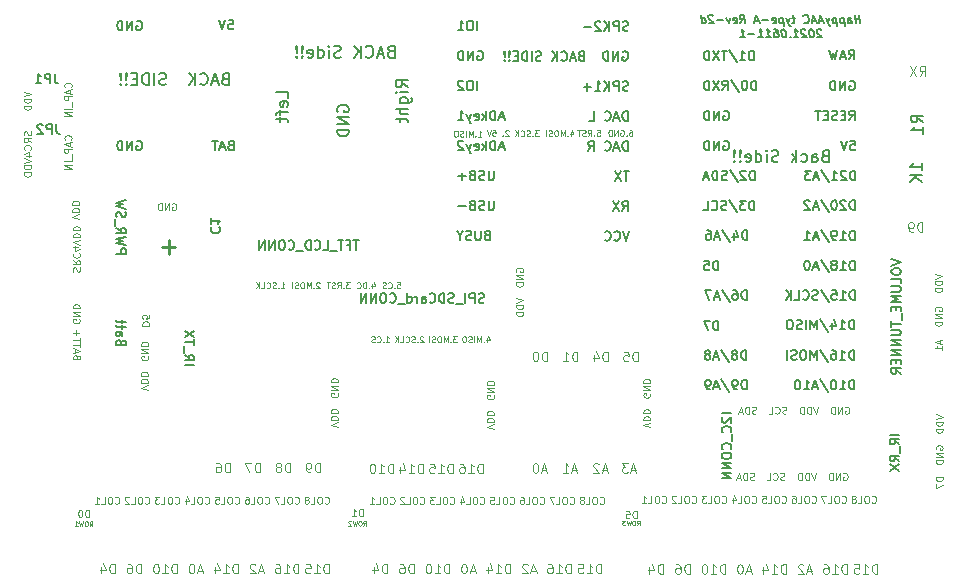
<source format=gbr>
%TF.GenerationSoftware,KiCad,Pcbnew,5.1.10*%
%TF.CreationDate,2021-06-22T08:50:26+08:00*%
%TF.ProjectId,HappyAAC-Type-A,48617070-7941-4414-932d-547970652d41,2d*%
%TF.SameCoordinates,Original*%
%TF.FileFunction,Legend,Bot*%
%TF.FilePolarity,Positive*%
%FSLAX46Y46*%
G04 Gerber Fmt 4.6, Leading zero omitted, Abs format (unit mm)*
G04 Created by KiCad (PCBNEW 5.1.10) date 2021-06-22 08:50:26*
%MOMM*%
%LPD*%
G01*
G04 APERTURE LIST*
%ADD10C,0.150000*%
%ADD11C,0.100000*%
%ADD12C,0.080000*%
%ADD13C,0.250000*%
G04 APERTURE END LIST*
D10*
X77120785Y-45396133D02*
X77082690Y-45434228D01*
X77044595Y-45548514D01*
X77044595Y-45624704D01*
X77082690Y-45738990D01*
X77158880Y-45815180D01*
X77235071Y-45853276D01*
X77387452Y-45891371D01*
X77501738Y-45891371D01*
X77654119Y-45853276D01*
X77730309Y-45815180D01*
X77806500Y-45738990D01*
X77844595Y-45624704D01*
X77844595Y-45548514D01*
X77806500Y-45434228D01*
X77768404Y-45396133D01*
X77044595Y-44634228D02*
X77044595Y-45091371D01*
X77044595Y-44862800D02*
X77844595Y-44862800D01*
X77730309Y-44938990D01*
X77654119Y-45015180D01*
X77616023Y-45091371D01*
X74822095Y-57016476D02*
X75622095Y-57016476D01*
X74822095Y-56178380D02*
X75203047Y-56445047D01*
X74822095Y-56635523D02*
X75622095Y-56635523D01*
X75622095Y-56330761D01*
X75584000Y-56254571D01*
X75545904Y-56216476D01*
X75469714Y-56178380D01*
X75355428Y-56178380D01*
X75279238Y-56216476D01*
X75241142Y-56254571D01*
X75203047Y-56330761D01*
X75203047Y-56635523D01*
X74745904Y-56026000D02*
X74745904Y-55416476D01*
X75622095Y-55340285D02*
X75622095Y-54883142D01*
X74822095Y-55111714D02*
X75622095Y-55111714D01*
X75622095Y-54692666D02*
X74822095Y-54159333D01*
X75622095Y-54159333D02*
X74822095Y-54692666D01*
D11*
X91866185Y-55128290D02*
X92151900Y-55128290D01*
X92009042Y-55128290D02*
X92009042Y-54628290D01*
X92056661Y-54699719D01*
X92104280Y-54747338D01*
X92151900Y-54771147D01*
X91651900Y-55080671D02*
X91628090Y-55104480D01*
X91651900Y-55128290D01*
X91675709Y-55104480D01*
X91651900Y-55080671D01*
X91651900Y-55128290D01*
X91128090Y-55080671D02*
X91151900Y-55104480D01*
X91223328Y-55128290D01*
X91270947Y-55128290D01*
X91342376Y-55104480D01*
X91389995Y-55056861D01*
X91413804Y-55009242D01*
X91437614Y-54914004D01*
X91437614Y-54842576D01*
X91413804Y-54747338D01*
X91389995Y-54699719D01*
X91342376Y-54652100D01*
X91270947Y-54628290D01*
X91223328Y-54628290D01*
X91151900Y-54652100D01*
X91128090Y-54675909D01*
X90937614Y-55104480D02*
X90866185Y-55128290D01*
X90747138Y-55128290D01*
X90699519Y-55104480D01*
X90675709Y-55080671D01*
X90651900Y-55033052D01*
X90651900Y-54985433D01*
X90675709Y-54937814D01*
X90699519Y-54914004D01*
X90747138Y-54890195D01*
X90842376Y-54866385D01*
X90889995Y-54842576D01*
X90913804Y-54818766D01*
X90937614Y-54771147D01*
X90937614Y-54723528D01*
X90913804Y-54675909D01*
X90889995Y-54652100D01*
X90842376Y-54628290D01*
X90723328Y-54628290D01*
X90651900Y-54652100D01*
X100437384Y-54794957D02*
X100437384Y-55128290D01*
X100556432Y-54604480D02*
X100675479Y-54961623D01*
X100365955Y-54961623D01*
X100175479Y-55080671D02*
X100151670Y-55104480D01*
X100175479Y-55128290D01*
X100199289Y-55104480D01*
X100175479Y-55080671D01*
X100175479Y-55128290D01*
X99937384Y-55128290D02*
X99937384Y-54628290D01*
X99770717Y-54985433D01*
X99604051Y-54628290D01*
X99604051Y-55128290D01*
X99365955Y-55128290D02*
X99365955Y-54628290D01*
X99151670Y-55104480D02*
X99080241Y-55128290D01*
X98961193Y-55128290D01*
X98913574Y-55104480D01*
X98889765Y-55080671D01*
X98865955Y-55033052D01*
X98865955Y-54985433D01*
X98889765Y-54937814D01*
X98913574Y-54914004D01*
X98961193Y-54890195D01*
X99056432Y-54866385D01*
X99104051Y-54842576D01*
X99127860Y-54818766D01*
X99151670Y-54771147D01*
X99151670Y-54723528D01*
X99127860Y-54675909D01*
X99104051Y-54652100D01*
X99056432Y-54628290D01*
X98937384Y-54628290D01*
X98865955Y-54652100D01*
X98556432Y-54628290D02*
X98461193Y-54628290D01*
X98413574Y-54652100D01*
X98365955Y-54699719D01*
X98342146Y-54794957D01*
X98342146Y-54961623D01*
X98365955Y-55056861D01*
X98413574Y-55104480D01*
X98461193Y-55128290D01*
X98556432Y-55128290D01*
X98604051Y-55104480D01*
X98651670Y-55056861D01*
X98675479Y-54961623D01*
X98675479Y-54794957D01*
X98651670Y-54699719D01*
X98604051Y-54652100D01*
X98556432Y-54628290D01*
X95040711Y-54675909D02*
X95016902Y-54652100D01*
X94969283Y-54628290D01*
X94850235Y-54628290D01*
X94802616Y-54652100D01*
X94778807Y-54675909D01*
X94754997Y-54723528D01*
X94754997Y-54771147D01*
X94778807Y-54842576D01*
X95064521Y-55128290D01*
X94754997Y-55128290D01*
X94540711Y-55080671D02*
X94516902Y-55104480D01*
X94540711Y-55128290D01*
X94564521Y-55104480D01*
X94540711Y-55080671D01*
X94540711Y-55128290D01*
X94326426Y-55104480D02*
X94254997Y-55128290D01*
X94135950Y-55128290D01*
X94088331Y-55104480D01*
X94064521Y-55080671D01*
X94040711Y-55033052D01*
X94040711Y-54985433D01*
X94064521Y-54937814D01*
X94088331Y-54914004D01*
X94135950Y-54890195D01*
X94231188Y-54866385D01*
X94278807Y-54842576D01*
X94302616Y-54818766D01*
X94326426Y-54771147D01*
X94326426Y-54723528D01*
X94302616Y-54675909D01*
X94278807Y-54652100D01*
X94231188Y-54628290D01*
X94112140Y-54628290D01*
X94040711Y-54652100D01*
X93540711Y-55080671D02*
X93564521Y-55104480D01*
X93635950Y-55128290D01*
X93683569Y-55128290D01*
X93754997Y-55104480D01*
X93802616Y-55056861D01*
X93826426Y-55009242D01*
X93850235Y-54914004D01*
X93850235Y-54842576D01*
X93826426Y-54747338D01*
X93802616Y-54699719D01*
X93754997Y-54652100D01*
X93683569Y-54628290D01*
X93635950Y-54628290D01*
X93564521Y-54652100D01*
X93540711Y-54675909D01*
X93088331Y-55128290D02*
X93326426Y-55128290D01*
X93326426Y-54628290D01*
X92921664Y-55128290D02*
X92921664Y-54628290D01*
X92635950Y-55128290D02*
X92850235Y-54842576D01*
X92635950Y-54628290D02*
X92921664Y-54914004D01*
X97881905Y-54628290D02*
X97572381Y-54628290D01*
X97739048Y-54818766D01*
X97667619Y-54818766D01*
X97620000Y-54842576D01*
X97596190Y-54866385D01*
X97572381Y-54914004D01*
X97572381Y-55033052D01*
X97596190Y-55080671D01*
X97620000Y-55104480D01*
X97667619Y-55128290D01*
X97810476Y-55128290D01*
X97858095Y-55104480D01*
X97881905Y-55080671D01*
X97358095Y-55080671D02*
X97334286Y-55104480D01*
X97358095Y-55128290D01*
X97381905Y-55104480D01*
X97358095Y-55080671D01*
X97358095Y-55128290D01*
X97120000Y-55128290D02*
X97120000Y-54628290D01*
X96953333Y-54985433D01*
X96786667Y-54628290D01*
X96786667Y-55128290D01*
X96453333Y-54628290D02*
X96358095Y-54628290D01*
X96310476Y-54652100D01*
X96262857Y-54699719D01*
X96239048Y-54794957D01*
X96239048Y-54961623D01*
X96262857Y-55056861D01*
X96310476Y-55104480D01*
X96358095Y-55128290D01*
X96453333Y-55128290D01*
X96500952Y-55104480D01*
X96548571Y-55056861D01*
X96572381Y-54961623D01*
X96572381Y-54794957D01*
X96548571Y-54699719D01*
X96500952Y-54652100D01*
X96453333Y-54628290D01*
X96048571Y-55104480D02*
X95977143Y-55128290D01*
X95858095Y-55128290D01*
X95810476Y-55104480D01*
X95786667Y-55080671D01*
X95762857Y-55033052D01*
X95762857Y-54985433D01*
X95786667Y-54937814D01*
X95810476Y-54914004D01*
X95858095Y-54890195D01*
X95953333Y-54866385D01*
X96000952Y-54842576D01*
X96024762Y-54818766D01*
X96048571Y-54771147D01*
X96048571Y-54723528D01*
X96024762Y-54675909D01*
X96000952Y-54652100D01*
X95953333Y-54628290D01*
X95834286Y-54628290D01*
X95762857Y-54652100D01*
X95548571Y-55128290D02*
X95548571Y-54628290D01*
D10*
X100183295Y-51746109D02*
X100069009Y-51784204D01*
X99878533Y-51784204D01*
X99802342Y-51746109D01*
X99764247Y-51708014D01*
X99726152Y-51631823D01*
X99726152Y-51555633D01*
X99764247Y-51479442D01*
X99802342Y-51441347D01*
X99878533Y-51403252D01*
X100030914Y-51365157D01*
X100107104Y-51327061D01*
X100145200Y-51288966D01*
X100183295Y-51212776D01*
X100183295Y-51136585D01*
X100145200Y-51060395D01*
X100107104Y-51022300D01*
X100030914Y-50984204D01*
X99840438Y-50984204D01*
X99726152Y-51022300D01*
X99383295Y-51784204D02*
X99383295Y-50984204D01*
X99078533Y-50984204D01*
X99002342Y-51022300D01*
X98964247Y-51060395D01*
X98926152Y-51136585D01*
X98926152Y-51250871D01*
X98964247Y-51327061D01*
X99002342Y-51365157D01*
X99078533Y-51403252D01*
X99383295Y-51403252D01*
X98583295Y-51784204D02*
X98583295Y-50984204D01*
X98392819Y-51860395D02*
X97783295Y-51860395D01*
X97630914Y-51746109D02*
X97516628Y-51784204D01*
X97326152Y-51784204D01*
X97249961Y-51746109D01*
X97211866Y-51708014D01*
X97173771Y-51631823D01*
X97173771Y-51555633D01*
X97211866Y-51479442D01*
X97249961Y-51441347D01*
X97326152Y-51403252D01*
X97478533Y-51365157D01*
X97554723Y-51327061D01*
X97592819Y-51288966D01*
X97630914Y-51212776D01*
X97630914Y-51136585D01*
X97592819Y-51060395D01*
X97554723Y-51022300D01*
X97478533Y-50984204D01*
X97288057Y-50984204D01*
X97173771Y-51022300D01*
X96830914Y-51784204D02*
X96830914Y-50984204D01*
X96640438Y-50984204D01*
X96526152Y-51022300D01*
X96449961Y-51098490D01*
X96411866Y-51174680D01*
X96373771Y-51327061D01*
X96373771Y-51441347D01*
X96411866Y-51593728D01*
X96449961Y-51669919D01*
X96526152Y-51746109D01*
X96640438Y-51784204D01*
X96830914Y-51784204D01*
X95573771Y-51708014D02*
X95611866Y-51746109D01*
X95726152Y-51784204D01*
X95802342Y-51784204D01*
X95916628Y-51746109D01*
X95992819Y-51669919D01*
X96030914Y-51593728D01*
X96069009Y-51441347D01*
X96069009Y-51327061D01*
X96030914Y-51174680D01*
X95992819Y-51098490D01*
X95916628Y-51022300D01*
X95802342Y-50984204D01*
X95726152Y-50984204D01*
X95611866Y-51022300D01*
X95573771Y-51060395D01*
X94888057Y-51784204D02*
X94888057Y-51365157D01*
X94926152Y-51288966D01*
X95002342Y-51250871D01*
X95154723Y-51250871D01*
X95230914Y-51288966D01*
X94888057Y-51746109D02*
X94964247Y-51784204D01*
X95154723Y-51784204D01*
X95230914Y-51746109D01*
X95269009Y-51669919D01*
X95269009Y-51593728D01*
X95230914Y-51517538D01*
X95154723Y-51479442D01*
X94964247Y-51479442D01*
X94888057Y-51441347D01*
X94507104Y-51784204D02*
X94507104Y-51250871D01*
X94507104Y-51403252D02*
X94469009Y-51327061D01*
X94430914Y-51288966D01*
X94354723Y-51250871D01*
X94278533Y-51250871D01*
X93669009Y-51784204D02*
X93669009Y-50984204D01*
X93669009Y-51746109D02*
X93745200Y-51784204D01*
X93897580Y-51784204D01*
X93973771Y-51746109D01*
X94011866Y-51708014D01*
X94049961Y-51631823D01*
X94049961Y-51403252D01*
X94011866Y-51327061D01*
X93973771Y-51288966D01*
X93897580Y-51250871D01*
X93745200Y-51250871D01*
X93669009Y-51288966D01*
X93478533Y-51860395D02*
X92869009Y-51860395D01*
X92221390Y-51708014D02*
X92259485Y-51746109D01*
X92373771Y-51784204D01*
X92449961Y-51784204D01*
X92564247Y-51746109D01*
X92640438Y-51669919D01*
X92678533Y-51593728D01*
X92716628Y-51441347D01*
X92716628Y-51327061D01*
X92678533Y-51174680D01*
X92640438Y-51098490D01*
X92564247Y-51022300D01*
X92449961Y-50984204D01*
X92373771Y-50984204D01*
X92259485Y-51022300D01*
X92221390Y-51060395D01*
X91726152Y-50984204D02*
X91573771Y-50984204D01*
X91497580Y-51022300D01*
X91421390Y-51098490D01*
X91383295Y-51250871D01*
X91383295Y-51517538D01*
X91421390Y-51669919D01*
X91497580Y-51746109D01*
X91573771Y-51784204D01*
X91726152Y-51784204D01*
X91802342Y-51746109D01*
X91878533Y-51669919D01*
X91916628Y-51517538D01*
X91916628Y-51250871D01*
X91878533Y-51098490D01*
X91802342Y-51022300D01*
X91726152Y-50984204D01*
X91040438Y-51784204D02*
X91040438Y-50984204D01*
X90583295Y-51784204D01*
X90583295Y-50984204D01*
X90202342Y-51784204D02*
X90202342Y-50984204D01*
X89745200Y-51784204D01*
X89745200Y-50984204D01*
X134677204Y-48095509D02*
X135477204Y-48362176D01*
X134677204Y-48628842D01*
X134677204Y-49047890D02*
X134677204Y-49200271D01*
X134715300Y-49276461D01*
X134791490Y-49352652D01*
X134943871Y-49390747D01*
X135210538Y-49390747D01*
X135362919Y-49352652D01*
X135439109Y-49276461D01*
X135477204Y-49200271D01*
X135477204Y-49047890D01*
X135439109Y-48971700D01*
X135362919Y-48895509D01*
X135210538Y-48857414D01*
X134943871Y-48857414D01*
X134791490Y-48895509D01*
X134715300Y-48971700D01*
X134677204Y-49047890D01*
X135477204Y-50114557D02*
X135477204Y-49733604D01*
X134677204Y-49733604D01*
X134677204Y-50381223D02*
X135324823Y-50381223D01*
X135401014Y-50419319D01*
X135439109Y-50457414D01*
X135477204Y-50533604D01*
X135477204Y-50685985D01*
X135439109Y-50762176D01*
X135401014Y-50800271D01*
X135324823Y-50838366D01*
X134677204Y-50838366D01*
X135477204Y-51219319D02*
X134677204Y-51219319D01*
X135248633Y-51485985D01*
X134677204Y-51752652D01*
X135477204Y-51752652D01*
X135058157Y-52133604D02*
X135058157Y-52400271D01*
X135477204Y-52514557D02*
X135477204Y-52133604D01*
X134677204Y-52133604D01*
X134677204Y-52514557D01*
X135553395Y-52666938D02*
X135553395Y-53276461D01*
X134677204Y-53352652D02*
X134677204Y-53809795D01*
X135477204Y-53581223D02*
X134677204Y-53581223D01*
X134677204Y-54076461D02*
X135324823Y-54076461D01*
X135401014Y-54114557D01*
X135439109Y-54152652D01*
X135477204Y-54228842D01*
X135477204Y-54381223D01*
X135439109Y-54457414D01*
X135401014Y-54495509D01*
X135324823Y-54533604D01*
X134677204Y-54533604D01*
X135477204Y-54914557D02*
X134677204Y-54914557D01*
X135477204Y-55371700D01*
X134677204Y-55371700D01*
X135477204Y-55752652D02*
X134677204Y-55752652D01*
X135477204Y-56209795D01*
X134677204Y-56209795D01*
X135058157Y-56590747D02*
X135058157Y-56857414D01*
X135477204Y-56971700D02*
X135477204Y-56590747D01*
X134677204Y-56590747D01*
X134677204Y-56971700D01*
X135477204Y-57771700D02*
X135096252Y-57505033D01*
X135477204Y-57314557D02*
X134677204Y-57314557D01*
X134677204Y-57619319D01*
X134715300Y-57695509D01*
X134753395Y-57733604D01*
X134829585Y-57771700D01*
X134943871Y-57771700D01*
X135020061Y-57733604D01*
X135058157Y-57695509D01*
X135096252Y-57619319D01*
X135096252Y-57314557D01*
X135350204Y-62941385D02*
X134550204Y-62941385D01*
X135350204Y-63779480D02*
X134969252Y-63512814D01*
X135350204Y-63322338D02*
X134550204Y-63322338D01*
X134550204Y-63627100D01*
X134588300Y-63703290D01*
X134626395Y-63741385D01*
X134702585Y-63779480D01*
X134816871Y-63779480D01*
X134893061Y-63741385D01*
X134931157Y-63703290D01*
X134969252Y-63627100D01*
X134969252Y-63322338D01*
X135426395Y-63931861D02*
X135426395Y-64541385D01*
X135350204Y-65189004D02*
X134969252Y-64922338D01*
X135350204Y-64731861D02*
X134550204Y-64731861D01*
X134550204Y-65036623D01*
X134588300Y-65112814D01*
X134626395Y-65150909D01*
X134702585Y-65189004D01*
X134816871Y-65189004D01*
X134893061Y-65150909D01*
X134931157Y-65112814D01*
X134969252Y-65036623D01*
X134969252Y-64731861D01*
X134550204Y-65455671D02*
X135350204Y-65989004D01*
X134550204Y-65989004D02*
X135350204Y-65455671D01*
X121126204Y-61150842D02*
X120326204Y-61150842D01*
X120402395Y-61493700D02*
X120364300Y-61531795D01*
X120326204Y-61607985D01*
X120326204Y-61798461D01*
X120364300Y-61874652D01*
X120402395Y-61912747D01*
X120478585Y-61950842D01*
X120554776Y-61950842D01*
X120669061Y-61912747D01*
X121126204Y-61455604D01*
X121126204Y-61950842D01*
X121050014Y-62750842D02*
X121088109Y-62712747D01*
X121126204Y-62598461D01*
X121126204Y-62522271D01*
X121088109Y-62407985D01*
X121011919Y-62331795D01*
X120935728Y-62293700D01*
X120783347Y-62255604D01*
X120669061Y-62255604D01*
X120516680Y-62293700D01*
X120440490Y-62331795D01*
X120364300Y-62407985D01*
X120326204Y-62522271D01*
X120326204Y-62598461D01*
X120364300Y-62712747D01*
X120402395Y-62750842D01*
X121202395Y-62903223D02*
X121202395Y-63512747D01*
X121050014Y-64160366D02*
X121088109Y-64122271D01*
X121126204Y-64007985D01*
X121126204Y-63931795D01*
X121088109Y-63817509D01*
X121011919Y-63741319D01*
X120935728Y-63703223D01*
X120783347Y-63665128D01*
X120669061Y-63665128D01*
X120516680Y-63703223D01*
X120440490Y-63741319D01*
X120364300Y-63817509D01*
X120326204Y-63931795D01*
X120326204Y-64007985D01*
X120364300Y-64122271D01*
X120402395Y-64160366D01*
X120326204Y-64655604D02*
X120326204Y-64807985D01*
X120364300Y-64884176D01*
X120440490Y-64960366D01*
X120592871Y-64998461D01*
X120859538Y-64998461D01*
X121011919Y-64960366D01*
X121088109Y-64884176D01*
X121126204Y-64807985D01*
X121126204Y-64655604D01*
X121088109Y-64579414D01*
X121011919Y-64503223D01*
X120859538Y-64465128D01*
X120592871Y-64465128D01*
X120440490Y-64503223D01*
X120364300Y-64579414D01*
X120326204Y-64655604D01*
X121126204Y-65341319D02*
X120326204Y-65341319D01*
X121126204Y-65798461D01*
X120326204Y-65798461D01*
X121126204Y-66179414D02*
X120326204Y-66179414D01*
X121126204Y-66636557D01*
X120326204Y-66636557D01*
X89572566Y-46488404D02*
X89115423Y-46488404D01*
X89343995Y-47288404D02*
X89343995Y-46488404D01*
X88582090Y-46869357D02*
X88848757Y-46869357D01*
X88848757Y-47288404D02*
X88848757Y-46488404D01*
X88467804Y-46488404D01*
X88277328Y-46488404D02*
X87820185Y-46488404D01*
X88048757Y-47288404D02*
X88048757Y-46488404D01*
X87743995Y-47364595D02*
X87134471Y-47364595D01*
X86563042Y-47288404D02*
X86943995Y-47288404D01*
X86943995Y-46488404D01*
X85839233Y-47212214D02*
X85877328Y-47250309D01*
X85991614Y-47288404D01*
X86067804Y-47288404D01*
X86182090Y-47250309D01*
X86258280Y-47174119D01*
X86296376Y-47097928D01*
X86334471Y-46945547D01*
X86334471Y-46831261D01*
X86296376Y-46678880D01*
X86258280Y-46602690D01*
X86182090Y-46526500D01*
X86067804Y-46488404D01*
X85991614Y-46488404D01*
X85877328Y-46526500D01*
X85839233Y-46564595D01*
X85496376Y-47288404D02*
X85496376Y-46488404D01*
X85305900Y-46488404D01*
X85191614Y-46526500D01*
X85115423Y-46602690D01*
X85077328Y-46678880D01*
X85039233Y-46831261D01*
X85039233Y-46945547D01*
X85077328Y-47097928D01*
X85115423Y-47174119D01*
X85191614Y-47250309D01*
X85305900Y-47288404D01*
X85496376Y-47288404D01*
X84886852Y-47364595D02*
X84277328Y-47364595D01*
X83629709Y-47212214D02*
X83667804Y-47250309D01*
X83782090Y-47288404D01*
X83858280Y-47288404D01*
X83972566Y-47250309D01*
X84048757Y-47174119D01*
X84086852Y-47097928D01*
X84124947Y-46945547D01*
X84124947Y-46831261D01*
X84086852Y-46678880D01*
X84048757Y-46602690D01*
X83972566Y-46526500D01*
X83858280Y-46488404D01*
X83782090Y-46488404D01*
X83667804Y-46526500D01*
X83629709Y-46564595D01*
X83134471Y-46488404D02*
X82982090Y-46488404D01*
X82905900Y-46526500D01*
X82829709Y-46602690D01*
X82791614Y-46755071D01*
X82791614Y-47021738D01*
X82829709Y-47174119D01*
X82905900Y-47250309D01*
X82982090Y-47288404D01*
X83134471Y-47288404D01*
X83210661Y-47250309D01*
X83286852Y-47174119D01*
X83324947Y-47021738D01*
X83324947Y-46755071D01*
X83286852Y-46602690D01*
X83210661Y-46526500D01*
X83134471Y-46488404D01*
X82448757Y-47288404D02*
X82448757Y-46488404D01*
X81991614Y-47288404D01*
X81991614Y-46488404D01*
X81610661Y-47288404D02*
X81610661Y-46488404D01*
X81153519Y-47288404D01*
X81153519Y-46488404D01*
D11*
X92829795Y-50043590D02*
X93067890Y-50043590D01*
X93091700Y-50281685D01*
X93067890Y-50257876D01*
X93020271Y-50234066D01*
X92901223Y-50234066D01*
X92853604Y-50257876D01*
X92829795Y-50281685D01*
X92805985Y-50329304D01*
X92805985Y-50448352D01*
X92829795Y-50495971D01*
X92853604Y-50519780D01*
X92901223Y-50543590D01*
X93020271Y-50543590D01*
X93067890Y-50519780D01*
X93091700Y-50495971D01*
X92591700Y-50495971D02*
X92567890Y-50519780D01*
X92591700Y-50543590D01*
X92615509Y-50519780D01*
X92591700Y-50495971D01*
X92591700Y-50543590D01*
X92067890Y-50495971D02*
X92091700Y-50519780D01*
X92163128Y-50543590D01*
X92210747Y-50543590D01*
X92282176Y-50519780D01*
X92329795Y-50472161D01*
X92353604Y-50424542D01*
X92377414Y-50329304D01*
X92377414Y-50257876D01*
X92353604Y-50162638D01*
X92329795Y-50115019D01*
X92282176Y-50067400D01*
X92210747Y-50043590D01*
X92163128Y-50043590D01*
X92091700Y-50067400D01*
X92067890Y-50091209D01*
X91877414Y-50519780D02*
X91805985Y-50543590D01*
X91686938Y-50543590D01*
X91639319Y-50519780D01*
X91615509Y-50495971D01*
X91591700Y-50448352D01*
X91591700Y-50400733D01*
X91615509Y-50353114D01*
X91639319Y-50329304D01*
X91686938Y-50305495D01*
X91782176Y-50281685D01*
X91829795Y-50257876D01*
X91853604Y-50234066D01*
X91877414Y-50186447D01*
X91877414Y-50138828D01*
X91853604Y-50091209D01*
X91829795Y-50067400D01*
X91782176Y-50043590D01*
X91663128Y-50043590D01*
X91591700Y-50067400D01*
X88806136Y-50043590D02*
X88496612Y-50043590D01*
X88663279Y-50234066D01*
X88591851Y-50234066D01*
X88544231Y-50257876D01*
X88520422Y-50281685D01*
X88496612Y-50329304D01*
X88496612Y-50448352D01*
X88520422Y-50495971D01*
X88544231Y-50519780D01*
X88591851Y-50543590D01*
X88734708Y-50543590D01*
X88782327Y-50519780D01*
X88806136Y-50495971D01*
X88282327Y-50495971D02*
X88258517Y-50519780D01*
X88282327Y-50543590D01*
X88306136Y-50519780D01*
X88282327Y-50495971D01*
X88282327Y-50543590D01*
X87758517Y-50543590D02*
X87925184Y-50305495D01*
X88044231Y-50543590D02*
X88044231Y-50043590D01*
X87853755Y-50043590D01*
X87806136Y-50067400D01*
X87782327Y-50091209D01*
X87758517Y-50138828D01*
X87758517Y-50210257D01*
X87782327Y-50257876D01*
X87806136Y-50281685D01*
X87853755Y-50305495D01*
X88044231Y-50305495D01*
X87568041Y-50519780D02*
X87496612Y-50543590D01*
X87377565Y-50543590D01*
X87329946Y-50519780D01*
X87306136Y-50495971D01*
X87282327Y-50448352D01*
X87282327Y-50400733D01*
X87306136Y-50353114D01*
X87329946Y-50329304D01*
X87377565Y-50305495D01*
X87472803Y-50281685D01*
X87520422Y-50257876D01*
X87544231Y-50234066D01*
X87568041Y-50186447D01*
X87568041Y-50138828D01*
X87544231Y-50091209D01*
X87520422Y-50067400D01*
X87472803Y-50043590D01*
X87353755Y-50043590D01*
X87282327Y-50067400D01*
X87139470Y-50043590D02*
X86853755Y-50043590D01*
X86996612Y-50543590D02*
X86996612Y-50043590D01*
X90710822Y-50210257D02*
X90710822Y-50543590D01*
X90829870Y-50019780D02*
X90948917Y-50376923D01*
X90639393Y-50376923D01*
X90448917Y-50495971D02*
X90425108Y-50519780D01*
X90448917Y-50543590D01*
X90472727Y-50519780D01*
X90448917Y-50495971D01*
X90448917Y-50543590D01*
X90210822Y-50543590D02*
X90210822Y-50043590D01*
X90091774Y-50043590D01*
X90020346Y-50067400D01*
X89972727Y-50115019D01*
X89948917Y-50162638D01*
X89925108Y-50257876D01*
X89925108Y-50329304D01*
X89948917Y-50424542D01*
X89972727Y-50472161D01*
X90020346Y-50519780D01*
X90091774Y-50543590D01*
X90210822Y-50543590D01*
X89425108Y-50495971D02*
X89448917Y-50519780D01*
X89520346Y-50543590D01*
X89567965Y-50543590D01*
X89639393Y-50519780D01*
X89687013Y-50472161D01*
X89710822Y-50424542D01*
X89734632Y-50329304D01*
X89734632Y-50257876D01*
X89710822Y-50162638D01*
X89687013Y-50115019D01*
X89639393Y-50067400D01*
X89567965Y-50043590D01*
X89520346Y-50043590D01*
X89448917Y-50067400D01*
X89425108Y-50091209D01*
X82996766Y-50543590D02*
X83282480Y-50543590D01*
X83139623Y-50543590D02*
X83139623Y-50043590D01*
X83187242Y-50115019D01*
X83234861Y-50162638D01*
X83282480Y-50186447D01*
X82782480Y-50495971D02*
X82758671Y-50519780D01*
X82782480Y-50543590D01*
X82806290Y-50519780D01*
X82782480Y-50495971D01*
X82782480Y-50543590D01*
X82568195Y-50519780D02*
X82496766Y-50543590D01*
X82377719Y-50543590D01*
X82330100Y-50519780D01*
X82306290Y-50495971D01*
X82282480Y-50448352D01*
X82282480Y-50400733D01*
X82306290Y-50353114D01*
X82330100Y-50329304D01*
X82377719Y-50305495D01*
X82472957Y-50281685D01*
X82520576Y-50257876D01*
X82544385Y-50234066D01*
X82568195Y-50186447D01*
X82568195Y-50138828D01*
X82544385Y-50091209D01*
X82520576Y-50067400D01*
X82472957Y-50043590D01*
X82353909Y-50043590D01*
X82282480Y-50067400D01*
X81782480Y-50495971D02*
X81806290Y-50519780D01*
X81877719Y-50543590D01*
X81925338Y-50543590D01*
X81996766Y-50519780D01*
X82044385Y-50472161D01*
X82068195Y-50424542D01*
X82092004Y-50329304D01*
X82092004Y-50257876D01*
X82068195Y-50162638D01*
X82044385Y-50115019D01*
X81996766Y-50067400D01*
X81925338Y-50043590D01*
X81877719Y-50043590D01*
X81806290Y-50067400D01*
X81782480Y-50091209D01*
X81330100Y-50543590D02*
X81568195Y-50543590D01*
X81568195Y-50043590D01*
X81163433Y-50543590D02*
X81163433Y-50043590D01*
X80877719Y-50543590D02*
X81092004Y-50257876D01*
X80877719Y-50043590D02*
X81163433Y-50329304D01*
X86258594Y-50091209D02*
X86234785Y-50067400D01*
X86187166Y-50043590D01*
X86068118Y-50043590D01*
X86020499Y-50067400D01*
X85996689Y-50091209D01*
X85972880Y-50138828D01*
X85972880Y-50186447D01*
X85996689Y-50257876D01*
X86282404Y-50543590D01*
X85972880Y-50543590D01*
X85758594Y-50495971D02*
X85734785Y-50519780D01*
X85758594Y-50543590D01*
X85782404Y-50519780D01*
X85758594Y-50495971D01*
X85758594Y-50543590D01*
X85520499Y-50543590D02*
X85520499Y-50043590D01*
X85353832Y-50400733D01*
X85187166Y-50043590D01*
X85187166Y-50543590D01*
X84853832Y-50043590D02*
X84758594Y-50043590D01*
X84710975Y-50067400D01*
X84663356Y-50115019D01*
X84639547Y-50210257D01*
X84639547Y-50376923D01*
X84663356Y-50472161D01*
X84710975Y-50519780D01*
X84758594Y-50543590D01*
X84853832Y-50543590D01*
X84901451Y-50519780D01*
X84949070Y-50472161D01*
X84972880Y-50376923D01*
X84972880Y-50210257D01*
X84949070Y-50115019D01*
X84901451Y-50067400D01*
X84853832Y-50043590D01*
X84449070Y-50519780D02*
X84377642Y-50543590D01*
X84258594Y-50543590D01*
X84210975Y-50519780D01*
X84187166Y-50495971D01*
X84163356Y-50448352D01*
X84163356Y-50400733D01*
X84187166Y-50353114D01*
X84210975Y-50329304D01*
X84258594Y-50305495D01*
X84353832Y-50281685D01*
X84401451Y-50257876D01*
X84425261Y-50234066D01*
X84449070Y-50186447D01*
X84449070Y-50138828D01*
X84425261Y-50091209D01*
X84401451Y-50067400D01*
X84353832Y-50043590D01*
X84234785Y-50043590D01*
X84163356Y-50067400D01*
X83949070Y-50543590D02*
X83949070Y-50043590D01*
X65200185Y-37982657D02*
X65228757Y-37954085D01*
X65257328Y-37868371D01*
X65257328Y-37811228D01*
X65228757Y-37725514D01*
X65171614Y-37668371D01*
X65114471Y-37639800D01*
X65000185Y-37611228D01*
X64914471Y-37611228D01*
X64800185Y-37639800D01*
X64743042Y-37668371D01*
X64685900Y-37725514D01*
X64657328Y-37811228D01*
X64657328Y-37868371D01*
X64685900Y-37954085D01*
X64714471Y-37982657D01*
X65085900Y-38211228D02*
X65085900Y-38496942D01*
X65257328Y-38154085D02*
X64657328Y-38354085D01*
X65257328Y-38554085D01*
X65257328Y-38754085D02*
X64657328Y-38754085D01*
X64657328Y-38982657D01*
X64685900Y-39039800D01*
X64714471Y-39068371D01*
X64771614Y-39096942D01*
X64857328Y-39096942D01*
X64914471Y-39068371D01*
X64943042Y-39039800D01*
X64971614Y-38982657D01*
X64971614Y-38754085D01*
X65314471Y-39211228D02*
X65314471Y-39668371D01*
X65257328Y-39811228D02*
X64657328Y-39811228D01*
X65257328Y-40096942D02*
X64657328Y-40096942D01*
X65257328Y-40439800D01*
X64657328Y-40439800D01*
X113156301Y-70617692D02*
X113289635Y-70427216D01*
X113384873Y-70617692D02*
X113384873Y-70217692D01*
X113232492Y-70217692D01*
X113194397Y-70236740D01*
X113175349Y-70255787D01*
X113156301Y-70293882D01*
X113156301Y-70351025D01*
X113175349Y-70389120D01*
X113194397Y-70408168D01*
X113232492Y-70427216D01*
X113384873Y-70427216D01*
X112908682Y-70217692D02*
X112832492Y-70217692D01*
X112794397Y-70236740D01*
X112756301Y-70274835D01*
X112737254Y-70351025D01*
X112737254Y-70484359D01*
X112756301Y-70560549D01*
X112794397Y-70598644D01*
X112832492Y-70617692D01*
X112908682Y-70617692D01*
X112946778Y-70598644D01*
X112984873Y-70560549D01*
X113003920Y-70484359D01*
X113003920Y-70351025D01*
X112984873Y-70274835D01*
X112946778Y-70236740D01*
X112908682Y-70217692D01*
X112603920Y-70217692D02*
X112508682Y-70617692D01*
X112432492Y-70331978D01*
X112356301Y-70617692D01*
X112261063Y-70217692D01*
X112146778Y-70217692D02*
X111899159Y-70217692D01*
X112032492Y-70370073D01*
X111975349Y-70370073D01*
X111937254Y-70389120D01*
X111918206Y-70408168D01*
X111899159Y-70446263D01*
X111899159Y-70541501D01*
X111918206Y-70579597D01*
X111937254Y-70598644D01*
X111975349Y-70617692D01*
X112089635Y-70617692D01*
X112127730Y-70598644D01*
X112146778Y-70579597D01*
X89963561Y-70653252D02*
X90096895Y-70462776D01*
X90192133Y-70653252D02*
X90192133Y-70253252D01*
X90039752Y-70253252D01*
X90001657Y-70272300D01*
X89982609Y-70291347D01*
X89963561Y-70329442D01*
X89963561Y-70386585D01*
X89982609Y-70424680D01*
X90001657Y-70443728D01*
X90039752Y-70462776D01*
X90192133Y-70462776D01*
X89715942Y-70253252D02*
X89639752Y-70253252D01*
X89601657Y-70272300D01*
X89563561Y-70310395D01*
X89544514Y-70386585D01*
X89544514Y-70519919D01*
X89563561Y-70596109D01*
X89601657Y-70634204D01*
X89639752Y-70653252D01*
X89715942Y-70653252D01*
X89754038Y-70634204D01*
X89792133Y-70596109D01*
X89811180Y-70519919D01*
X89811180Y-70386585D01*
X89792133Y-70310395D01*
X89754038Y-70272300D01*
X89715942Y-70253252D01*
X89411180Y-70253252D02*
X89315942Y-70653252D01*
X89239752Y-70367538D01*
X89163561Y-70653252D01*
X89068323Y-70253252D01*
X88934990Y-70291347D02*
X88915942Y-70272300D01*
X88877847Y-70253252D01*
X88782609Y-70253252D01*
X88744514Y-70272300D01*
X88725466Y-70291347D01*
X88706419Y-70329442D01*
X88706419Y-70367538D01*
X88725466Y-70424680D01*
X88954038Y-70653252D01*
X88706419Y-70653252D01*
X125779656Y-61154597D02*
X125693942Y-61183168D01*
X125551085Y-61183168D01*
X125493942Y-61154597D01*
X125465371Y-61126025D01*
X125436799Y-61068882D01*
X125436799Y-61011740D01*
X125465371Y-60954597D01*
X125493942Y-60926025D01*
X125551085Y-60897454D01*
X125665371Y-60868882D01*
X125722513Y-60840311D01*
X125751085Y-60811740D01*
X125779656Y-60754597D01*
X125779656Y-60697454D01*
X125751085Y-60640311D01*
X125722513Y-60611740D01*
X125665371Y-60583168D01*
X125522513Y-60583168D01*
X125436799Y-60611740D01*
X124836799Y-61126025D02*
X124865371Y-61154597D01*
X124951085Y-61183168D01*
X125008228Y-61183168D01*
X125093942Y-61154597D01*
X125151085Y-61097454D01*
X125179656Y-61040311D01*
X125208228Y-60926025D01*
X125208228Y-60840311D01*
X125179656Y-60726025D01*
X125151085Y-60668882D01*
X125093942Y-60611740D01*
X125008228Y-60583168D01*
X124951085Y-60583168D01*
X124865371Y-60611740D01*
X124836799Y-60640311D01*
X124293942Y-61183168D02*
X124579656Y-61183168D01*
X124579656Y-60583168D01*
X123222611Y-61154597D02*
X123136897Y-61183168D01*
X122994040Y-61183168D01*
X122936897Y-61154597D01*
X122908325Y-61126025D01*
X122879754Y-61068882D01*
X122879754Y-61011740D01*
X122908325Y-60954597D01*
X122936897Y-60926025D01*
X122994040Y-60897454D01*
X123108325Y-60868882D01*
X123165468Y-60840311D01*
X123194040Y-60811740D01*
X123222611Y-60754597D01*
X123222611Y-60697454D01*
X123194040Y-60640311D01*
X123165468Y-60611740D01*
X123108325Y-60583168D01*
X122965468Y-60583168D01*
X122879754Y-60611740D01*
X122622611Y-61183168D02*
X122622611Y-60583168D01*
X122479754Y-60583168D01*
X122394040Y-60611740D01*
X122336897Y-60668882D01*
X122308325Y-60726025D01*
X122279754Y-60840311D01*
X122279754Y-60926025D01*
X122308325Y-61040311D01*
X122336897Y-61097454D01*
X122394040Y-61154597D01*
X122479754Y-61183168D01*
X122622611Y-61183168D01*
X122051182Y-61011740D02*
X121765468Y-61011740D01*
X122108325Y-61183168D02*
X121908325Y-60583168D01*
X121708325Y-61183168D01*
X128450989Y-60583168D02*
X128250989Y-61183168D01*
X128050989Y-60583168D01*
X127850989Y-61183168D02*
X127850989Y-60583168D01*
X127708131Y-60583168D01*
X127622417Y-60611740D01*
X127565274Y-60668882D01*
X127536703Y-60726025D01*
X127508131Y-60840311D01*
X127508131Y-60926025D01*
X127536703Y-61040311D01*
X127565274Y-61097454D01*
X127622417Y-61154597D01*
X127708131Y-61183168D01*
X127850989Y-61183168D01*
X127250989Y-61183168D02*
X127250989Y-60583168D01*
X127108131Y-60583168D01*
X127022417Y-60611740D01*
X126965274Y-60668882D01*
X126936703Y-60726025D01*
X126908131Y-60840311D01*
X126908131Y-60926025D01*
X126936703Y-61040311D01*
X126965274Y-61097454D01*
X127022417Y-61154597D01*
X127108131Y-61183168D01*
X127250989Y-61183168D01*
X130779462Y-60611740D02*
X130836605Y-60583168D01*
X130922320Y-60583168D01*
X131008034Y-60611740D01*
X131065177Y-60668882D01*
X131093748Y-60726025D01*
X131122320Y-60840311D01*
X131122320Y-60926025D01*
X131093748Y-61040311D01*
X131065177Y-61097454D01*
X131008034Y-61154597D01*
X130922320Y-61183168D01*
X130865177Y-61183168D01*
X130779462Y-61154597D01*
X130750891Y-61126025D01*
X130750891Y-60926025D01*
X130865177Y-60926025D01*
X130493748Y-61183168D02*
X130493748Y-60583168D01*
X130150891Y-61183168D01*
X130150891Y-60583168D01*
X129865177Y-61183168D02*
X129865177Y-60583168D01*
X129722320Y-60583168D01*
X129636605Y-60611740D01*
X129579462Y-60668882D01*
X129550891Y-60726025D01*
X129522320Y-60840311D01*
X129522320Y-60926025D01*
X129550891Y-61040311D01*
X129579462Y-61097454D01*
X129636605Y-61154597D01*
X129722320Y-61183168D01*
X129865177Y-61183168D01*
D12*
X79323184Y-74692464D02*
X79323184Y-73892464D01*
X79132708Y-73892464D01*
X79018422Y-73930560D01*
X78942232Y-74006750D01*
X78904136Y-74082940D01*
X78866041Y-74235321D01*
X78866041Y-74349607D01*
X78904136Y-74501988D01*
X78942232Y-74578179D01*
X79018422Y-74654369D01*
X79132708Y-74692464D01*
X79323184Y-74692464D01*
X78104136Y-74692464D02*
X78561279Y-74692464D01*
X78332708Y-74692464D02*
X78332708Y-73892464D01*
X78408898Y-74006750D01*
X78485089Y-74082940D01*
X78561279Y-74121036D01*
X77418422Y-74159131D02*
X77418422Y-74692464D01*
X77608898Y-73854369D02*
X77799375Y-74425798D01*
X77304136Y-74425798D01*
X84470665Y-74692464D02*
X84470665Y-73892464D01*
X84280189Y-73892464D01*
X84165903Y-73930560D01*
X84089713Y-74006750D01*
X84051617Y-74082940D01*
X84013522Y-74235321D01*
X84013522Y-74349607D01*
X84051617Y-74501988D01*
X84089713Y-74578179D01*
X84165903Y-74654369D01*
X84280189Y-74692464D01*
X84470665Y-74692464D01*
X83251617Y-74692464D02*
X83708760Y-74692464D01*
X83480189Y-74692464D02*
X83480189Y-73892464D01*
X83556379Y-74006750D01*
X83632570Y-74082940D01*
X83708760Y-74121036D01*
X82565903Y-73892464D02*
X82718284Y-73892464D01*
X82794475Y-73930560D01*
X82832570Y-73968655D01*
X82908760Y-74082940D01*
X82946856Y-74235321D01*
X82946856Y-74540083D01*
X82908760Y-74616274D01*
X82870665Y-74654369D01*
X82794475Y-74692464D01*
X82642094Y-74692464D01*
X82565903Y-74654369D01*
X82527808Y-74616274D01*
X82489713Y-74540083D01*
X82489713Y-74349607D01*
X82527808Y-74273417D01*
X82565903Y-74235321D01*
X82642094Y-74197226D01*
X82794475Y-74197226D01*
X82870665Y-74235321D01*
X82908760Y-74273417D01*
X82946856Y-74349607D01*
X87044408Y-74692464D02*
X87044408Y-73892464D01*
X86853932Y-73892464D01*
X86739646Y-73930560D01*
X86663456Y-74006750D01*
X86625360Y-74082940D01*
X86587265Y-74235321D01*
X86587265Y-74349607D01*
X86625360Y-74501988D01*
X86663456Y-74578179D01*
X86739646Y-74654369D01*
X86853932Y-74692464D01*
X87044408Y-74692464D01*
X85825360Y-74692464D02*
X86282503Y-74692464D01*
X86053932Y-74692464D02*
X86053932Y-73892464D01*
X86130122Y-74006750D01*
X86206313Y-74082940D01*
X86282503Y-74121036D01*
X85101551Y-73892464D02*
X85482503Y-73892464D01*
X85520599Y-74273417D01*
X85482503Y-74235321D01*
X85406313Y-74197226D01*
X85215837Y-74197226D01*
X85139646Y-74235321D01*
X85101551Y-74273417D01*
X85063456Y-74349607D01*
X85063456Y-74540083D01*
X85101551Y-74616274D01*
X85139646Y-74654369D01*
X85215837Y-74692464D01*
X85406313Y-74692464D01*
X85482503Y-74654369D01*
X85520599Y-74616274D01*
X68913936Y-74692464D02*
X68913936Y-73892464D01*
X68723460Y-73892464D01*
X68609174Y-73930560D01*
X68532983Y-74006750D01*
X68494888Y-74082940D01*
X68456793Y-74235321D01*
X68456793Y-74349607D01*
X68494888Y-74501988D01*
X68532983Y-74578179D01*
X68609174Y-74654369D01*
X68723460Y-74692464D01*
X68913936Y-74692464D01*
X67771079Y-74159131D02*
X67771079Y-74692464D01*
X67961555Y-73854369D02*
X68152031Y-74425798D01*
X67656793Y-74425798D01*
X71163867Y-74692464D02*
X71163867Y-73892464D01*
X70973391Y-73892464D01*
X70859105Y-73930560D01*
X70782914Y-74006750D01*
X70744819Y-74082940D01*
X70706724Y-74235321D01*
X70706724Y-74349607D01*
X70744819Y-74501988D01*
X70782914Y-74578179D01*
X70859105Y-74654369D01*
X70973391Y-74692464D01*
X71163867Y-74692464D01*
X70021010Y-73892464D02*
X70173391Y-73892464D01*
X70249581Y-73930560D01*
X70287676Y-73968655D01*
X70363867Y-74082940D01*
X70401962Y-74235321D01*
X70401962Y-74540083D01*
X70363867Y-74616274D01*
X70325771Y-74654369D01*
X70249581Y-74692464D01*
X70097200Y-74692464D01*
X70021010Y-74654369D01*
X69982914Y-74616274D01*
X69944819Y-74540083D01*
X69944819Y-74349607D01*
X69982914Y-74273417D01*
X70021010Y-74235321D01*
X70097200Y-74197226D01*
X70249581Y-74197226D01*
X70325771Y-74235321D01*
X70363867Y-74273417D01*
X70401962Y-74349607D01*
X74175703Y-74692464D02*
X74175703Y-73892464D01*
X73985227Y-73892464D01*
X73870941Y-73930560D01*
X73794751Y-74006750D01*
X73756655Y-74082940D01*
X73718560Y-74235321D01*
X73718560Y-74349607D01*
X73756655Y-74501988D01*
X73794751Y-74578179D01*
X73870941Y-74654369D01*
X73985227Y-74692464D01*
X74175703Y-74692464D01*
X72956655Y-74692464D02*
X73413798Y-74692464D01*
X73185227Y-74692464D02*
X73185227Y-73892464D01*
X73261417Y-74006750D01*
X73337608Y-74082940D01*
X73413798Y-74121036D01*
X72461417Y-73892464D02*
X72385227Y-73892464D01*
X72309036Y-73930560D01*
X72270941Y-73968655D01*
X72232846Y-74044845D01*
X72194751Y-74197226D01*
X72194751Y-74387702D01*
X72232846Y-74540083D01*
X72270941Y-74616274D01*
X72309036Y-74654369D01*
X72385227Y-74692464D01*
X72461417Y-74692464D01*
X72537608Y-74654369D01*
X72575703Y-74616274D01*
X72613798Y-74540083D01*
X72651894Y-74387702D01*
X72651894Y-74197226D01*
X72613798Y-74044845D01*
X72575703Y-73968655D01*
X72537608Y-73930560D01*
X72461417Y-73892464D01*
X81496924Y-74463893D02*
X81115972Y-74463893D01*
X81573115Y-74692464D02*
X81306448Y-73892464D01*
X81039781Y-74692464D01*
X80811210Y-73968655D02*
X80773115Y-73930560D01*
X80696924Y-73892464D01*
X80506448Y-73892464D01*
X80430257Y-73930560D01*
X80392162Y-73968655D01*
X80354067Y-74044845D01*
X80354067Y-74121036D01*
X80392162Y-74235321D01*
X80849305Y-74692464D01*
X80354067Y-74692464D01*
X76349443Y-74463893D02*
X75968491Y-74463893D01*
X76425634Y-74692464D02*
X76158967Y-73892464D01*
X75892300Y-74692464D01*
X75473253Y-73892464D02*
X75397062Y-73892464D01*
X75320872Y-73930560D01*
X75282776Y-73968655D01*
X75244681Y-74044845D01*
X75206586Y-74197226D01*
X75206586Y-74387702D01*
X75244681Y-74540083D01*
X75282776Y-74616274D01*
X75320872Y-74654369D01*
X75397062Y-74692464D01*
X75473253Y-74692464D01*
X75549443Y-74654369D01*
X75587538Y-74616274D01*
X75625634Y-74540083D01*
X75663729Y-74387702D01*
X75663729Y-74197226D01*
X75625634Y-74044845D01*
X75587538Y-73968655D01*
X75549443Y-73930560D01*
X75473253Y-73892464D01*
X86692022Y-68728245D02*
X86720594Y-68756817D01*
X86806308Y-68785388D01*
X86863451Y-68785388D01*
X86949165Y-68756817D01*
X87006308Y-68699674D01*
X87034880Y-68642531D01*
X87063451Y-68528245D01*
X87063451Y-68442531D01*
X87034880Y-68328245D01*
X87006308Y-68271102D01*
X86949165Y-68213960D01*
X86863451Y-68185388D01*
X86806308Y-68185388D01*
X86720594Y-68213960D01*
X86692022Y-68242531D01*
X86320594Y-68185388D02*
X86206308Y-68185388D01*
X86149165Y-68213960D01*
X86092022Y-68271102D01*
X86063451Y-68385388D01*
X86063451Y-68585388D01*
X86092022Y-68699674D01*
X86149165Y-68756817D01*
X86206308Y-68785388D01*
X86320594Y-68785388D01*
X86377737Y-68756817D01*
X86434880Y-68699674D01*
X86463451Y-68585388D01*
X86463451Y-68385388D01*
X86434880Y-68271102D01*
X86377737Y-68213960D01*
X86320594Y-68185388D01*
X85520594Y-68785388D02*
X85806308Y-68785388D01*
X85806308Y-68185388D01*
X85234880Y-68442531D02*
X85292022Y-68413960D01*
X85320594Y-68385388D01*
X85349165Y-68328245D01*
X85349165Y-68299674D01*
X85320594Y-68242531D01*
X85292022Y-68213960D01*
X85234880Y-68185388D01*
X85120594Y-68185388D01*
X85063451Y-68213960D01*
X85034880Y-68242531D01*
X85006308Y-68299674D01*
X85006308Y-68328245D01*
X85034880Y-68385388D01*
X85063451Y-68413960D01*
X85120594Y-68442531D01*
X85234880Y-68442531D01*
X85292022Y-68471102D01*
X85320594Y-68499674D01*
X85349165Y-68556817D01*
X85349165Y-68671102D01*
X85320594Y-68728245D01*
X85292022Y-68756817D01*
X85234880Y-68785388D01*
X85120594Y-68785388D01*
X85063451Y-68756817D01*
X85034880Y-68728245D01*
X85006308Y-68671102D01*
X85006308Y-68556817D01*
X85034880Y-68499674D01*
X85063451Y-68471102D01*
X85120594Y-68442531D01*
X81620727Y-68728245D02*
X81649299Y-68756817D01*
X81735013Y-68785388D01*
X81792156Y-68785388D01*
X81877870Y-68756817D01*
X81935013Y-68699674D01*
X81963585Y-68642531D01*
X81992156Y-68528245D01*
X81992156Y-68442531D01*
X81963585Y-68328245D01*
X81935013Y-68271102D01*
X81877870Y-68213960D01*
X81792156Y-68185388D01*
X81735013Y-68185388D01*
X81649299Y-68213960D01*
X81620727Y-68242531D01*
X81249299Y-68185388D02*
X81135013Y-68185388D01*
X81077870Y-68213960D01*
X81020727Y-68271102D01*
X80992156Y-68385388D01*
X80992156Y-68585388D01*
X81020727Y-68699674D01*
X81077870Y-68756817D01*
X81135013Y-68785388D01*
X81249299Y-68785388D01*
X81306442Y-68756817D01*
X81363585Y-68699674D01*
X81392156Y-68585388D01*
X81392156Y-68385388D01*
X81363585Y-68271102D01*
X81306442Y-68213960D01*
X81249299Y-68185388D01*
X80449299Y-68785388D02*
X80735013Y-68785388D01*
X80735013Y-68185388D01*
X79992156Y-68185388D02*
X80106442Y-68185388D01*
X80163585Y-68213960D01*
X80192156Y-68242531D01*
X80249299Y-68328245D01*
X80277870Y-68442531D01*
X80277870Y-68671102D01*
X80249299Y-68728245D01*
X80220727Y-68756817D01*
X80163585Y-68785388D01*
X80049299Y-68785388D01*
X79992156Y-68756817D01*
X79963585Y-68728245D01*
X79935013Y-68671102D01*
X79935013Y-68528245D01*
X79963585Y-68471102D01*
X79992156Y-68442531D01*
X80049299Y-68413960D01*
X80163585Y-68413960D01*
X80220727Y-68442531D01*
X80249299Y-68471102D01*
X80277870Y-68528245D01*
X68942502Y-68728245D02*
X68971074Y-68756817D01*
X69056788Y-68785388D01*
X69113931Y-68785388D01*
X69199645Y-68756817D01*
X69256788Y-68699674D01*
X69285360Y-68642531D01*
X69313931Y-68528245D01*
X69313931Y-68442531D01*
X69285360Y-68328245D01*
X69256788Y-68271102D01*
X69199645Y-68213960D01*
X69113931Y-68185388D01*
X69056788Y-68185388D01*
X68971074Y-68213960D01*
X68942502Y-68242531D01*
X68571074Y-68185388D02*
X68456788Y-68185388D01*
X68399645Y-68213960D01*
X68342502Y-68271102D01*
X68313931Y-68385388D01*
X68313931Y-68585388D01*
X68342502Y-68699674D01*
X68399645Y-68756817D01*
X68456788Y-68785388D01*
X68571074Y-68785388D01*
X68628217Y-68756817D01*
X68685360Y-68699674D01*
X68713931Y-68585388D01*
X68713931Y-68385388D01*
X68685360Y-68271102D01*
X68628217Y-68213960D01*
X68571074Y-68185388D01*
X67771074Y-68785388D02*
X68056788Y-68785388D01*
X68056788Y-68185388D01*
X67256788Y-68785388D02*
X67599645Y-68785388D01*
X67428217Y-68785388D02*
X67428217Y-68185388D01*
X67485360Y-68271102D01*
X67542502Y-68328245D01*
X67599645Y-68356817D01*
X79085082Y-68728245D02*
X79113654Y-68756817D01*
X79199368Y-68785388D01*
X79256511Y-68785388D01*
X79342225Y-68756817D01*
X79399368Y-68699674D01*
X79427940Y-68642531D01*
X79456511Y-68528245D01*
X79456511Y-68442531D01*
X79427940Y-68328245D01*
X79399368Y-68271102D01*
X79342225Y-68213960D01*
X79256511Y-68185388D01*
X79199368Y-68185388D01*
X79113654Y-68213960D01*
X79085082Y-68242531D01*
X78713654Y-68185388D02*
X78599368Y-68185388D01*
X78542225Y-68213960D01*
X78485082Y-68271102D01*
X78456511Y-68385388D01*
X78456511Y-68585388D01*
X78485082Y-68699674D01*
X78542225Y-68756817D01*
X78599368Y-68785388D01*
X78713654Y-68785388D01*
X78770797Y-68756817D01*
X78827940Y-68699674D01*
X78856511Y-68585388D01*
X78856511Y-68385388D01*
X78827940Y-68271102D01*
X78770797Y-68213960D01*
X78713654Y-68185388D01*
X77913654Y-68785388D02*
X78199368Y-68785388D01*
X78199368Y-68185388D01*
X77427940Y-68185388D02*
X77713654Y-68185388D01*
X77742225Y-68471102D01*
X77713654Y-68442531D01*
X77656511Y-68413960D01*
X77513654Y-68413960D01*
X77456511Y-68442531D01*
X77427940Y-68471102D01*
X77399368Y-68528245D01*
X77399368Y-68671102D01*
X77427940Y-68728245D01*
X77456511Y-68756817D01*
X77513654Y-68785388D01*
X77656511Y-68785388D01*
X77713654Y-68756817D01*
X77742225Y-68728245D01*
X71478147Y-68728245D02*
X71506719Y-68756817D01*
X71592433Y-68785388D01*
X71649576Y-68785388D01*
X71735290Y-68756817D01*
X71792433Y-68699674D01*
X71821005Y-68642531D01*
X71849576Y-68528245D01*
X71849576Y-68442531D01*
X71821005Y-68328245D01*
X71792433Y-68271102D01*
X71735290Y-68213960D01*
X71649576Y-68185388D01*
X71592433Y-68185388D01*
X71506719Y-68213960D01*
X71478147Y-68242531D01*
X71106719Y-68185388D02*
X70992433Y-68185388D01*
X70935290Y-68213960D01*
X70878147Y-68271102D01*
X70849576Y-68385388D01*
X70849576Y-68585388D01*
X70878147Y-68699674D01*
X70935290Y-68756817D01*
X70992433Y-68785388D01*
X71106719Y-68785388D01*
X71163862Y-68756817D01*
X71221005Y-68699674D01*
X71249576Y-68585388D01*
X71249576Y-68385388D01*
X71221005Y-68271102D01*
X71163862Y-68213960D01*
X71106719Y-68185388D01*
X70306719Y-68785388D02*
X70592433Y-68785388D01*
X70592433Y-68185388D01*
X70135290Y-68242531D02*
X70106719Y-68213960D01*
X70049576Y-68185388D01*
X69906719Y-68185388D01*
X69849576Y-68213960D01*
X69821005Y-68242531D01*
X69792433Y-68299674D01*
X69792433Y-68356817D01*
X69821005Y-68442531D01*
X70163862Y-68785388D01*
X69792433Y-68785388D01*
X76549437Y-68728245D02*
X76578009Y-68756817D01*
X76663723Y-68785388D01*
X76720866Y-68785388D01*
X76806580Y-68756817D01*
X76863723Y-68699674D01*
X76892295Y-68642531D01*
X76920866Y-68528245D01*
X76920866Y-68442531D01*
X76892295Y-68328245D01*
X76863723Y-68271102D01*
X76806580Y-68213960D01*
X76720866Y-68185388D01*
X76663723Y-68185388D01*
X76578009Y-68213960D01*
X76549437Y-68242531D01*
X76178009Y-68185388D02*
X76063723Y-68185388D01*
X76006580Y-68213960D01*
X75949437Y-68271102D01*
X75920866Y-68385388D01*
X75920866Y-68585388D01*
X75949437Y-68699674D01*
X76006580Y-68756817D01*
X76063723Y-68785388D01*
X76178009Y-68785388D01*
X76235152Y-68756817D01*
X76292295Y-68699674D01*
X76320866Y-68585388D01*
X76320866Y-68385388D01*
X76292295Y-68271102D01*
X76235152Y-68213960D01*
X76178009Y-68185388D01*
X75378009Y-68785388D02*
X75663723Y-68785388D01*
X75663723Y-68185388D01*
X74920866Y-68385388D02*
X74920866Y-68785388D01*
X75063723Y-68156817D02*
X75206580Y-68585388D01*
X74835152Y-68585388D01*
X74013792Y-68728245D02*
X74042364Y-68756817D01*
X74128078Y-68785388D01*
X74185221Y-68785388D01*
X74270935Y-68756817D01*
X74328078Y-68699674D01*
X74356650Y-68642531D01*
X74385221Y-68528245D01*
X74385221Y-68442531D01*
X74356650Y-68328245D01*
X74328078Y-68271102D01*
X74270935Y-68213960D01*
X74185221Y-68185388D01*
X74128078Y-68185388D01*
X74042364Y-68213960D01*
X74013792Y-68242531D01*
X73642364Y-68185388D02*
X73528078Y-68185388D01*
X73470935Y-68213960D01*
X73413792Y-68271102D01*
X73385221Y-68385388D01*
X73385221Y-68585388D01*
X73413792Y-68699674D01*
X73470935Y-68756817D01*
X73528078Y-68785388D01*
X73642364Y-68785388D01*
X73699507Y-68756817D01*
X73756650Y-68699674D01*
X73785221Y-68585388D01*
X73785221Y-68385388D01*
X73756650Y-68271102D01*
X73699507Y-68213960D01*
X73642364Y-68185388D01*
X72842364Y-68785388D02*
X73128078Y-68785388D01*
X73128078Y-68185388D01*
X72699507Y-68185388D02*
X72328078Y-68185388D01*
X72528078Y-68413960D01*
X72442364Y-68413960D01*
X72385221Y-68442531D01*
X72356650Y-68471102D01*
X72328078Y-68528245D01*
X72328078Y-68671102D01*
X72356650Y-68728245D01*
X72385221Y-68756817D01*
X72442364Y-68785388D01*
X72613792Y-68785388D01*
X72670935Y-68756817D01*
X72699507Y-68728245D01*
X84156372Y-68728245D02*
X84184944Y-68756817D01*
X84270658Y-68785388D01*
X84327801Y-68785388D01*
X84413515Y-68756817D01*
X84470658Y-68699674D01*
X84499230Y-68642531D01*
X84527801Y-68528245D01*
X84527801Y-68442531D01*
X84499230Y-68328245D01*
X84470658Y-68271102D01*
X84413515Y-68213960D01*
X84327801Y-68185388D01*
X84270658Y-68185388D01*
X84184944Y-68213960D01*
X84156372Y-68242531D01*
X83784944Y-68185388D02*
X83670658Y-68185388D01*
X83613515Y-68213960D01*
X83556372Y-68271102D01*
X83527801Y-68385388D01*
X83527801Y-68585388D01*
X83556372Y-68699674D01*
X83613515Y-68756817D01*
X83670658Y-68785388D01*
X83784944Y-68785388D01*
X83842087Y-68756817D01*
X83899230Y-68699674D01*
X83927801Y-68585388D01*
X83927801Y-68385388D01*
X83899230Y-68271102D01*
X83842087Y-68213960D01*
X83784944Y-68185388D01*
X82984944Y-68785388D02*
X83270658Y-68785388D01*
X83270658Y-68185388D01*
X82842087Y-68185388D02*
X82442087Y-68185388D01*
X82699230Y-68785388D01*
X125741684Y-74705164D02*
X125741684Y-73905164D01*
X125551208Y-73905164D01*
X125436922Y-73943260D01*
X125360732Y-74019450D01*
X125322636Y-74095640D01*
X125284541Y-74248021D01*
X125284541Y-74362307D01*
X125322636Y-74514688D01*
X125360732Y-74590879D01*
X125436922Y-74667069D01*
X125551208Y-74705164D01*
X125741684Y-74705164D01*
X124522636Y-74705164D02*
X124979779Y-74705164D01*
X124751208Y-74705164D02*
X124751208Y-73905164D01*
X124827398Y-74019450D01*
X124903589Y-74095640D01*
X124979779Y-74133736D01*
X123836922Y-74171831D02*
X123836922Y-74705164D01*
X124027398Y-73867069D02*
X124217875Y-74438498D01*
X123722636Y-74438498D01*
X130889165Y-74705164D02*
X130889165Y-73905164D01*
X130698689Y-73905164D01*
X130584403Y-73943260D01*
X130508213Y-74019450D01*
X130470117Y-74095640D01*
X130432022Y-74248021D01*
X130432022Y-74362307D01*
X130470117Y-74514688D01*
X130508213Y-74590879D01*
X130584403Y-74667069D01*
X130698689Y-74705164D01*
X130889165Y-74705164D01*
X129670117Y-74705164D02*
X130127260Y-74705164D01*
X129898689Y-74705164D02*
X129898689Y-73905164D01*
X129974879Y-74019450D01*
X130051070Y-74095640D01*
X130127260Y-74133736D01*
X128984403Y-73905164D02*
X129136784Y-73905164D01*
X129212975Y-73943260D01*
X129251070Y-73981355D01*
X129327260Y-74095640D01*
X129365356Y-74248021D01*
X129365356Y-74552783D01*
X129327260Y-74628974D01*
X129289165Y-74667069D01*
X129212975Y-74705164D01*
X129060594Y-74705164D01*
X128984403Y-74667069D01*
X128946308Y-74628974D01*
X128908213Y-74552783D01*
X128908213Y-74362307D01*
X128946308Y-74286117D01*
X128984403Y-74248021D01*
X129060594Y-74209926D01*
X129212975Y-74209926D01*
X129289165Y-74248021D01*
X129327260Y-74286117D01*
X129365356Y-74362307D01*
X133462908Y-74705164D02*
X133462908Y-73905164D01*
X133272432Y-73905164D01*
X133158146Y-73943260D01*
X133081956Y-74019450D01*
X133043860Y-74095640D01*
X133005765Y-74248021D01*
X133005765Y-74362307D01*
X133043860Y-74514688D01*
X133081956Y-74590879D01*
X133158146Y-74667069D01*
X133272432Y-74705164D01*
X133462908Y-74705164D01*
X132243860Y-74705164D02*
X132701003Y-74705164D01*
X132472432Y-74705164D02*
X132472432Y-73905164D01*
X132548622Y-74019450D01*
X132624813Y-74095640D01*
X132701003Y-74133736D01*
X131520051Y-73905164D02*
X131901003Y-73905164D01*
X131939099Y-74286117D01*
X131901003Y-74248021D01*
X131824813Y-74209926D01*
X131634337Y-74209926D01*
X131558146Y-74248021D01*
X131520051Y-74286117D01*
X131481956Y-74362307D01*
X131481956Y-74552783D01*
X131520051Y-74628974D01*
X131558146Y-74667069D01*
X131634337Y-74705164D01*
X131824813Y-74705164D01*
X131901003Y-74667069D01*
X131939099Y-74628974D01*
X115332436Y-74705164D02*
X115332436Y-73905164D01*
X115141960Y-73905164D01*
X115027674Y-73943260D01*
X114951483Y-74019450D01*
X114913388Y-74095640D01*
X114875293Y-74248021D01*
X114875293Y-74362307D01*
X114913388Y-74514688D01*
X114951483Y-74590879D01*
X115027674Y-74667069D01*
X115141960Y-74705164D01*
X115332436Y-74705164D01*
X114189579Y-74171831D02*
X114189579Y-74705164D01*
X114380055Y-73867069D02*
X114570531Y-74438498D01*
X114075293Y-74438498D01*
X117582367Y-74705164D02*
X117582367Y-73905164D01*
X117391891Y-73905164D01*
X117277605Y-73943260D01*
X117201414Y-74019450D01*
X117163319Y-74095640D01*
X117125224Y-74248021D01*
X117125224Y-74362307D01*
X117163319Y-74514688D01*
X117201414Y-74590879D01*
X117277605Y-74667069D01*
X117391891Y-74705164D01*
X117582367Y-74705164D01*
X116439510Y-73905164D02*
X116591891Y-73905164D01*
X116668081Y-73943260D01*
X116706176Y-73981355D01*
X116782367Y-74095640D01*
X116820462Y-74248021D01*
X116820462Y-74552783D01*
X116782367Y-74628974D01*
X116744271Y-74667069D01*
X116668081Y-74705164D01*
X116515700Y-74705164D01*
X116439510Y-74667069D01*
X116401414Y-74628974D01*
X116363319Y-74552783D01*
X116363319Y-74362307D01*
X116401414Y-74286117D01*
X116439510Y-74248021D01*
X116515700Y-74209926D01*
X116668081Y-74209926D01*
X116744271Y-74248021D01*
X116782367Y-74286117D01*
X116820462Y-74362307D01*
X120594203Y-74705164D02*
X120594203Y-73905164D01*
X120403727Y-73905164D01*
X120289441Y-73943260D01*
X120213251Y-74019450D01*
X120175155Y-74095640D01*
X120137060Y-74248021D01*
X120137060Y-74362307D01*
X120175155Y-74514688D01*
X120213251Y-74590879D01*
X120289441Y-74667069D01*
X120403727Y-74705164D01*
X120594203Y-74705164D01*
X119375155Y-74705164D02*
X119832298Y-74705164D01*
X119603727Y-74705164D02*
X119603727Y-73905164D01*
X119679917Y-74019450D01*
X119756108Y-74095640D01*
X119832298Y-74133736D01*
X118879917Y-73905164D02*
X118803727Y-73905164D01*
X118727536Y-73943260D01*
X118689441Y-73981355D01*
X118651346Y-74057545D01*
X118613251Y-74209926D01*
X118613251Y-74400402D01*
X118651346Y-74552783D01*
X118689441Y-74628974D01*
X118727536Y-74667069D01*
X118803727Y-74705164D01*
X118879917Y-74705164D01*
X118956108Y-74667069D01*
X118994203Y-74628974D01*
X119032298Y-74552783D01*
X119070394Y-74400402D01*
X119070394Y-74209926D01*
X119032298Y-74057545D01*
X118994203Y-73981355D01*
X118956108Y-73943260D01*
X118879917Y-73905164D01*
X127915424Y-74476593D02*
X127534472Y-74476593D01*
X127991615Y-74705164D02*
X127724948Y-73905164D01*
X127458281Y-74705164D01*
X127229710Y-73981355D02*
X127191615Y-73943260D01*
X127115424Y-73905164D01*
X126924948Y-73905164D01*
X126848757Y-73943260D01*
X126810662Y-73981355D01*
X126772567Y-74057545D01*
X126772567Y-74133736D01*
X126810662Y-74248021D01*
X127267805Y-74705164D01*
X126772567Y-74705164D01*
X122767943Y-74476593D02*
X122386991Y-74476593D01*
X122844134Y-74705164D02*
X122577467Y-73905164D01*
X122310800Y-74705164D01*
X121891753Y-73905164D02*
X121815562Y-73905164D01*
X121739372Y-73943260D01*
X121701276Y-73981355D01*
X121663181Y-74057545D01*
X121625086Y-74209926D01*
X121625086Y-74400402D01*
X121663181Y-74552783D01*
X121701276Y-74628974D01*
X121739372Y-74667069D01*
X121815562Y-74705164D01*
X121891753Y-74705164D01*
X121967943Y-74667069D01*
X122006038Y-74628974D01*
X122044134Y-74552783D01*
X122082229Y-74400402D01*
X122082229Y-74209926D01*
X122044134Y-74057545D01*
X122006038Y-73981355D01*
X121967943Y-73943260D01*
X121891753Y-73905164D01*
X110107608Y-74692464D02*
X110107608Y-73892464D01*
X109917132Y-73892464D01*
X109802846Y-73930560D01*
X109726656Y-74006750D01*
X109688560Y-74082940D01*
X109650465Y-74235321D01*
X109650465Y-74349607D01*
X109688560Y-74501988D01*
X109726656Y-74578179D01*
X109802846Y-74654369D01*
X109917132Y-74692464D01*
X110107608Y-74692464D01*
X108888560Y-74692464D02*
X109345703Y-74692464D01*
X109117132Y-74692464D02*
X109117132Y-73892464D01*
X109193322Y-74006750D01*
X109269513Y-74082940D01*
X109345703Y-74121036D01*
X108164751Y-73892464D02*
X108545703Y-73892464D01*
X108583799Y-74273417D01*
X108545703Y-74235321D01*
X108469513Y-74197226D01*
X108279037Y-74197226D01*
X108202846Y-74235321D01*
X108164751Y-74273417D01*
X108126656Y-74349607D01*
X108126656Y-74540083D01*
X108164751Y-74616274D01*
X108202846Y-74654369D01*
X108279037Y-74692464D01*
X108469513Y-74692464D01*
X108545703Y-74654369D01*
X108583799Y-74616274D01*
X99412643Y-74463893D02*
X99031691Y-74463893D01*
X99488834Y-74692464D02*
X99222167Y-73892464D01*
X98955500Y-74692464D01*
X98536453Y-73892464D02*
X98460262Y-73892464D01*
X98384072Y-73930560D01*
X98345976Y-73968655D01*
X98307881Y-74044845D01*
X98269786Y-74197226D01*
X98269786Y-74387702D01*
X98307881Y-74540083D01*
X98345976Y-74616274D01*
X98384072Y-74654369D01*
X98460262Y-74692464D01*
X98536453Y-74692464D01*
X98612643Y-74654369D01*
X98650738Y-74616274D01*
X98688834Y-74540083D01*
X98726929Y-74387702D01*
X98726929Y-74197226D01*
X98688834Y-74044845D01*
X98650738Y-73968655D01*
X98612643Y-73930560D01*
X98536453Y-73892464D01*
X102386384Y-74692464D02*
X102386384Y-73892464D01*
X102195908Y-73892464D01*
X102081622Y-73930560D01*
X102005432Y-74006750D01*
X101967336Y-74082940D01*
X101929241Y-74235321D01*
X101929241Y-74349607D01*
X101967336Y-74501988D01*
X102005432Y-74578179D01*
X102081622Y-74654369D01*
X102195908Y-74692464D01*
X102386384Y-74692464D01*
X101167336Y-74692464D02*
X101624479Y-74692464D01*
X101395908Y-74692464D02*
X101395908Y-73892464D01*
X101472098Y-74006750D01*
X101548289Y-74082940D01*
X101624479Y-74121036D01*
X100481622Y-74159131D02*
X100481622Y-74692464D01*
X100672098Y-73854369D02*
X100862575Y-74425798D01*
X100367336Y-74425798D01*
X104560124Y-74463893D02*
X104179172Y-74463893D01*
X104636315Y-74692464D02*
X104369648Y-73892464D01*
X104102981Y-74692464D01*
X103874410Y-73968655D02*
X103836315Y-73930560D01*
X103760124Y-73892464D01*
X103569648Y-73892464D01*
X103493457Y-73930560D01*
X103455362Y-73968655D01*
X103417267Y-74044845D01*
X103417267Y-74121036D01*
X103455362Y-74235321D01*
X103912505Y-74692464D01*
X103417267Y-74692464D01*
X94227067Y-74692464D02*
X94227067Y-73892464D01*
X94036591Y-73892464D01*
X93922305Y-73930560D01*
X93846114Y-74006750D01*
X93808019Y-74082940D01*
X93769924Y-74235321D01*
X93769924Y-74349607D01*
X93808019Y-74501988D01*
X93846114Y-74578179D01*
X93922305Y-74654369D01*
X94036591Y-74692464D01*
X94227067Y-74692464D01*
X93084210Y-73892464D02*
X93236591Y-73892464D01*
X93312781Y-73930560D01*
X93350876Y-73968655D01*
X93427067Y-74082940D01*
X93465162Y-74235321D01*
X93465162Y-74540083D01*
X93427067Y-74616274D01*
X93388971Y-74654369D01*
X93312781Y-74692464D01*
X93160400Y-74692464D01*
X93084210Y-74654369D01*
X93046114Y-74616274D01*
X93008019Y-74540083D01*
X93008019Y-74349607D01*
X93046114Y-74273417D01*
X93084210Y-74235321D01*
X93160400Y-74197226D01*
X93312781Y-74197226D01*
X93388971Y-74235321D01*
X93427067Y-74273417D01*
X93465162Y-74349607D01*
X107533865Y-74692464D02*
X107533865Y-73892464D01*
X107343389Y-73892464D01*
X107229103Y-73930560D01*
X107152913Y-74006750D01*
X107114817Y-74082940D01*
X107076722Y-74235321D01*
X107076722Y-74349607D01*
X107114817Y-74501988D01*
X107152913Y-74578179D01*
X107229103Y-74654369D01*
X107343389Y-74692464D01*
X107533865Y-74692464D01*
X106314817Y-74692464D02*
X106771960Y-74692464D01*
X106543389Y-74692464D02*
X106543389Y-73892464D01*
X106619579Y-74006750D01*
X106695770Y-74082940D01*
X106771960Y-74121036D01*
X105629103Y-73892464D02*
X105781484Y-73892464D01*
X105857675Y-73930560D01*
X105895770Y-73968655D01*
X105971960Y-74082940D01*
X106010056Y-74235321D01*
X106010056Y-74540083D01*
X105971960Y-74616274D01*
X105933865Y-74654369D01*
X105857675Y-74692464D01*
X105705294Y-74692464D01*
X105629103Y-74654369D01*
X105591008Y-74616274D01*
X105552913Y-74540083D01*
X105552913Y-74349607D01*
X105591008Y-74273417D01*
X105629103Y-74235321D01*
X105705294Y-74197226D01*
X105857675Y-74197226D01*
X105933865Y-74235321D01*
X105971960Y-74273417D01*
X106010056Y-74349607D01*
X91977136Y-74692464D02*
X91977136Y-73892464D01*
X91786660Y-73892464D01*
X91672374Y-73930560D01*
X91596183Y-74006750D01*
X91558088Y-74082940D01*
X91519993Y-74235321D01*
X91519993Y-74349607D01*
X91558088Y-74501988D01*
X91596183Y-74578179D01*
X91672374Y-74654369D01*
X91786660Y-74692464D01*
X91977136Y-74692464D01*
X90834279Y-74159131D02*
X90834279Y-74692464D01*
X91024755Y-73854369D02*
X91215231Y-74425798D01*
X90719993Y-74425798D01*
X97238903Y-74692464D02*
X97238903Y-73892464D01*
X97048427Y-73892464D01*
X96934141Y-73930560D01*
X96857951Y-74006750D01*
X96819855Y-74082940D01*
X96781760Y-74235321D01*
X96781760Y-74349607D01*
X96819855Y-74501988D01*
X96857951Y-74578179D01*
X96934141Y-74654369D01*
X97048427Y-74692464D01*
X97238903Y-74692464D01*
X96019855Y-74692464D02*
X96476998Y-74692464D01*
X96248427Y-74692464D02*
X96248427Y-73892464D01*
X96324617Y-74006750D01*
X96400808Y-74082940D01*
X96476998Y-74121036D01*
X95524617Y-73892464D02*
X95448427Y-73892464D01*
X95372236Y-73930560D01*
X95334141Y-73968655D01*
X95296046Y-74044845D01*
X95257951Y-74197226D01*
X95257951Y-74387702D01*
X95296046Y-74540083D01*
X95334141Y-74616274D01*
X95372236Y-74654369D01*
X95448427Y-74692464D01*
X95524617Y-74692464D01*
X95600808Y-74654369D01*
X95638903Y-74616274D01*
X95676998Y-74540083D01*
X95715094Y-74387702D01*
X95715094Y-74197226D01*
X95676998Y-74044845D01*
X95638903Y-73968655D01*
X95600808Y-73930560D01*
X95524617Y-73892464D01*
X132996222Y-68664745D02*
X133024794Y-68693317D01*
X133110508Y-68721888D01*
X133167651Y-68721888D01*
X133253365Y-68693317D01*
X133310508Y-68636174D01*
X133339080Y-68579031D01*
X133367651Y-68464745D01*
X133367651Y-68379031D01*
X133339080Y-68264745D01*
X133310508Y-68207602D01*
X133253365Y-68150460D01*
X133167651Y-68121888D01*
X133110508Y-68121888D01*
X133024794Y-68150460D01*
X132996222Y-68179031D01*
X132624794Y-68121888D02*
X132510508Y-68121888D01*
X132453365Y-68150460D01*
X132396222Y-68207602D01*
X132367651Y-68321888D01*
X132367651Y-68521888D01*
X132396222Y-68636174D01*
X132453365Y-68693317D01*
X132510508Y-68721888D01*
X132624794Y-68721888D01*
X132681937Y-68693317D01*
X132739080Y-68636174D01*
X132767651Y-68521888D01*
X132767651Y-68321888D01*
X132739080Y-68207602D01*
X132681937Y-68150460D01*
X132624794Y-68121888D01*
X131824794Y-68721888D02*
X132110508Y-68721888D01*
X132110508Y-68121888D01*
X131539080Y-68379031D02*
X131596222Y-68350460D01*
X131624794Y-68321888D01*
X131653365Y-68264745D01*
X131653365Y-68236174D01*
X131624794Y-68179031D01*
X131596222Y-68150460D01*
X131539080Y-68121888D01*
X131424794Y-68121888D01*
X131367651Y-68150460D01*
X131339080Y-68179031D01*
X131310508Y-68236174D01*
X131310508Y-68264745D01*
X131339080Y-68321888D01*
X131367651Y-68350460D01*
X131424794Y-68379031D01*
X131539080Y-68379031D01*
X131596222Y-68407602D01*
X131624794Y-68436174D01*
X131653365Y-68493317D01*
X131653365Y-68607602D01*
X131624794Y-68664745D01*
X131596222Y-68693317D01*
X131539080Y-68721888D01*
X131424794Y-68721888D01*
X131367651Y-68693317D01*
X131339080Y-68664745D01*
X131310508Y-68607602D01*
X131310508Y-68493317D01*
X131339080Y-68436174D01*
X131367651Y-68407602D01*
X131424794Y-68379031D01*
X127924927Y-68664745D02*
X127953499Y-68693317D01*
X128039213Y-68721888D01*
X128096356Y-68721888D01*
X128182070Y-68693317D01*
X128239213Y-68636174D01*
X128267785Y-68579031D01*
X128296356Y-68464745D01*
X128296356Y-68379031D01*
X128267785Y-68264745D01*
X128239213Y-68207602D01*
X128182070Y-68150460D01*
X128096356Y-68121888D01*
X128039213Y-68121888D01*
X127953499Y-68150460D01*
X127924927Y-68179031D01*
X127553499Y-68121888D02*
X127439213Y-68121888D01*
X127382070Y-68150460D01*
X127324927Y-68207602D01*
X127296356Y-68321888D01*
X127296356Y-68521888D01*
X127324927Y-68636174D01*
X127382070Y-68693317D01*
X127439213Y-68721888D01*
X127553499Y-68721888D01*
X127610642Y-68693317D01*
X127667785Y-68636174D01*
X127696356Y-68521888D01*
X127696356Y-68321888D01*
X127667785Y-68207602D01*
X127610642Y-68150460D01*
X127553499Y-68121888D01*
X126753499Y-68721888D02*
X127039213Y-68721888D01*
X127039213Y-68121888D01*
X126296356Y-68121888D02*
X126410642Y-68121888D01*
X126467785Y-68150460D01*
X126496356Y-68179031D01*
X126553499Y-68264745D01*
X126582070Y-68379031D01*
X126582070Y-68607602D01*
X126553499Y-68664745D01*
X126524927Y-68693317D01*
X126467785Y-68721888D01*
X126353499Y-68721888D01*
X126296356Y-68693317D01*
X126267785Y-68664745D01*
X126239213Y-68607602D01*
X126239213Y-68464745D01*
X126267785Y-68407602D01*
X126296356Y-68379031D01*
X126353499Y-68350460D01*
X126467785Y-68350460D01*
X126524927Y-68379031D01*
X126553499Y-68407602D01*
X126582070Y-68464745D01*
X115246702Y-68664745D02*
X115275274Y-68693317D01*
X115360988Y-68721888D01*
X115418131Y-68721888D01*
X115503845Y-68693317D01*
X115560988Y-68636174D01*
X115589560Y-68579031D01*
X115618131Y-68464745D01*
X115618131Y-68379031D01*
X115589560Y-68264745D01*
X115560988Y-68207602D01*
X115503845Y-68150460D01*
X115418131Y-68121888D01*
X115360988Y-68121888D01*
X115275274Y-68150460D01*
X115246702Y-68179031D01*
X114875274Y-68121888D02*
X114760988Y-68121888D01*
X114703845Y-68150460D01*
X114646702Y-68207602D01*
X114618131Y-68321888D01*
X114618131Y-68521888D01*
X114646702Y-68636174D01*
X114703845Y-68693317D01*
X114760988Y-68721888D01*
X114875274Y-68721888D01*
X114932417Y-68693317D01*
X114989560Y-68636174D01*
X115018131Y-68521888D01*
X115018131Y-68321888D01*
X114989560Y-68207602D01*
X114932417Y-68150460D01*
X114875274Y-68121888D01*
X114075274Y-68721888D02*
X114360988Y-68721888D01*
X114360988Y-68121888D01*
X113560988Y-68721888D02*
X113903845Y-68721888D01*
X113732417Y-68721888D02*
X113732417Y-68121888D01*
X113789560Y-68207602D01*
X113846702Y-68264745D01*
X113903845Y-68293317D01*
X125389282Y-68664745D02*
X125417854Y-68693317D01*
X125503568Y-68721888D01*
X125560711Y-68721888D01*
X125646425Y-68693317D01*
X125703568Y-68636174D01*
X125732140Y-68579031D01*
X125760711Y-68464745D01*
X125760711Y-68379031D01*
X125732140Y-68264745D01*
X125703568Y-68207602D01*
X125646425Y-68150460D01*
X125560711Y-68121888D01*
X125503568Y-68121888D01*
X125417854Y-68150460D01*
X125389282Y-68179031D01*
X125017854Y-68121888D02*
X124903568Y-68121888D01*
X124846425Y-68150460D01*
X124789282Y-68207602D01*
X124760711Y-68321888D01*
X124760711Y-68521888D01*
X124789282Y-68636174D01*
X124846425Y-68693317D01*
X124903568Y-68721888D01*
X125017854Y-68721888D01*
X125074997Y-68693317D01*
X125132140Y-68636174D01*
X125160711Y-68521888D01*
X125160711Y-68321888D01*
X125132140Y-68207602D01*
X125074997Y-68150460D01*
X125017854Y-68121888D01*
X124217854Y-68721888D02*
X124503568Y-68721888D01*
X124503568Y-68121888D01*
X123732140Y-68121888D02*
X124017854Y-68121888D01*
X124046425Y-68407602D01*
X124017854Y-68379031D01*
X123960711Y-68350460D01*
X123817854Y-68350460D01*
X123760711Y-68379031D01*
X123732140Y-68407602D01*
X123703568Y-68464745D01*
X123703568Y-68607602D01*
X123732140Y-68664745D01*
X123760711Y-68693317D01*
X123817854Y-68721888D01*
X123960711Y-68721888D01*
X124017854Y-68693317D01*
X124046425Y-68664745D01*
X117782347Y-68664745D02*
X117810919Y-68693317D01*
X117896633Y-68721888D01*
X117953776Y-68721888D01*
X118039490Y-68693317D01*
X118096633Y-68636174D01*
X118125205Y-68579031D01*
X118153776Y-68464745D01*
X118153776Y-68379031D01*
X118125205Y-68264745D01*
X118096633Y-68207602D01*
X118039490Y-68150460D01*
X117953776Y-68121888D01*
X117896633Y-68121888D01*
X117810919Y-68150460D01*
X117782347Y-68179031D01*
X117410919Y-68121888D02*
X117296633Y-68121888D01*
X117239490Y-68150460D01*
X117182347Y-68207602D01*
X117153776Y-68321888D01*
X117153776Y-68521888D01*
X117182347Y-68636174D01*
X117239490Y-68693317D01*
X117296633Y-68721888D01*
X117410919Y-68721888D01*
X117468062Y-68693317D01*
X117525205Y-68636174D01*
X117553776Y-68521888D01*
X117553776Y-68321888D01*
X117525205Y-68207602D01*
X117468062Y-68150460D01*
X117410919Y-68121888D01*
X116610919Y-68721888D02*
X116896633Y-68721888D01*
X116896633Y-68121888D01*
X116439490Y-68179031D02*
X116410919Y-68150460D01*
X116353776Y-68121888D01*
X116210919Y-68121888D01*
X116153776Y-68150460D01*
X116125205Y-68179031D01*
X116096633Y-68236174D01*
X116096633Y-68293317D01*
X116125205Y-68379031D01*
X116468062Y-68721888D01*
X116096633Y-68721888D01*
X122853637Y-68664745D02*
X122882209Y-68693317D01*
X122967923Y-68721888D01*
X123025066Y-68721888D01*
X123110780Y-68693317D01*
X123167923Y-68636174D01*
X123196495Y-68579031D01*
X123225066Y-68464745D01*
X123225066Y-68379031D01*
X123196495Y-68264745D01*
X123167923Y-68207602D01*
X123110780Y-68150460D01*
X123025066Y-68121888D01*
X122967923Y-68121888D01*
X122882209Y-68150460D01*
X122853637Y-68179031D01*
X122482209Y-68121888D02*
X122367923Y-68121888D01*
X122310780Y-68150460D01*
X122253637Y-68207602D01*
X122225066Y-68321888D01*
X122225066Y-68521888D01*
X122253637Y-68636174D01*
X122310780Y-68693317D01*
X122367923Y-68721888D01*
X122482209Y-68721888D01*
X122539352Y-68693317D01*
X122596495Y-68636174D01*
X122625066Y-68521888D01*
X122625066Y-68321888D01*
X122596495Y-68207602D01*
X122539352Y-68150460D01*
X122482209Y-68121888D01*
X121682209Y-68721888D02*
X121967923Y-68721888D01*
X121967923Y-68121888D01*
X121225066Y-68321888D02*
X121225066Y-68721888D01*
X121367923Y-68093317D02*
X121510780Y-68521888D01*
X121139352Y-68521888D01*
X120317992Y-68664745D02*
X120346564Y-68693317D01*
X120432278Y-68721888D01*
X120489421Y-68721888D01*
X120575135Y-68693317D01*
X120632278Y-68636174D01*
X120660850Y-68579031D01*
X120689421Y-68464745D01*
X120689421Y-68379031D01*
X120660850Y-68264745D01*
X120632278Y-68207602D01*
X120575135Y-68150460D01*
X120489421Y-68121888D01*
X120432278Y-68121888D01*
X120346564Y-68150460D01*
X120317992Y-68179031D01*
X119946564Y-68121888D02*
X119832278Y-68121888D01*
X119775135Y-68150460D01*
X119717992Y-68207602D01*
X119689421Y-68321888D01*
X119689421Y-68521888D01*
X119717992Y-68636174D01*
X119775135Y-68693317D01*
X119832278Y-68721888D01*
X119946564Y-68721888D01*
X120003707Y-68693317D01*
X120060850Y-68636174D01*
X120089421Y-68521888D01*
X120089421Y-68321888D01*
X120060850Y-68207602D01*
X120003707Y-68150460D01*
X119946564Y-68121888D01*
X119146564Y-68721888D02*
X119432278Y-68721888D01*
X119432278Y-68121888D01*
X119003707Y-68121888D02*
X118632278Y-68121888D01*
X118832278Y-68350460D01*
X118746564Y-68350460D01*
X118689421Y-68379031D01*
X118660850Y-68407602D01*
X118632278Y-68464745D01*
X118632278Y-68607602D01*
X118660850Y-68664745D01*
X118689421Y-68693317D01*
X118746564Y-68721888D01*
X118917992Y-68721888D01*
X118975135Y-68693317D01*
X119003707Y-68664745D01*
X130460572Y-68664745D02*
X130489144Y-68693317D01*
X130574858Y-68721888D01*
X130632001Y-68721888D01*
X130717715Y-68693317D01*
X130774858Y-68636174D01*
X130803430Y-68579031D01*
X130832001Y-68464745D01*
X130832001Y-68379031D01*
X130803430Y-68264745D01*
X130774858Y-68207602D01*
X130717715Y-68150460D01*
X130632001Y-68121888D01*
X130574858Y-68121888D01*
X130489144Y-68150460D01*
X130460572Y-68179031D01*
X130089144Y-68121888D02*
X129974858Y-68121888D01*
X129917715Y-68150460D01*
X129860572Y-68207602D01*
X129832001Y-68321888D01*
X129832001Y-68521888D01*
X129860572Y-68636174D01*
X129917715Y-68693317D01*
X129974858Y-68721888D01*
X130089144Y-68721888D01*
X130146287Y-68693317D01*
X130203430Y-68636174D01*
X130232001Y-68521888D01*
X130232001Y-68321888D01*
X130203430Y-68207602D01*
X130146287Y-68150460D01*
X130089144Y-68121888D01*
X129289144Y-68721888D02*
X129574858Y-68721888D01*
X129574858Y-68121888D01*
X129146287Y-68121888D02*
X128746287Y-68121888D01*
X129003430Y-68721888D01*
X109983822Y-68753645D02*
X110012394Y-68782217D01*
X110098108Y-68810788D01*
X110155251Y-68810788D01*
X110240965Y-68782217D01*
X110298108Y-68725074D01*
X110326680Y-68667931D01*
X110355251Y-68553645D01*
X110355251Y-68467931D01*
X110326680Y-68353645D01*
X110298108Y-68296502D01*
X110240965Y-68239360D01*
X110155251Y-68210788D01*
X110098108Y-68210788D01*
X110012394Y-68239360D01*
X109983822Y-68267931D01*
X109612394Y-68210788D02*
X109498108Y-68210788D01*
X109440965Y-68239360D01*
X109383822Y-68296502D01*
X109355251Y-68410788D01*
X109355251Y-68610788D01*
X109383822Y-68725074D01*
X109440965Y-68782217D01*
X109498108Y-68810788D01*
X109612394Y-68810788D01*
X109669537Y-68782217D01*
X109726680Y-68725074D01*
X109755251Y-68610788D01*
X109755251Y-68410788D01*
X109726680Y-68296502D01*
X109669537Y-68239360D01*
X109612394Y-68210788D01*
X108812394Y-68810788D02*
X109098108Y-68810788D01*
X109098108Y-68210788D01*
X108526680Y-68467931D02*
X108583822Y-68439360D01*
X108612394Y-68410788D01*
X108640965Y-68353645D01*
X108640965Y-68325074D01*
X108612394Y-68267931D01*
X108583822Y-68239360D01*
X108526680Y-68210788D01*
X108412394Y-68210788D01*
X108355251Y-68239360D01*
X108326680Y-68267931D01*
X108298108Y-68325074D01*
X108298108Y-68353645D01*
X108326680Y-68410788D01*
X108355251Y-68439360D01*
X108412394Y-68467931D01*
X108526680Y-68467931D01*
X108583822Y-68496502D01*
X108612394Y-68525074D01*
X108640965Y-68582217D01*
X108640965Y-68696502D01*
X108612394Y-68753645D01*
X108583822Y-68782217D01*
X108526680Y-68810788D01*
X108412394Y-68810788D01*
X108355251Y-68782217D01*
X108326680Y-68753645D01*
X108298108Y-68696502D01*
X108298108Y-68582217D01*
X108326680Y-68525074D01*
X108355251Y-68496502D01*
X108412394Y-68467931D01*
X97305592Y-68753645D02*
X97334164Y-68782217D01*
X97419878Y-68810788D01*
X97477021Y-68810788D01*
X97562735Y-68782217D01*
X97619878Y-68725074D01*
X97648450Y-68667931D01*
X97677021Y-68553645D01*
X97677021Y-68467931D01*
X97648450Y-68353645D01*
X97619878Y-68296502D01*
X97562735Y-68239360D01*
X97477021Y-68210788D01*
X97419878Y-68210788D01*
X97334164Y-68239360D01*
X97305592Y-68267931D01*
X96934164Y-68210788D02*
X96819878Y-68210788D01*
X96762735Y-68239360D01*
X96705592Y-68296502D01*
X96677021Y-68410788D01*
X96677021Y-68610788D01*
X96705592Y-68725074D01*
X96762735Y-68782217D01*
X96819878Y-68810788D01*
X96934164Y-68810788D01*
X96991307Y-68782217D01*
X97048450Y-68725074D01*
X97077021Y-68610788D01*
X97077021Y-68410788D01*
X97048450Y-68296502D01*
X96991307Y-68239360D01*
X96934164Y-68210788D01*
X96134164Y-68810788D02*
X96419878Y-68810788D01*
X96419878Y-68210788D01*
X95991307Y-68210788D02*
X95619878Y-68210788D01*
X95819878Y-68439360D01*
X95734164Y-68439360D01*
X95677021Y-68467931D01*
X95648450Y-68496502D01*
X95619878Y-68553645D01*
X95619878Y-68696502D01*
X95648450Y-68753645D01*
X95677021Y-68782217D01*
X95734164Y-68810788D01*
X95905592Y-68810788D01*
X95962735Y-68782217D01*
X95991307Y-68753645D01*
X107448172Y-68753645D02*
X107476744Y-68782217D01*
X107562458Y-68810788D01*
X107619601Y-68810788D01*
X107705315Y-68782217D01*
X107762458Y-68725074D01*
X107791030Y-68667931D01*
X107819601Y-68553645D01*
X107819601Y-68467931D01*
X107791030Y-68353645D01*
X107762458Y-68296502D01*
X107705315Y-68239360D01*
X107619601Y-68210788D01*
X107562458Y-68210788D01*
X107476744Y-68239360D01*
X107448172Y-68267931D01*
X107076744Y-68210788D02*
X106962458Y-68210788D01*
X106905315Y-68239360D01*
X106848172Y-68296502D01*
X106819601Y-68410788D01*
X106819601Y-68610788D01*
X106848172Y-68725074D01*
X106905315Y-68782217D01*
X106962458Y-68810788D01*
X107076744Y-68810788D01*
X107133887Y-68782217D01*
X107191030Y-68725074D01*
X107219601Y-68610788D01*
X107219601Y-68410788D01*
X107191030Y-68296502D01*
X107133887Y-68239360D01*
X107076744Y-68210788D01*
X106276744Y-68810788D02*
X106562458Y-68810788D01*
X106562458Y-68210788D01*
X106133887Y-68210788D02*
X105733887Y-68210788D01*
X105991030Y-68810788D01*
X92234302Y-68753645D02*
X92262874Y-68782217D01*
X92348588Y-68810788D01*
X92405731Y-68810788D01*
X92491445Y-68782217D01*
X92548588Y-68725074D01*
X92577160Y-68667931D01*
X92605731Y-68553645D01*
X92605731Y-68467931D01*
X92577160Y-68353645D01*
X92548588Y-68296502D01*
X92491445Y-68239360D01*
X92405731Y-68210788D01*
X92348588Y-68210788D01*
X92262874Y-68239360D01*
X92234302Y-68267931D01*
X91862874Y-68210788D02*
X91748588Y-68210788D01*
X91691445Y-68239360D01*
X91634302Y-68296502D01*
X91605731Y-68410788D01*
X91605731Y-68610788D01*
X91634302Y-68725074D01*
X91691445Y-68782217D01*
X91748588Y-68810788D01*
X91862874Y-68810788D01*
X91920017Y-68782217D01*
X91977160Y-68725074D01*
X92005731Y-68610788D01*
X92005731Y-68410788D01*
X91977160Y-68296502D01*
X91920017Y-68239360D01*
X91862874Y-68210788D01*
X91062874Y-68810788D02*
X91348588Y-68810788D01*
X91348588Y-68210788D01*
X90548588Y-68810788D02*
X90891445Y-68810788D01*
X90720017Y-68810788D02*
X90720017Y-68210788D01*
X90777160Y-68296502D01*
X90834302Y-68353645D01*
X90891445Y-68382217D01*
X102376882Y-68753645D02*
X102405454Y-68782217D01*
X102491168Y-68810788D01*
X102548311Y-68810788D01*
X102634025Y-68782217D01*
X102691168Y-68725074D01*
X102719740Y-68667931D01*
X102748311Y-68553645D01*
X102748311Y-68467931D01*
X102719740Y-68353645D01*
X102691168Y-68296502D01*
X102634025Y-68239360D01*
X102548311Y-68210788D01*
X102491168Y-68210788D01*
X102405454Y-68239360D01*
X102376882Y-68267931D01*
X102005454Y-68210788D02*
X101891168Y-68210788D01*
X101834025Y-68239360D01*
X101776882Y-68296502D01*
X101748311Y-68410788D01*
X101748311Y-68610788D01*
X101776882Y-68725074D01*
X101834025Y-68782217D01*
X101891168Y-68810788D01*
X102005454Y-68810788D01*
X102062597Y-68782217D01*
X102119740Y-68725074D01*
X102148311Y-68610788D01*
X102148311Y-68410788D01*
X102119740Y-68296502D01*
X102062597Y-68239360D01*
X102005454Y-68210788D01*
X101205454Y-68810788D02*
X101491168Y-68810788D01*
X101491168Y-68210788D01*
X100719740Y-68210788D02*
X101005454Y-68210788D01*
X101034025Y-68496502D01*
X101005454Y-68467931D01*
X100948311Y-68439360D01*
X100805454Y-68439360D01*
X100748311Y-68467931D01*
X100719740Y-68496502D01*
X100691168Y-68553645D01*
X100691168Y-68696502D01*
X100719740Y-68753645D01*
X100748311Y-68782217D01*
X100805454Y-68810788D01*
X100948311Y-68810788D01*
X101005454Y-68782217D01*
X101034025Y-68753645D01*
X104912527Y-68753645D02*
X104941099Y-68782217D01*
X105026813Y-68810788D01*
X105083956Y-68810788D01*
X105169670Y-68782217D01*
X105226813Y-68725074D01*
X105255385Y-68667931D01*
X105283956Y-68553645D01*
X105283956Y-68467931D01*
X105255385Y-68353645D01*
X105226813Y-68296502D01*
X105169670Y-68239360D01*
X105083956Y-68210788D01*
X105026813Y-68210788D01*
X104941099Y-68239360D01*
X104912527Y-68267931D01*
X104541099Y-68210788D02*
X104426813Y-68210788D01*
X104369670Y-68239360D01*
X104312527Y-68296502D01*
X104283956Y-68410788D01*
X104283956Y-68610788D01*
X104312527Y-68725074D01*
X104369670Y-68782217D01*
X104426813Y-68810788D01*
X104541099Y-68810788D01*
X104598242Y-68782217D01*
X104655385Y-68725074D01*
X104683956Y-68610788D01*
X104683956Y-68410788D01*
X104655385Y-68296502D01*
X104598242Y-68239360D01*
X104541099Y-68210788D01*
X103741099Y-68810788D02*
X104026813Y-68810788D01*
X104026813Y-68210788D01*
X103283956Y-68210788D02*
X103398242Y-68210788D01*
X103455385Y-68239360D01*
X103483956Y-68267931D01*
X103541099Y-68353645D01*
X103569670Y-68467931D01*
X103569670Y-68696502D01*
X103541099Y-68753645D01*
X103512527Y-68782217D01*
X103455385Y-68810788D01*
X103341099Y-68810788D01*
X103283956Y-68782217D01*
X103255385Y-68753645D01*
X103226813Y-68696502D01*
X103226813Y-68553645D01*
X103255385Y-68496502D01*
X103283956Y-68467931D01*
X103341099Y-68439360D01*
X103455385Y-68439360D01*
X103512527Y-68467931D01*
X103541099Y-68496502D01*
X103569670Y-68553645D01*
X94769947Y-68753645D02*
X94798519Y-68782217D01*
X94884233Y-68810788D01*
X94941376Y-68810788D01*
X95027090Y-68782217D01*
X95084233Y-68725074D01*
X95112805Y-68667931D01*
X95141376Y-68553645D01*
X95141376Y-68467931D01*
X95112805Y-68353645D01*
X95084233Y-68296502D01*
X95027090Y-68239360D01*
X94941376Y-68210788D01*
X94884233Y-68210788D01*
X94798519Y-68239360D01*
X94769947Y-68267931D01*
X94398519Y-68210788D02*
X94284233Y-68210788D01*
X94227090Y-68239360D01*
X94169947Y-68296502D01*
X94141376Y-68410788D01*
X94141376Y-68610788D01*
X94169947Y-68725074D01*
X94227090Y-68782217D01*
X94284233Y-68810788D01*
X94398519Y-68810788D01*
X94455662Y-68782217D01*
X94512805Y-68725074D01*
X94541376Y-68610788D01*
X94541376Y-68410788D01*
X94512805Y-68296502D01*
X94455662Y-68239360D01*
X94398519Y-68210788D01*
X93598519Y-68810788D02*
X93884233Y-68810788D01*
X93884233Y-68210788D01*
X93427090Y-68267931D02*
X93398519Y-68239360D01*
X93341376Y-68210788D01*
X93198519Y-68210788D01*
X93141376Y-68239360D01*
X93112805Y-68267931D01*
X93084233Y-68325074D01*
X93084233Y-68382217D01*
X93112805Y-68467931D01*
X93455662Y-68810788D01*
X93084233Y-68810788D01*
X99841237Y-68753645D02*
X99869809Y-68782217D01*
X99955523Y-68810788D01*
X100012666Y-68810788D01*
X100098380Y-68782217D01*
X100155523Y-68725074D01*
X100184095Y-68667931D01*
X100212666Y-68553645D01*
X100212666Y-68467931D01*
X100184095Y-68353645D01*
X100155523Y-68296502D01*
X100098380Y-68239360D01*
X100012666Y-68210788D01*
X99955523Y-68210788D01*
X99869809Y-68239360D01*
X99841237Y-68267931D01*
X99469809Y-68210788D02*
X99355523Y-68210788D01*
X99298380Y-68239360D01*
X99241237Y-68296502D01*
X99212666Y-68410788D01*
X99212666Y-68610788D01*
X99241237Y-68725074D01*
X99298380Y-68782217D01*
X99355523Y-68810788D01*
X99469809Y-68810788D01*
X99526952Y-68782217D01*
X99584095Y-68725074D01*
X99612666Y-68610788D01*
X99612666Y-68410788D01*
X99584095Y-68296502D01*
X99526952Y-68239360D01*
X99469809Y-68210788D01*
X98669809Y-68810788D02*
X98955523Y-68810788D01*
X98955523Y-68210788D01*
X98212666Y-68410788D02*
X98212666Y-68810788D01*
X98355523Y-68182217D02*
X98498380Y-68610788D01*
X98126952Y-68610788D01*
D11*
X114267891Y-62341660D02*
X113667891Y-62141660D01*
X114267891Y-61941660D01*
X113667891Y-61741660D02*
X114267891Y-61741660D01*
X114267891Y-61598802D01*
X114239320Y-61513088D01*
X114182177Y-61455945D01*
X114125034Y-61427374D01*
X114010748Y-61398802D01*
X113925034Y-61398802D01*
X113810748Y-61427374D01*
X113753605Y-61455945D01*
X113696462Y-61513088D01*
X113667891Y-61598802D01*
X113667891Y-61741660D01*
X113667891Y-61141660D02*
X114267891Y-61141660D01*
X114267891Y-60998802D01*
X114239320Y-60913088D01*
X114182177Y-60855945D01*
X114125034Y-60827374D01*
X114010748Y-60798802D01*
X113925034Y-60798802D01*
X113810748Y-60827374D01*
X113753605Y-60855945D01*
X113696462Y-60913088D01*
X113667891Y-60998802D01*
X113667891Y-61141660D01*
X114246940Y-59484202D02*
X114275511Y-59541345D01*
X114275511Y-59627060D01*
X114246940Y-59712774D01*
X114189797Y-59769917D01*
X114132654Y-59798488D01*
X114018368Y-59827060D01*
X113932654Y-59827060D01*
X113818368Y-59798488D01*
X113761225Y-59769917D01*
X113704082Y-59712774D01*
X113675511Y-59627060D01*
X113675511Y-59569917D01*
X113704082Y-59484202D01*
X113732654Y-59455631D01*
X113932654Y-59455631D01*
X113932654Y-59569917D01*
X113675511Y-59198488D02*
X114275511Y-59198488D01*
X113675511Y-58855631D01*
X114275511Y-58855631D01*
X113675511Y-58569917D02*
X114275511Y-58569917D01*
X114275511Y-58427060D01*
X114246940Y-58341345D01*
X114189797Y-58284202D01*
X114132654Y-58255631D01*
X114018368Y-58227060D01*
X113932654Y-58227060D01*
X113818368Y-58255631D01*
X113761225Y-58284202D01*
X113704082Y-58341345D01*
X113675511Y-58427060D01*
X113675511Y-58569917D01*
X101009091Y-62481360D02*
X100409091Y-62281360D01*
X101009091Y-62081360D01*
X100409091Y-61881360D02*
X101009091Y-61881360D01*
X101009091Y-61738502D01*
X100980520Y-61652788D01*
X100923377Y-61595645D01*
X100866234Y-61567074D01*
X100751948Y-61538502D01*
X100666234Y-61538502D01*
X100551948Y-61567074D01*
X100494805Y-61595645D01*
X100437662Y-61652788D01*
X100409091Y-61738502D01*
X100409091Y-61881360D01*
X100409091Y-61281360D02*
X101009091Y-61281360D01*
X101009091Y-61138502D01*
X100980520Y-61052788D01*
X100923377Y-60995645D01*
X100866234Y-60967074D01*
X100751948Y-60938502D01*
X100666234Y-60938502D01*
X100551948Y-60967074D01*
X100494805Y-60995645D01*
X100437662Y-61052788D01*
X100409091Y-61138502D01*
X100409091Y-61281360D01*
X100988140Y-59623902D02*
X101016711Y-59681045D01*
X101016711Y-59766760D01*
X100988140Y-59852474D01*
X100930997Y-59909617D01*
X100873854Y-59938188D01*
X100759568Y-59966760D01*
X100673854Y-59966760D01*
X100559568Y-59938188D01*
X100502425Y-59909617D01*
X100445282Y-59852474D01*
X100416711Y-59766760D01*
X100416711Y-59709617D01*
X100445282Y-59623902D01*
X100473854Y-59595331D01*
X100673854Y-59595331D01*
X100673854Y-59709617D01*
X100416711Y-59338188D02*
X101016711Y-59338188D01*
X100416711Y-58995331D01*
X101016711Y-58995331D01*
X100416711Y-58709617D02*
X101016711Y-58709617D01*
X101016711Y-58566760D01*
X100988140Y-58481045D01*
X100930997Y-58423902D01*
X100873854Y-58395331D01*
X100759568Y-58366760D01*
X100673854Y-58366760D01*
X100559568Y-58395331D01*
X100502425Y-58423902D01*
X100445282Y-58481045D01*
X100416711Y-58566760D01*
X100416711Y-58709617D01*
X113094397Y-70002048D02*
X113094397Y-69402048D01*
X112951540Y-69402048D01*
X112865825Y-69430620D01*
X112808682Y-69487762D01*
X112780111Y-69544905D01*
X112751540Y-69659191D01*
X112751540Y-69744905D01*
X112780111Y-69859191D01*
X112808682Y-69916334D01*
X112865825Y-69973477D01*
X112951540Y-70002048D01*
X113094397Y-70002048D01*
X112208682Y-69402048D02*
X112494397Y-69402048D01*
X112522968Y-69687762D01*
X112494397Y-69659191D01*
X112437254Y-69630620D01*
X112294397Y-69630620D01*
X112237254Y-69659191D01*
X112208682Y-69687762D01*
X112180111Y-69744905D01*
X112180111Y-69887762D01*
X112208682Y-69944905D01*
X112237254Y-69973477D01*
X112294397Y-70002048D01*
X112437254Y-70002048D01*
X112494397Y-69973477D01*
X112522968Y-69944905D01*
X66736857Y-69930928D02*
X66736857Y-69330928D01*
X66594000Y-69330928D01*
X66508285Y-69359500D01*
X66451142Y-69416642D01*
X66422571Y-69473785D01*
X66394000Y-69588071D01*
X66394000Y-69673785D01*
X66422571Y-69788071D01*
X66451142Y-69845214D01*
X66508285Y-69902357D01*
X66594000Y-69930928D01*
X66736857Y-69930928D01*
X66022571Y-69330928D02*
X65965428Y-69330928D01*
X65908285Y-69359500D01*
X65879714Y-69388071D01*
X65851142Y-69445214D01*
X65822571Y-69559500D01*
X65822571Y-69702357D01*
X65851142Y-69816642D01*
X65879714Y-69873785D01*
X65908285Y-69902357D01*
X65965428Y-69930928D01*
X66022571Y-69930928D01*
X66079714Y-69902357D01*
X66108285Y-69873785D01*
X66136857Y-69816642D01*
X66165428Y-69702357D01*
X66165428Y-69559500D01*
X66136857Y-69445214D01*
X66108285Y-69388071D01*
X66079714Y-69359500D01*
X66022571Y-69330928D01*
X89901657Y-69842028D02*
X89901657Y-69242028D01*
X89758800Y-69242028D01*
X89673085Y-69270600D01*
X89615942Y-69327742D01*
X89587371Y-69384885D01*
X89558800Y-69499171D01*
X89558800Y-69584885D01*
X89587371Y-69699171D01*
X89615942Y-69756314D01*
X89673085Y-69813457D01*
X89758800Y-69842028D01*
X89901657Y-69842028D01*
X88987371Y-69842028D02*
X89330228Y-69842028D01*
X89158800Y-69842028D02*
X89158800Y-69242028D01*
X89215942Y-69327742D01*
X89273085Y-69384885D01*
X89330228Y-69413457D01*
X112507614Y-37153090D02*
X112602852Y-37153090D01*
X112650471Y-37176900D01*
X112674280Y-37200709D01*
X112721900Y-37272138D01*
X112745709Y-37367376D01*
X112745709Y-37557852D01*
X112721900Y-37605471D01*
X112698090Y-37629280D01*
X112650471Y-37653090D01*
X112555233Y-37653090D01*
X112507614Y-37629280D01*
X112483804Y-37605471D01*
X112459995Y-37557852D01*
X112459995Y-37438804D01*
X112483804Y-37391185D01*
X112507614Y-37367376D01*
X112555233Y-37343566D01*
X112650471Y-37343566D01*
X112698090Y-37367376D01*
X112721900Y-37391185D01*
X112745709Y-37438804D01*
X112245709Y-37605471D02*
X112221900Y-37629280D01*
X112245709Y-37653090D01*
X112269519Y-37629280D01*
X112245709Y-37605471D01*
X112245709Y-37653090D01*
X111745709Y-37176900D02*
X111793328Y-37153090D01*
X111864757Y-37153090D01*
X111936185Y-37176900D01*
X111983804Y-37224519D01*
X112007614Y-37272138D01*
X112031423Y-37367376D01*
X112031423Y-37438804D01*
X112007614Y-37534042D01*
X111983804Y-37581661D01*
X111936185Y-37629280D01*
X111864757Y-37653090D01*
X111817138Y-37653090D01*
X111745709Y-37629280D01*
X111721900Y-37605471D01*
X111721900Y-37438804D01*
X111817138Y-37438804D01*
X111507614Y-37653090D02*
X111507614Y-37153090D01*
X111221900Y-37653090D01*
X111221900Y-37153090D01*
X110983804Y-37653090D02*
X110983804Y-37153090D01*
X110864757Y-37153090D01*
X110793328Y-37176900D01*
X110745709Y-37224519D01*
X110721900Y-37272138D01*
X110698090Y-37367376D01*
X110698090Y-37438804D01*
X110721900Y-37534042D01*
X110745709Y-37581661D01*
X110793328Y-37629280D01*
X110864757Y-37653090D01*
X110983804Y-37653090D01*
X109733471Y-37153090D02*
X109971566Y-37153090D01*
X109995376Y-37391185D01*
X109971566Y-37367376D01*
X109923947Y-37343566D01*
X109804900Y-37343566D01*
X109757280Y-37367376D01*
X109733471Y-37391185D01*
X109709661Y-37438804D01*
X109709661Y-37557852D01*
X109733471Y-37605471D01*
X109757280Y-37629280D01*
X109804900Y-37653090D01*
X109923947Y-37653090D01*
X109971566Y-37629280D01*
X109995376Y-37605471D01*
X109495376Y-37605471D02*
X109471566Y-37629280D01*
X109495376Y-37653090D01*
X109519185Y-37629280D01*
X109495376Y-37605471D01*
X109495376Y-37653090D01*
X108971566Y-37653090D02*
X109138233Y-37414995D01*
X109257280Y-37653090D02*
X109257280Y-37153090D01*
X109066804Y-37153090D01*
X109019185Y-37176900D01*
X108995376Y-37200709D01*
X108971566Y-37248328D01*
X108971566Y-37319757D01*
X108995376Y-37367376D01*
X109019185Y-37391185D01*
X109066804Y-37414995D01*
X109257280Y-37414995D01*
X108781090Y-37629280D02*
X108709661Y-37653090D01*
X108590614Y-37653090D01*
X108542995Y-37629280D01*
X108519185Y-37605471D01*
X108495376Y-37557852D01*
X108495376Y-37510233D01*
X108519185Y-37462614D01*
X108542995Y-37438804D01*
X108590614Y-37414995D01*
X108685852Y-37391185D01*
X108733471Y-37367376D01*
X108757280Y-37343566D01*
X108781090Y-37295947D01*
X108781090Y-37248328D01*
X108757280Y-37200709D01*
X108733471Y-37176900D01*
X108685852Y-37153090D01*
X108566804Y-37153090D01*
X108495376Y-37176900D01*
X108352519Y-37153090D02*
X108066804Y-37153090D01*
X108209661Y-37653090D02*
X108209661Y-37153090D01*
X107506971Y-37345157D02*
X107506971Y-37678490D01*
X107626019Y-37154680D02*
X107745066Y-37511823D01*
X107435542Y-37511823D01*
X107245066Y-37630871D02*
X107221257Y-37654680D01*
X107245066Y-37678490D01*
X107268876Y-37654680D01*
X107245066Y-37630871D01*
X107245066Y-37678490D01*
X107006971Y-37678490D02*
X107006971Y-37178490D01*
X106840304Y-37535633D01*
X106673638Y-37178490D01*
X106673638Y-37678490D01*
X106340304Y-37178490D02*
X106245066Y-37178490D01*
X106197447Y-37202300D01*
X106149828Y-37249919D01*
X106126019Y-37345157D01*
X106126019Y-37511823D01*
X106149828Y-37607061D01*
X106197447Y-37654680D01*
X106245066Y-37678490D01*
X106340304Y-37678490D01*
X106387923Y-37654680D01*
X106435542Y-37607061D01*
X106459352Y-37511823D01*
X106459352Y-37345157D01*
X106435542Y-37249919D01*
X106387923Y-37202300D01*
X106340304Y-37178490D01*
X105935542Y-37654680D02*
X105864114Y-37678490D01*
X105745066Y-37678490D01*
X105697447Y-37654680D01*
X105673638Y-37630871D01*
X105649828Y-37583252D01*
X105649828Y-37535633D01*
X105673638Y-37488014D01*
X105697447Y-37464204D01*
X105745066Y-37440395D01*
X105840304Y-37416585D01*
X105887923Y-37392776D01*
X105911733Y-37368966D01*
X105935542Y-37321347D01*
X105935542Y-37273728D01*
X105911733Y-37226109D01*
X105887923Y-37202300D01*
X105840304Y-37178490D01*
X105721257Y-37178490D01*
X105649828Y-37202300D01*
X105435542Y-37678490D02*
X105435542Y-37178490D01*
X104803129Y-37191190D02*
X104493605Y-37191190D01*
X104660272Y-37381666D01*
X104588843Y-37381666D01*
X104541224Y-37405476D01*
X104517415Y-37429285D01*
X104493605Y-37476904D01*
X104493605Y-37595952D01*
X104517415Y-37643571D01*
X104541224Y-37667380D01*
X104588843Y-37691190D01*
X104731700Y-37691190D01*
X104779320Y-37667380D01*
X104803129Y-37643571D01*
X104279320Y-37643571D02*
X104255510Y-37667380D01*
X104279320Y-37691190D01*
X104303129Y-37667380D01*
X104279320Y-37643571D01*
X104279320Y-37691190D01*
X104065034Y-37667380D02*
X103993605Y-37691190D01*
X103874558Y-37691190D01*
X103826939Y-37667380D01*
X103803129Y-37643571D01*
X103779320Y-37595952D01*
X103779320Y-37548333D01*
X103803129Y-37500714D01*
X103826939Y-37476904D01*
X103874558Y-37453095D01*
X103969796Y-37429285D01*
X104017415Y-37405476D01*
X104041224Y-37381666D01*
X104065034Y-37334047D01*
X104065034Y-37286428D01*
X104041224Y-37238809D01*
X104017415Y-37215000D01*
X103969796Y-37191190D01*
X103850748Y-37191190D01*
X103779320Y-37215000D01*
X103279320Y-37643571D02*
X103303129Y-37667380D01*
X103374558Y-37691190D01*
X103422177Y-37691190D01*
X103493605Y-37667380D01*
X103541224Y-37619761D01*
X103565034Y-37572142D01*
X103588843Y-37476904D01*
X103588843Y-37405476D01*
X103565034Y-37310238D01*
X103541224Y-37262619D01*
X103493605Y-37215000D01*
X103422177Y-37191190D01*
X103374558Y-37191190D01*
X103303129Y-37215000D01*
X103279320Y-37238809D01*
X103065034Y-37691190D02*
X103065034Y-37191190D01*
X102779320Y-37691190D02*
X102993605Y-37405476D01*
X102779320Y-37191190D02*
X103065034Y-37476904D01*
X102263461Y-37200709D02*
X102239652Y-37176900D01*
X102192033Y-37153090D01*
X102072985Y-37153090D01*
X102025366Y-37176900D01*
X102001557Y-37200709D01*
X101977747Y-37248328D01*
X101977747Y-37295947D01*
X102001557Y-37367376D01*
X102287271Y-37653090D01*
X101977747Y-37653090D01*
X101763461Y-37605471D02*
X101739652Y-37629280D01*
X101763461Y-37653090D01*
X101787271Y-37629280D01*
X101763461Y-37605471D01*
X101763461Y-37653090D01*
X100906319Y-37153090D02*
X101144414Y-37153090D01*
X101168223Y-37391185D01*
X101144414Y-37367376D01*
X101096795Y-37343566D01*
X100977747Y-37343566D01*
X100930128Y-37367376D01*
X100906319Y-37391185D01*
X100882509Y-37438804D01*
X100882509Y-37557852D01*
X100906319Y-37605471D01*
X100930128Y-37629280D01*
X100977747Y-37653090D01*
X101096795Y-37653090D01*
X101144414Y-37629280D01*
X101168223Y-37605471D01*
X100739652Y-37153090D02*
X100572985Y-37653090D01*
X100406319Y-37153090D01*
X99674252Y-37703890D02*
X99959966Y-37703890D01*
X99817109Y-37703890D02*
X99817109Y-37203890D01*
X99864728Y-37275319D01*
X99912347Y-37322938D01*
X99959966Y-37346747D01*
X99459966Y-37656271D02*
X99436157Y-37680080D01*
X99459966Y-37703890D01*
X99483776Y-37680080D01*
X99459966Y-37656271D01*
X99459966Y-37703890D01*
X99221871Y-37703890D02*
X99221871Y-37203890D01*
X99055204Y-37561033D01*
X98888538Y-37203890D01*
X98888538Y-37703890D01*
X98650442Y-37703890D02*
X98650442Y-37203890D01*
X98436157Y-37680080D02*
X98364728Y-37703890D01*
X98245680Y-37703890D01*
X98198061Y-37680080D01*
X98174252Y-37656271D01*
X98150442Y-37608652D01*
X98150442Y-37561033D01*
X98174252Y-37513414D01*
X98198061Y-37489604D01*
X98245680Y-37465795D01*
X98340919Y-37441985D01*
X98388538Y-37418176D01*
X98412347Y-37394366D01*
X98436157Y-37346747D01*
X98436157Y-37299128D01*
X98412347Y-37251509D01*
X98388538Y-37227700D01*
X98340919Y-37203890D01*
X98221871Y-37203890D01*
X98150442Y-37227700D01*
X97840919Y-37203890D02*
X97745680Y-37203890D01*
X97698061Y-37227700D01*
X97650442Y-37275319D01*
X97626633Y-37370557D01*
X97626633Y-37537223D01*
X97650442Y-37632461D01*
X97698061Y-37680080D01*
X97745680Y-37703890D01*
X97840919Y-37703890D01*
X97888538Y-37680080D01*
X97936157Y-37632461D01*
X97959966Y-37537223D01*
X97959966Y-37370557D01*
X97936157Y-37275319D01*
X97888538Y-37227700D01*
X97840919Y-37203890D01*
D10*
X132052952Y-28118946D02*
X131965452Y-27418946D01*
X132007119Y-27752280D02*
X131607119Y-27752280D01*
X131652952Y-28118946D02*
X131565452Y-27418946D01*
X131019619Y-28118946D02*
X130973785Y-27752280D01*
X130998785Y-27685613D01*
X131061285Y-27652280D01*
X131194619Y-27652280D01*
X131265452Y-27685613D01*
X131015452Y-28085613D02*
X131086285Y-28118946D01*
X131252952Y-28118946D01*
X131315452Y-28085613D01*
X131340452Y-28018946D01*
X131332119Y-27952280D01*
X131290452Y-27885613D01*
X131219619Y-27852280D01*
X131052952Y-27852280D01*
X130982119Y-27818946D01*
X130627952Y-27652280D02*
X130715452Y-28352280D01*
X130632119Y-27685613D02*
X130561285Y-27652280D01*
X130427952Y-27652280D01*
X130365452Y-27685613D01*
X130336285Y-27718946D01*
X130311285Y-27785613D01*
X130336285Y-27985613D01*
X130377952Y-28052280D01*
X130415452Y-28085613D01*
X130486285Y-28118946D01*
X130619619Y-28118946D01*
X130682119Y-28085613D01*
X129994619Y-27652280D02*
X130082119Y-28352280D01*
X129998785Y-27685613D02*
X129927952Y-27652280D01*
X129794619Y-27652280D01*
X129732119Y-27685613D01*
X129702952Y-27718946D01*
X129677952Y-27785613D01*
X129702952Y-27985613D01*
X129744619Y-28052280D01*
X129782119Y-28085613D01*
X129852952Y-28118946D01*
X129986285Y-28118946D01*
X130048785Y-28085613D01*
X129427952Y-27652280D02*
X129319619Y-28118946D01*
X129094619Y-27652280D02*
X129319619Y-28118946D01*
X129407119Y-28285613D01*
X129444619Y-28318946D01*
X129515452Y-28352280D01*
X128894619Y-27918946D02*
X128561285Y-27918946D01*
X128986285Y-28118946D02*
X128665452Y-27418946D01*
X128519619Y-28118946D01*
X128294619Y-27918946D02*
X127961285Y-27918946D01*
X128386285Y-28118946D02*
X128065452Y-27418946D01*
X127919619Y-28118946D01*
X127277952Y-28052280D02*
X127315452Y-28085613D01*
X127419619Y-28118946D01*
X127486285Y-28118946D01*
X127582119Y-28085613D01*
X127640452Y-28018946D01*
X127665452Y-27952280D01*
X127682119Y-27818946D01*
X127669619Y-27718946D01*
X127619619Y-27585613D01*
X127577952Y-27518946D01*
X127502952Y-27452280D01*
X127398785Y-27418946D01*
X127332119Y-27418946D01*
X127236285Y-27452280D01*
X127207119Y-27485613D01*
X126494619Y-27652280D02*
X126227952Y-27652280D01*
X126365452Y-27418946D02*
X126440452Y-28018946D01*
X126415452Y-28085613D01*
X126352952Y-28118946D01*
X126286285Y-28118946D01*
X126061285Y-27652280D02*
X125952952Y-28118946D01*
X125727952Y-27652280D02*
X125952952Y-28118946D01*
X126040452Y-28285613D01*
X126077952Y-28318946D01*
X126148785Y-28352280D01*
X125461285Y-27652280D02*
X125548785Y-28352280D01*
X125465452Y-27685613D02*
X125394619Y-27652280D01*
X125261285Y-27652280D01*
X125198785Y-27685613D01*
X125169619Y-27718946D01*
X125144619Y-27785613D01*
X125169619Y-27985613D01*
X125211285Y-28052280D01*
X125248785Y-28085613D01*
X125319619Y-28118946D01*
X125452952Y-28118946D01*
X125515452Y-28085613D01*
X124615452Y-28085613D02*
X124686285Y-28118946D01*
X124819619Y-28118946D01*
X124882119Y-28085613D01*
X124907119Y-28018946D01*
X124873785Y-27752280D01*
X124832119Y-27685613D01*
X124761285Y-27652280D01*
X124627952Y-27652280D01*
X124565452Y-27685613D01*
X124540452Y-27752280D01*
X124548785Y-27818946D01*
X124890452Y-27885613D01*
X124252952Y-27852280D02*
X123719619Y-27852280D01*
X123427952Y-27918946D02*
X123094619Y-27918946D01*
X123519619Y-28118946D02*
X123198785Y-27418946D01*
X123052952Y-28118946D01*
X121886285Y-28118946D02*
X122077952Y-27785613D01*
X122286285Y-28118946D02*
X122198785Y-27418946D01*
X121932119Y-27418946D01*
X121869619Y-27452280D01*
X121840452Y-27485613D01*
X121815452Y-27552280D01*
X121827952Y-27652280D01*
X121869619Y-27718946D01*
X121907119Y-27752280D01*
X121977952Y-27785613D01*
X122244619Y-27785613D01*
X121315452Y-28085613D02*
X121386285Y-28118946D01*
X121519619Y-28118946D01*
X121582119Y-28085613D01*
X121607119Y-28018946D01*
X121573785Y-27752280D01*
X121532119Y-27685613D01*
X121461285Y-27652280D01*
X121327952Y-27652280D01*
X121265452Y-27685613D01*
X121240452Y-27752280D01*
X121248785Y-27818946D01*
X121590452Y-27885613D01*
X120994619Y-27652280D02*
X120886285Y-28118946D01*
X120661285Y-27652280D01*
X120419619Y-27852280D02*
X119886285Y-27852280D01*
X119540452Y-27485613D02*
X119502952Y-27452280D01*
X119432119Y-27418946D01*
X119265452Y-27418946D01*
X119202952Y-27452280D01*
X119173785Y-27485613D01*
X119148785Y-27552280D01*
X119157119Y-27618946D01*
X119202952Y-27718946D01*
X119652952Y-28118946D01*
X119219619Y-28118946D01*
X118619619Y-28118946D02*
X118532119Y-27418946D01*
X118615452Y-28085613D02*
X118686285Y-28118946D01*
X118819619Y-28118946D01*
X118882119Y-28085613D01*
X118911285Y-28052280D01*
X118936285Y-27985613D01*
X118911285Y-27785613D01*
X118869619Y-27718946D01*
X118832119Y-27685613D01*
X118761285Y-27652280D01*
X118627952Y-27652280D01*
X118565452Y-27685613D01*
X128723785Y-28685613D02*
X128686285Y-28652280D01*
X128615452Y-28618946D01*
X128448785Y-28618946D01*
X128386285Y-28652280D01*
X128357119Y-28685613D01*
X128332119Y-28752280D01*
X128340452Y-28818946D01*
X128386285Y-28918946D01*
X128836285Y-29318946D01*
X128402952Y-29318946D01*
X127882119Y-28618946D02*
X127815452Y-28618946D01*
X127752952Y-28652280D01*
X127723785Y-28685613D01*
X127698785Y-28752280D01*
X127682119Y-28885613D01*
X127702952Y-29052280D01*
X127752952Y-29185613D01*
X127794619Y-29252280D01*
X127832119Y-29285613D01*
X127902952Y-29318946D01*
X127969619Y-29318946D01*
X128032119Y-29285613D01*
X128061285Y-29252280D01*
X128086285Y-29185613D01*
X128102952Y-29052280D01*
X128082119Y-28885613D01*
X128032119Y-28752280D01*
X127990452Y-28685613D01*
X127952952Y-28652280D01*
X127882119Y-28618946D01*
X127390452Y-28685613D02*
X127352952Y-28652280D01*
X127282119Y-28618946D01*
X127115452Y-28618946D01*
X127052952Y-28652280D01*
X127023785Y-28685613D01*
X126998785Y-28752280D01*
X127007119Y-28818946D01*
X127052952Y-28918946D01*
X127502952Y-29318946D01*
X127069619Y-29318946D01*
X126402952Y-29318946D02*
X126802952Y-29318946D01*
X126602952Y-29318946D02*
X126515452Y-28618946D01*
X126594619Y-28718946D01*
X126669619Y-28785613D01*
X126740452Y-28818946D01*
X126094619Y-29252280D02*
X126065452Y-29285613D01*
X126102952Y-29318946D01*
X126132119Y-29285613D01*
X126094619Y-29252280D01*
X126102952Y-29318946D01*
X125548785Y-28618946D02*
X125482119Y-28618946D01*
X125419619Y-28652280D01*
X125390452Y-28685613D01*
X125365452Y-28752280D01*
X125348785Y-28885613D01*
X125369619Y-29052280D01*
X125419619Y-29185613D01*
X125461285Y-29252280D01*
X125498785Y-29285613D01*
X125569619Y-29318946D01*
X125636285Y-29318946D01*
X125698785Y-29285613D01*
X125727952Y-29252280D01*
X125752952Y-29185613D01*
X125769619Y-29052280D01*
X125748785Y-28885613D01*
X125698785Y-28752280D01*
X125657119Y-28685613D01*
X125619619Y-28652280D01*
X125548785Y-28618946D01*
X124715452Y-28618946D02*
X124848785Y-28618946D01*
X124919619Y-28652280D01*
X124957119Y-28685613D01*
X125036285Y-28785613D01*
X125086285Y-28918946D01*
X125119619Y-29185613D01*
X125094619Y-29252280D01*
X125065452Y-29285613D01*
X125002952Y-29318946D01*
X124869619Y-29318946D01*
X124798785Y-29285613D01*
X124761285Y-29252280D01*
X124719619Y-29185613D01*
X124698785Y-29018946D01*
X124723785Y-28952280D01*
X124752952Y-28918946D01*
X124815452Y-28885613D01*
X124948785Y-28885613D01*
X125019619Y-28918946D01*
X125057119Y-28952280D01*
X125098785Y-29018946D01*
X124069619Y-29318946D02*
X124469619Y-29318946D01*
X124269619Y-29318946D02*
X124182119Y-28618946D01*
X124261285Y-28718946D01*
X124336285Y-28785613D01*
X124407119Y-28818946D01*
X123402952Y-29318946D02*
X123802952Y-29318946D01*
X123602952Y-29318946D02*
X123515452Y-28618946D01*
X123594619Y-28718946D01*
X123669619Y-28785613D01*
X123740452Y-28818946D01*
X123069619Y-29052280D02*
X122536285Y-29052280D01*
X121869619Y-29318946D02*
X122269619Y-29318946D01*
X122069619Y-29318946D02*
X121982119Y-28618946D01*
X122061285Y-28718946D01*
X122136285Y-28785613D01*
X122207119Y-28818946D01*
D11*
X130614362Y-66225140D02*
X130671505Y-66196568D01*
X130757220Y-66196568D01*
X130842934Y-66225140D01*
X130900077Y-66282282D01*
X130928648Y-66339425D01*
X130957220Y-66453711D01*
X130957220Y-66539425D01*
X130928648Y-66653711D01*
X130900077Y-66710854D01*
X130842934Y-66767997D01*
X130757220Y-66796568D01*
X130700077Y-66796568D01*
X130614362Y-66767997D01*
X130585791Y-66739425D01*
X130585791Y-66539425D01*
X130700077Y-66539425D01*
X130328648Y-66796568D02*
X130328648Y-66196568D01*
X129985791Y-66796568D01*
X129985791Y-66196568D01*
X129700077Y-66796568D02*
X129700077Y-66196568D01*
X129557220Y-66196568D01*
X129471505Y-66225140D01*
X129414362Y-66282282D01*
X129385791Y-66339425D01*
X129357220Y-66453711D01*
X129357220Y-66539425D01*
X129385791Y-66653711D01*
X129414362Y-66710854D01*
X129471505Y-66767997D01*
X129557220Y-66796568D01*
X129700077Y-66796568D01*
X128285889Y-66196568D02*
X128085889Y-66796568D01*
X127885889Y-66196568D01*
X127685889Y-66796568D02*
X127685889Y-66196568D01*
X127543031Y-66196568D01*
X127457317Y-66225140D01*
X127400174Y-66282282D01*
X127371603Y-66339425D01*
X127343031Y-66453711D01*
X127343031Y-66539425D01*
X127371603Y-66653711D01*
X127400174Y-66710854D01*
X127457317Y-66767997D01*
X127543031Y-66796568D01*
X127685889Y-66796568D01*
X127085889Y-66796568D02*
X127085889Y-66196568D01*
X126943031Y-66196568D01*
X126857317Y-66225140D01*
X126800174Y-66282282D01*
X126771603Y-66339425D01*
X126743031Y-66453711D01*
X126743031Y-66539425D01*
X126771603Y-66653711D01*
X126800174Y-66710854D01*
X126857317Y-66767997D01*
X126943031Y-66796568D01*
X127085889Y-66796568D01*
X125614556Y-66767997D02*
X125528842Y-66796568D01*
X125385985Y-66796568D01*
X125328842Y-66767997D01*
X125300271Y-66739425D01*
X125271699Y-66682282D01*
X125271699Y-66625140D01*
X125300271Y-66567997D01*
X125328842Y-66539425D01*
X125385985Y-66510854D01*
X125500271Y-66482282D01*
X125557413Y-66453711D01*
X125585985Y-66425140D01*
X125614556Y-66367997D01*
X125614556Y-66310854D01*
X125585985Y-66253711D01*
X125557413Y-66225140D01*
X125500271Y-66196568D01*
X125357413Y-66196568D01*
X125271699Y-66225140D01*
X124671699Y-66739425D02*
X124700271Y-66767997D01*
X124785985Y-66796568D01*
X124843128Y-66796568D01*
X124928842Y-66767997D01*
X124985985Y-66710854D01*
X125014556Y-66653711D01*
X125043128Y-66539425D01*
X125043128Y-66453711D01*
X125014556Y-66339425D01*
X124985985Y-66282282D01*
X124928842Y-66225140D01*
X124843128Y-66196568D01*
X124785985Y-66196568D01*
X124700271Y-66225140D01*
X124671699Y-66253711D01*
X124128842Y-66796568D02*
X124414556Y-66796568D01*
X124414556Y-66196568D01*
D10*
X63823766Y-32391404D02*
X63823766Y-32962833D01*
X63861861Y-33077119D01*
X63938052Y-33153309D01*
X64052338Y-33191404D01*
X64128528Y-33191404D01*
X63442814Y-33191404D02*
X63442814Y-32391404D01*
X63138052Y-32391404D01*
X63061861Y-32429500D01*
X63023766Y-32467595D01*
X62985671Y-32543785D01*
X62985671Y-32658071D01*
X63023766Y-32734261D01*
X63061861Y-32772357D01*
X63138052Y-32810452D01*
X63442814Y-32810452D01*
X62223766Y-33191404D02*
X62680909Y-33191404D01*
X62452338Y-33191404D02*
X62452338Y-32391404D01*
X62528528Y-32505690D01*
X62604719Y-32581880D01*
X62680909Y-32619976D01*
X63950766Y-36671304D02*
X63950766Y-37242733D01*
X63988861Y-37357019D01*
X64065052Y-37433209D01*
X64179338Y-37471304D01*
X64255528Y-37471304D01*
X63569814Y-37471304D02*
X63569814Y-36671304D01*
X63265052Y-36671304D01*
X63188861Y-36709400D01*
X63150766Y-36747495D01*
X63112671Y-36823685D01*
X63112671Y-36937971D01*
X63150766Y-37014161D01*
X63188861Y-37052257D01*
X63265052Y-37090352D01*
X63569814Y-37090352D01*
X62807909Y-36747495D02*
X62769814Y-36709400D01*
X62693623Y-36671304D01*
X62503147Y-36671304D01*
X62426957Y-36709400D01*
X62388861Y-36747495D01*
X62350766Y-36823685D01*
X62350766Y-36899876D01*
X62388861Y-37014161D01*
X62846004Y-37471304D01*
X62350766Y-37471304D01*
D11*
X61228328Y-33896400D02*
X61828328Y-34096400D01*
X61228328Y-34296400D01*
X61828328Y-34496400D02*
X61228328Y-34496400D01*
X61228328Y-34639257D01*
X61256900Y-34724971D01*
X61314042Y-34782114D01*
X61371185Y-34810685D01*
X61485471Y-34839257D01*
X61571185Y-34839257D01*
X61685471Y-34810685D01*
X61742614Y-34782114D01*
X61799757Y-34724971D01*
X61828328Y-34639257D01*
X61828328Y-34496400D01*
X61828328Y-35096400D02*
X61228328Y-35096400D01*
X61228328Y-35239257D01*
X61256900Y-35324971D01*
X61314042Y-35382114D01*
X61371185Y-35410685D01*
X61485471Y-35439257D01*
X61571185Y-35439257D01*
X61685471Y-35410685D01*
X61742614Y-35382114D01*
X61799757Y-35324971D01*
X61828328Y-35239257D01*
X61828328Y-35096400D01*
X61799757Y-37265214D02*
X61828328Y-37350928D01*
X61828328Y-37493785D01*
X61799757Y-37550928D01*
X61771185Y-37579500D01*
X61714042Y-37608071D01*
X61656900Y-37608071D01*
X61599757Y-37579500D01*
X61571185Y-37550928D01*
X61542614Y-37493785D01*
X61514042Y-37379500D01*
X61485471Y-37322357D01*
X61456900Y-37293785D01*
X61399757Y-37265214D01*
X61342614Y-37265214D01*
X61285471Y-37293785D01*
X61256900Y-37322357D01*
X61228328Y-37379500D01*
X61228328Y-37522357D01*
X61256900Y-37608071D01*
X61828328Y-38208071D02*
X61542614Y-38008071D01*
X61828328Y-37865214D02*
X61228328Y-37865214D01*
X61228328Y-38093785D01*
X61256900Y-38150928D01*
X61285471Y-38179500D01*
X61342614Y-38208071D01*
X61428328Y-38208071D01*
X61485471Y-38179500D01*
X61514042Y-38150928D01*
X61542614Y-38093785D01*
X61542614Y-37865214D01*
X61771185Y-38808071D02*
X61799757Y-38779500D01*
X61828328Y-38693785D01*
X61828328Y-38636642D01*
X61799757Y-38550928D01*
X61742614Y-38493785D01*
X61685471Y-38465214D01*
X61571185Y-38436642D01*
X61485471Y-38436642D01*
X61371185Y-38465214D01*
X61314042Y-38493785D01*
X61256900Y-38550928D01*
X61228328Y-38636642D01*
X61228328Y-38693785D01*
X61256900Y-38779500D01*
X61285471Y-38808071D01*
X61428328Y-39322357D02*
X61828328Y-39322357D01*
X61199757Y-39179500D02*
X61628328Y-39036642D01*
X61628328Y-39408071D01*
X61228328Y-39550928D02*
X61828328Y-39750928D01*
X61228328Y-39950928D01*
X61828328Y-40150928D02*
X61228328Y-40150928D01*
X61228328Y-40293785D01*
X61256900Y-40379500D01*
X61314042Y-40436642D01*
X61371185Y-40465214D01*
X61485471Y-40493785D01*
X61571185Y-40493785D01*
X61685471Y-40465214D01*
X61742614Y-40436642D01*
X61799757Y-40379500D01*
X61828328Y-40293785D01*
X61828328Y-40150928D01*
X61828328Y-40750928D02*
X61228328Y-40750928D01*
X61228328Y-40893785D01*
X61256900Y-40979500D01*
X61314042Y-41036642D01*
X61371185Y-41065214D01*
X61485471Y-41093785D01*
X61571185Y-41093785D01*
X61685471Y-41065214D01*
X61742614Y-41036642D01*
X61799757Y-40979500D01*
X61828328Y-40893785D01*
X61828328Y-40750928D01*
X65200185Y-33537657D02*
X65228757Y-33509085D01*
X65257328Y-33423371D01*
X65257328Y-33366228D01*
X65228757Y-33280514D01*
X65171614Y-33223371D01*
X65114471Y-33194800D01*
X65000185Y-33166228D01*
X64914471Y-33166228D01*
X64800185Y-33194800D01*
X64743042Y-33223371D01*
X64685900Y-33280514D01*
X64657328Y-33366228D01*
X64657328Y-33423371D01*
X64685900Y-33509085D01*
X64714471Y-33537657D01*
X65085900Y-33766228D02*
X65085900Y-34051942D01*
X65257328Y-33709085D02*
X64657328Y-33909085D01*
X65257328Y-34109085D01*
X65257328Y-34309085D02*
X64657328Y-34309085D01*
X64657328Y-34537657D01*
X64685900Y-34594800D01*
X64714471Y-34623371D01*
X64771614Y-34651942D01*
X64857328Y-34651942D01*
X64914471Y-34623371D01*
X64943042Y-34594800D01*
X64971614Y-34537657D01*
X64971614Y-34309085D01*
X65314471Y-34766228D02*
X65314471Y-35223371D01*
X65257328Y-35366228D02*
X64657328Y-35366228D01*
X65257328Y-35651942D02*
X64657328Y-35651942D01*
X65257328Y-35994800D01*
X64657328Y-35994800D01*
X73799642Y-43388000D02*
X73856785Y-43359428D01*
X73942500Y-43359428D01*
X74028214Y-43388000D01*
X74085357Y-43445142D01*
X74113928Y-43502285D01*
X74142500Y-43616571D01*
X74142500Y-43702285D01*
X74113928Y-43816571D01*
X74085357Y-43873714D01*
X74028214Y-43930857D01*
X73942500Y-43959428D01*
X73885357Y-43959428D01*
X73799642Y-43930857D01*
X73771071Y-43902285D01*
X73771071Y-43702285D01*
X73885357Y-43702285D01*
X73513928Y-43959428D02*
X73513928Y-43359428D01*
X73171071Y-43959428D01*
X73171071Y-43359428D01*
X72885357Y-43959428D02*
X72885357Y-43359428D01*
X72742500Y-43359428D01*
X72656785Y-43388000D01*
X72599642Y-43445142D01*
X72571071Y-43502285D01*
X72542500Y-43616571D01*
X72542500Y-43702285D01*
X72571071Y-43816571D01*
X72599642Y-43873714D01*
X72656785Y-43930857D01*
X72742500Y-43959428D01*
X72885357Y-43959428D01*
X66798761Y-70688812D02*
X66932095Y-70498336D01*
X67027333Y-70688812D02*
X67027333Y-70288812D01*
X66874952Y-70288812D01*
X66836857Y-70307860D01*
X66817809Y-70326907D01*
X66798761Y-70365002D01*
X66798761Y-70422145D01*
X66817809Y-70460240D01*
X66836857Y-70479288D01*
X66874952Y-70498336D01*
X67027333Y-70498336D01*
X66551142Y-70288812D02*
X66474952Y-70288812D01*
X66436857Y-70307860D01*
X66398761Y-70345955D01*
X66379714Y-70422145D01*
X66379714Y-70555479D01*
X66398761Y-70631669D01*
X66436857Y-70669764D01*
X66474952Y-70688812D01*
X66551142Y-70688812D01*
X66589238Y-70669764D01*
X66627333Y-70631669D01*
X66646380Y-70555479D01*
X66646380Y-70422145D01*
X66627333Y-70345955D01*
X66589238Y-70307860D01*
X66551142Y-70288812D01*
X66246380Y-70288812D02*
X66151142Y-70688812D01*
X66074952Y-70403098D01*
X65998761Y-70688812D01*
X65903523Y-70288812D01*
X65541619Y-70688812D02*
X65770190Y-70688812D01*
X65655904Y-70688812D02*
X65655904Y-70288812D01*
X65694000Y-70345955D01*
X65732095Y-70384050D01*
X65770190Y-70403098D01*
X65727257Y-56366597D02*
X65698685Y-56280882D01*
X65670114Y-56252311D01*
X65612971Y-56223740D01*
X65527257Y-56223740D01*
X65470114Y-56252311D01*
X65441542Y-56280882D01*
X65412971Y-56338025D01*
X65412971Y-56566597D01*
X66012971Y-56566597D01*
X66012971Y-56366597D01*
X65984400Y-56309454D01*
X65955828Y-56280882D01*
X65898685Y-56252311D01*
X65841542Y-56252311D01*
X65784400Y-56280882D01*
X65755828Y-56309454D01*
X65727257Y-56366597D01*
X65727257Y-56566597D01*
X65584400Y-55995168D02*
X65584400Y-55709454D01*
X65412971Y-56052311D02*
X66012971Y-55852311D01*
X65412971Y-55652311D01*
X66012971Y-55538025D02*
X66012971Y-55195168D01*
X65412971Y-55366597D02*
X66012971Y-55366597D01*
X66012971Y-55080882D02*
X66012971Y-54738025D01*
X65412971Y-54909454D02*
X66012971Y-54909454D01*
X65641542Y-54538025D02*
X65641542Y-54080882D01*
X65412971Y-54309454D02*
X65870114Y-54309454D01*
X65918360Y-53174842D02*
X65946931Y-53231985D01*
X65946931Y-53317700D01*
X65918360Y-53403414D01*
X65861217Y-53460557D01*
X65804074Y-53489128D01*
X65689788Y-53517700D01*
X65604074Y-53517700D01*
X65489788Y-53489128D01*
X65432645Y-53460557D01*
X65375502Y-53403414D01*
X65346931Y-53317700D01*
X65346931Y-53260557D01*
X65375502Y-53174842D01*
X65404074Y-53146271D01*
X65604074Y-53146271D01*
X65604074Y-53260557D01*
X65346931Y-52889128D02*
X65946931Y-52889128D01*
X65346931Y-52546271D01*
X65946931Y-52546271D01*
X65346931Y-52260557D02*
X65946931Y-52260557D01*
X65946931Y-52117700D01*
X65918360Y-52031985D01*
X65861217Y-51974842D01*
X65804074Y-51946271D01*
X65689788Y-51917700D01*
X65604074Y-51917700D01*
X65489788Y-51946271D01*
X65432645Y-51974842D01*
X65375502Y-52031985D01*
X65346931Y-52117700D01*
X65346931Y-52260557D01*
X65395822Y-49135425D02*
X65367251Y-49049711D01*
X65367251Y-48906854D01*
X65395822Y-48849711D01*
X65424394Y-48821140D01*
X65481537Y-48792568D01*
X65538680Y-48792568D01*
X65595822Y-48821140D01*
X65624394Y-48849711D01*
X65652965Y-48906854D01*
X65681537Y-49021140D01*
X65710108Y-49078282D01*
X65738680Y-49106854D01*
X65795822Y-49135425D01*
X65852965Y-49135425D01*
X65910108Y-49106854D01*
X65938680Y-49078282D01*
X65967251Y-49021140D01*
X65967251Y-48878282D01*
X65938680Y-48792568D01*
X65367251Y-48192568D02*
X65652965Y-48392568D01*
X65367251Y-48535425D02*
X65967251Y-48535425D01*
X65967251Y-48306854D01*
X65938680Y-48249711D01*
X65910108Y-48221140D01*
X65852965Y-48192568D01*
X65767251Y-48192568D01*
X65710108Y-48221140D01*
X65681537Y-48249711D01*
X65652965Y-48306854D01*
X65652965Y-48535425D01*
X65424394Y-47592568D02*
X65395822Y-47621140D01*
X65367251Y-47706854D01*
X65367251Y-47763997D01*
X65395822Y-47849711D01*
X65452965Y-47906854D01*
X65510108Y-47935425D01*
X65624394Y-47963997D01*
X65710108Y-47963997D01*
X65824394Y-47935425D01*
X65881537Y-47906854D01*
X65938680Y-47849711D01*
X65967251Y-47763997D01*
X65967251Y-47706854D01*
X65938680Y-47621140D01*
X65910108Y-47592568D01*
X65767251Y-47078282D02*
X65367251Y-47078282D01*
X65995822Y-47221140D02*
X65567251Y-47363997D01*
X65567251Y-46992568D01*
X65967251Y-46849711D02*
X65367251Y-46649711D01*
X65967251Y-46449711D01*
X65367251Y-46249711D02*
X65967251Y-46249711D01*
X65967251Y-46106854D01*
X65938680Y-46021140D01*
X65881537Y-45963997D01*
X65824394Y-45935425D01*
X65710108Y-45906854D01*
X65624394Y-45906854D01*
X65510108Y-45935425D01*
X65452965Y-45963997D01*
X65395822Y-46021140D01*
X65367251Y-46106854D01*
X65367251Y-46249711D01*
X65367251Y-45649711D02*
X65967251Y-45649711D01*
X65967251Y-45506854D01*
X65938680Y-45421140D01*
X65881537Y-45363997D01*
X65824394Y-45335425D01*
X65710108Y-45306854D01*
X65624394Y-45306854D01*
X65510108Y-45335425D01*
X65452965Y-45363997D01*
X65395822Y-45421140D01*
X65367251Y-45506854D01*
X65367251Y-45649711D01*
X65926611Y-44688660D02*
X65326611Y-44488660D01*
X65926611Y-44288660D01*
X65326611Y-44088660D02*
X65926611Y-44088660D01*
X65926611Y-43945802D01*
X65898040Y-43860088D01*
X65840897Y-43802945D01*
X65783754Y-43774374D01*
X65669468Y-43745802D01*
X65583754Y-43745802D01*
X65469468Y-43774374D01*
X65412325Y-43802945D01*
X65355182Y-43860088D01*
X65326611Y-43945802D01*
X65326611Y-44088660D01*
X65326611Y-43488660D02*
X65926611Y-43488660D01*
X65926611Y-43345802D01*
X65898040Y-43260088D01*
X65840897Y-43202945D01*
X65783754Y-43174374D01*
X65669468Y-43145802D01*
X65583754Y-43145802D01*
X65469468Y-43174374D01*
X65412325Y-43202945D01*
X65355182Y-43260088D01*
X65326611Y-43345802D01*
X65326611Y-43488660D01*
D10*
X69453765Y-55130503D02*
X69415470Y-55016284D01*
X69377309Y-54978256D01*
X69301052Y-54940293D01*
X69186766Y-54940493D01*
X69110642Y-54978721D01*
X69072614Y-55016883D01*
X69034652Y-55093140D01*
X69035183Y-55397901D01*
X69835182Y-55396505D01*
X69834717Y-55129838D01*
X69796489Y-55053715D01*
X69758327Y-55015686D01*
X69682070Y-54977724D01*
X69605880Y-54977857D01*
X69529756Y-55016085D01*
X69491727Y-55054247D01*
X69453765Y-55130503D01*
X69454230Y-55397170D01*
X69033189Y-54255046D02*
X69452236Y-54254314D01*
X69528493Y-54292276D01*
X69566721Y-54368400D01*
X69566987Y-54520781D01*
X69529025Y-54597038D01*
X69071284Y-54254979D02*
X69033322Y-54331236D01*
X69033654Y-54521712D01*
X69071882Y-54597836D01*
X69148139Y-54635798D01*
X69224330Y-54635665D01*
X69300453Y-54597437D01*
X69338416Y-54521180D01*
X69338083Y-54330704D01*
X69376045Y-54254447D01*
X69566056Y-53987449D02*
X69565524Y-53682687D01*
X69832523Y-53872698D02*
X69146809Y-53873894D01*
X69070553Y-53835932D01*
X69032324Y-53759808D01*
X69032191Y-53683618D01*
X69565258Y-53530306D02*
X69564726Y-53225545D01*
X69831725Y-53415555D02*
X69146012Y-53416752D01*
X69069755Y-53378790D01*
X69031527Y-53302666D01*
X69031394Y-53226476D01*
X69035646Y-47612023D02*
X69835646Y-47612023D01*
X69835646Y-47307261D01*
X69797551Y-47231071D01*
X69759455Y-47192976D01*
X69683265Y-47154880D01*
X69568979Y-47154880D01*
X69492789Y-47192976D01*
X69454693Y-47231071D01*
X69416598Y-47307261D01*
X69416598Y-47612023D01*
X69835646Y-46888214D02*
X69035646Y-46697738D01*
X69607074Y-46545357D01*
X69035646Y-46392976D01*
X69835646Y-46202500D01*
X69035646Y-45440595D02*
X69416598Y-45707261D01*
X69035646Y-45897738D02*
X69835646Y-45897738D01*
X69835646Y-45592976D01*
X69797551Y-45516785D01*
X69759455Y-45478690D01*
X69683265Y-45440595D01*
X69568979Y-45440595D01*
X69492789Y-45478690D01*
X69454693Y-45516785D01*
X69416598Y-45592976D01*
X69416598Y-45897738D01*
X68959455Y-45288214D02*
X68959455Y-44678690D01*
X69073741Y-44526309D02*
X69035646Y-44412023D01*
X69035646Y-44221547D01*
X69073741Y-44145357D01*
X69111836Y-44107261D01*
X69188027Y-44069166D01*
X69264217Y-44069166D01*
X69340408Y-44107261D01*
X69378503Y-44145357D01*
X69416598Y-44221547D01*
X69454693Y-44373928D01*
X69492789Y-44450119D01*
X69530884Y-44488214D01*
X69607074Y-44526309D01*
X69683265Y-44526309D01*
X69759455Y-44488214D01*
X69797551Y-44450119D01*
X69835646Y-44373928D01*
X69835646Y-44183452D01*
X69797551Y-44069166D01*
X69835646Y-43802500D02*
X69035646Y-43612023D01*
X69607074Y-43459642D01*
X69035646Y-43307261D01*
X69835646Y-43116785D01*
D11*
X71702571Y-59156500D02*
X71102571Y-58956500D01*
X71702571Y-58756500D01*
X71102571Y-58556500D02*
X71702571Y-58556500D01*
X71702571Y-58413642D01*
X71674000Y-58327928D01*
X71616857Y-58270785D01*
X71559714Y-58242214D01*
X71445428Y-58213642D01*
X71359714Y-58213642D01*
X71245428Y-58242214D01*
X71188285Y-58270785D01*
X71131142Y-58327928D01*
X71102571Y-58413642D01*
X71102571Y-58556500D01*
X71102571Y-57956500D02*
X71702571Y-57956500D01*
X71702571Y-57813642D01*
X71674000Y-57727928D01*
X71616857Y-57670785D01*
X71559714Y-57642214D01*
X71445428Y-57613642D01*
X71359714Y-57613642D01*
X71245428Y-57642214D01*
X71188285Y-57670785D01*
X71131142Y-57727928D01*
X71102571Y-57813642D01*
X71102571Y-57956500D01*
X71742580Y-56324442D02*
X71771151Y-56381585D01*
X71771151Y-56467300D01*
X71742580Y-56553014D01*
X71685437Y-56610157D01*
X71628294Y-56638728D01*
X71514008Y-56667300D01*
X71428294Y-56667300D01*
X71314008Y-56638728D01*
X71256865Y-56610157D01*
X71199722Y-56553014D01*
X71171151Y-56467300D01*
X71171151Y-56410157D01*
X71199722Y-56324442D01*
X71228294Y-56295871D01*
X71428294Y-56295871D01*
X71428294Y-56410157D01*
X71171151Y-56038728D02*
X71771151Y-56038728D01*
X71171151Y-55695871D01*
X71771151Y-55695871D01*
X71171151Y-55410157D02*
X71771151Y-55410157D01*
X71771151Y-55267300D01*
X71742580Y-55181585D01*
X71685437Y-55124442D01*
X71628294Y-55095871D01*
X71514008Y-55067300D01*
X71428294Y-55067300D01*
X71314008Y-55095871D01*
X71256865Y-55124442D01*
X71199722Y-55181585D01*
X71171151Y-55267300D01*
X71171151Y-55410157D01*
X71239731Y-53709197D02*
X71839731Y-53709197D01*
X71839731Y-53566340D01*
X71811160Y-53480625D01*
X71754017Y-53423482D01*
X71696874Y-53394911D01*
X71582588Y-53366340D01*
X71496874Y-53366340D01*
X71382588Y-53394911D01*
X71325445Y-53423482D01*
X71268302Y-53480625D01*
X71239731Y-53566340D01*
X71239731Y-53709197D01*
X71839731Y-52823482D02*
X71839731Y-53109197D01*
X71554017Y-53137768D01*
X71582588Y-53109197D01*
X71611160Y-53052054D01*
X71611160Y-52909197D01*
X71582588Y-52852054D01*
X71554017Y-52823482D01*
X71496874Y-52794911D01*
X71354017Y-52794911D01*
X71296874Y-52823482D01*
X71268302Y-52852054D01*
X71239731Y-52909197D01*
X71239731Y-53052054D01*
X71268302Y-53109197D01*
X71296874Y-53137768D01*
X137052033Y-32569104D02*
X137318700Y-32188152D01*
X137509176Y-32569104D02*
X137509176Y-31769104D01*
X137204414Y-31769104D01*
X137128223Y-31807200D01*
X137090128Y-31845295D01*
X137052033Y-31921485D01*
X137052033Y-32035771D01*
X137090128Y-32111961D01*
X137128223Y-32150057D01*
X137204414Y-32188152D01*
X137509176Y-32188152D01*
X136785366Y-31769104D02*
X136252033Y-32569104D01*
X136252033Y-31769104D02*
X136785366Y-32569104D01*
X123057511Y-66767997D02*
X122971797Y-66796568D01*
X122828940Y-66796568D01*
X122771797Y-66767997D01*
X122743225Y-66739425D01*
X122714654Y-66682282D01*
X122714654Y-66625140D01*
X122743225Y-66567997D01*
X122771797Y-66539425D01*
X122828940Y-66510854D01*
X122943225Y-66482282D01*
X123000368Y-66453711D01*
X123028940Y-66425140D01*
X123057511Y-66367997D01*
X123057511Y-66310854D01*
X123028940Y-66253711D01*
X123000368Y-66225140D01*
X122943225Y-66196568D01*
X122800368Y-66196568D01*
X122714654Y-66225140D01*
X122457511Y-66796568D02*
X122457511Y-66196568D01*
X122314654Y-66196568D01*
X122228940Y-66225140D01*
X122171797Y-66282282D01*
X122143225Y-66339425D01*
X122114654Y-66453711D01*
X122114654Y-66539425D01*
X122143225Y-66653711D01*
X122171797Y-66710854D01*
X122228940Y-66767997D01*
X122314654Y-66796568D01*
X122457511Y-66796568D01*
X121886082Y-66625140D02*
X121600368Y-66625140D01*
X121943225Y-66796568D02*
X121743225Y-66196568D01*
X121543225Y-66796568D01*
X137305976Y-45751704D02*
X137305976Y-44951704D01*
X137115500Y-44951704D01*
X137001214Y-44989800D01*
X136925023Y-45065990D01*
X136886928Y-45142180D01*
X136848833Y-45294561D01*
X136848833Y-45408847D01*
X136886928Y-45561228D01*
X136925023Y-45637419D01*
X137001214Y-45713609D01*
X137115500Y-45751704D01*
X137305976Y-45751704D01*
X136467880Y-45751704D02*
X136315500Y-45751704D01*
X136239309Y-45713609D01*
X136201214Y-45675514D01*
X136125023Y-45561228D01*
X136086928Y-45408847D01*
X136086928Y-45104085D01*
X136125023Y-45027895D01*
X136163119Y-44989800D01*
X136239309Y-44951704D01*
X136391690Y-44951704D01*
X136467880Y-44989800D01*
X136505976Y-45027895D01*
X136544071Y-45104085D01*
X136544071Y-45294561D01*
X136505976Y-45370752D01*
X136467880Y-45408847D01*
X136391690Y-45446942D01*
X136239309Y-45446942D01*
X136163119Y-45408847D01*
X136125023Y-45370752D01*
X136086928Y-45294561D01*
X139024008Y-66542022D02*
X138424008Y-66542022D01*
X138424008Y-66684880D01*
X138452580Y-66770594D01*
X138509722Y-66827737D01*
X138566865Y-66856308D01*
X138681151Y-66884880D01*
X138766865Y-66884880D01*
X138881151Y-66856308D01*
X138938294Y-66827737D01*
X138995437Y-66770594D01*
X139024008Y-66684880D01*
X139024008Y-66542022D01*
X138424008Y-67084880D02*
X138424008Y-67484880D01*
X139024008Y-67227737D01*
X138452580Y-64189492D02*
X138424008Y-64132349D01*
X138424008Y-64046635D01*
X138452580Y-63960920D01*
X138509722Y-63903777D01*
X138566865Y-63875206D01*
X138681151Y-63846635D01*
X138766865Y-63846635D01*
X138881151Y-63875206D01*
X138938294Y-63903777D01*
X138995437Y-63960920D01*
X139024008Y-64046635D01*
X139024008Y-64103777D01*
X138995437Y-64189492D01*
X138966865Y-64218063D01*
X138766865Y-64218063D01*
X138766865Y-64103777D01*
X139024008Y-64475206D02*
X138424008Y-64475206D01*
X139024008Y-64818063D01*
X138424008Y-64818063D01*
X139024008Y-65103777D02*
X138424008Y-65103777D01*
X138424008Y-65246635D01*
X138452580Y-65332349D01*
X138509722Y-65389492D01*
X138566865Y-65418063D01*
X138681151Y-65446635D01*
X138766865Y-65446635D01*
X138881151Y-65418063D01*
X138938294Y-65389492D01*
X138995437Y-65332349D01*
X139024008Y-65246635D01*
X139024008Y-65103777D01*
X138424008Y-61236960D02*
X139024008Y-61436960D01*
X138424008Y-61636960D01*
X139024008Y-61836960D02*
X138424008Y-61836960D01*
X138424008Y-61979817D01*
X138452580Y-62065531D01*
X138509722Y-62122674D01*
X138566865Y-62151245D01*
X138681151Y-62179817D01*
X138766865Y-62179817D01*
X138881151Y-62151245D01*
X138938294Y-62122674D01*
X138995437Y-62065531D01*
X139024008Y-61979817D01*
X139024008Y-61836960D01*
X139024008Y-62436960D02*
X138424008Y-62436960D01*
X138424008Y-62579817D01*
X138452580Y-62665531D01*
X138509722Y-62722674D01*
X138566865Y-62751245D01*
X138681151Y-62779817D01*
X138766865Y-62779817D01*
X138881151Y-62751245D01*
X138938294Y-62722674D01*
X138995437Y-62665531D01*
X139024008Y-62579817D01*
X139024008Y-62436960D01*
X138796700Y-54956128D02*
X138796700Y-55241842D01*
X138968128Y-54898985D02*
X138368128Y-55098985D01*
X138968128Y-55298985D01*
X138968128Y-55813271D02*
X138968128Y-55470414D01*
X138968128Y-55641842D02*
X138368128Y-55641842D01*
X138453842Y-55584700D01*
X138510985Y-55527557D01*
X138539557Y-55470414D01*
X138368128Y-49331980D02*
X138968128Y-49531980D01*
X138368128Y-49731980D01*
X138968128Y-49931980D02*
X138368128Y-49931980D01*
X138368128Y-50074837D01*
X138396700Y-50160551D01*
X138453842Y-50217694D01*
X138510985Y-50246265D01*
X138625271Y-50274837D01*
X138710985Y-50274837D01*
X138825271Y-50246265D01*
X138882414Y-50217694D01*
X138939557Y-50160551D01*
X138968128Y-50074837D01*
X138968128Y-49931980D01*
X138968128Y-50531980D02*
X138368128Y-50531980D01*
X138368128Y-50674837D01*
X138396700Y-50760551D01*
X138453842Y-50817694D01*
X138510985Y-50846265D01*
X138625271Y-50874837D01*
X138710985Y-50874837D01*
X138825271Y-50846265D01*
X138882414Y-50817694D01*
X138939557Y-50760551D01*
X138968128Y-50674837D01*
X138968128Y-50531980D01*
X138396700Y-52458340D02*
X138368128Y-52401197D01*
X138368128Y-52315483D01*
X138396700Y-52229768D01*
X138453842Y-52172625D01*
X138510985Y-52144054D01*
X138625271Y-52115483D01*
X138710985Y-52115483D01*
X138825271Y-52144054D01*
X138882414Y-52172625D01*
X138939557Y-52229768D01*
X138968128Y-52315483D01*
X138968128Y-52372625D01*
X138939557Y-52458340D01*
X138910985Y-52486911D01*
X138710985Y-52486911D01*
X138710985Y-52372625D01*
X138968128Y-52744054D02*
X138368128Y-52744054D01*
X138968128Y-53086911D01*
X138368128Y-53086911D01*
X138968128Y-53372625D02*
X138368128Y-53372625D01*
X138368128Y-53515483D01*
X138396700Y-53601197D01*
X138453842Y-53658340D01*
X138510985Y-53686911D01*
X138625271Y-53715483D01*
X138710985Y-53715483D01*
X138825271Y-53686911D01*
X138882414Y-53658340D01*
X138939557Y-53601197D01*
X138968128Y-53515483D01*
X138968128Y-53372625D01*
X108018508Y-65944733D02*
X107637556Y-65944733D01*
X108094699Y-66173304D02*
X107828032Y-65373304D01*
X107561365Y-66173304D01*
X106875651Y-66173304D02*
X107332794Y-66173304D01*
X107104222Y-66173304D02*
X107104222Y-65373304D01*
X107180413Y-65487590D01*
X107256603Y-65563780D01*
X107332794Y-65601876D01*
X105448028Y-65944733D02*
X105067076Y-65944733D01*
X105524219Y-66173304D02*
X105257552Y-65373304D01*
X104990885Y-66173304D01*
X104571838Y-65373304D02*
X104495647Y-65373304D01*
X104419457Y-65411400D01*
X104381361Y-65449495D01*
X104343266Y-65525685D01*
X104305171Y-65678066D01*
X104305171Y-65868542D01*
X104343266Y-66020923D01*
X104381361Y-66097114D01*
X104419457Y-66135209D01*
X104495647Y-66173304D01*
X104571838Y-66173304D01*
X104648028Y-66135209D01*
X104686123Y-66097114D01*
X104724219Y-66020923D01*
X104762314Y-65868542D01*
X104762314Y-65678066D01*
X104724219Y-65525685D01*
X104686123Y-65449495D01*
X104648028Y-65411400D01*
X104571838Y-65373304D01*
X110588988Y-65944733D02*
X110208036Y-65944733D01*
X110665179Y-66173304D02*
X110398512Y-65373304D01*
X110131845Y-66173304D01*
X109903274Y-65449495D02*
X109865179Y-65411400D01*
X109788988Y-65373304D01*
X109598512Y-65373304D01*
X109522321Y-65411400D01*
X109484226Y-65449495D01*
X109446131Y-65525685D01*
X109446131Y-65601876D01*
X109484226Y-65716161D01*
X109941369Y-66173304D01*
X109446131Y-66173304D01*
X113012148Y-65944733D02*
X112631196Y-65944733D01*
X113088339Y-66173304D02*
X112821672Y-65373304D01*
X112555005Y-66173304D01*
X112364529Y-65373304D02*
X111869291Y-65373304D01*
X112135958Y-65678066D01*
X112021672Y-65678066D01*
X111945481Y-65716161D01*
X111907386Y-65754257D01*
X111869291Y-65830447D01*
X111869291Y-66020923D01*
X111907386Y-66097114D01*
X111945481Y-66135209D01*
X112021672Y-66173304D01*
X112250243Y-66173304D01*
X112326434Y-66135209D01*
X112364529Y-66097114D01*
X100054288Y-66198704D02*
X100054288Y-65398704D01*
X99863812Y-65398704D01*
X99749526Y-65436800D01*
X99673336Y-65512990D01*
X99635240Y-65589180D01*
X99597145Y-65741561D01*
X99597145Y-65855847D01*
X99635240Y-66008228D01*
X99673336Y-66084419D01*
X99749526Y-66160609D01*
X99863812Y-66198704D01*
X100054288Y-66198704D01*
X98835240Y-66198704D02*
X99292383Y-66198704D01*
X99063812Y-66198704D02*
X99063812Y-65398704D01*
X99140002Y-65512990D01*
X99216193Y-65589180D01*
X99292383Y-65627276D01*
X98149526Y-65398704D02*
X98301907Y-65398704D01*
X98378098Y-65436800D01*
X98416193Y-65474895D01*
X98492383Y-65589180D01*
X98530479Y-65741561D01*
X98530479Y-66046323D01*
X98492383Y-66122514D01*
X98454288Y-66160609D01*
X98378098Y-66198704D01*
X98225717Y-66198704D01*
X98149526Y-66160609D01*
X98111431Y-66122514D01*
X98073336Y-66046323D01*
X98073336Y-65855847D01*
X98111431Y-65779657D01*
X98149526Y-65741561D01*
X98225717Y-65703466D01*
X98378098Y-65703466D01*
X98454288Y-65741561D01*
X98492383Y-65779657D01*
X98530479Y-65855847D01*
X97532914Y-66198704D02*
X97532914Y-65398704D01*
X97342438Y-65398704D01*
X97228152Y-65436800D01*
X97151962Y-65512990D01*
X97113866Y-65589180D01*
X97075771Y-65741561D01*
X97075771Y-65855847D01*
X97113866Y-66008228D01*
X97151962Y-66084419D01*
X97228152Y-66160609D01*
X97342438Y-66198704D01*
X97532914Y-66198704D01*
X96313866Y-66198704D02*
X96771009Y-66198704D01*
X96542438Y-66198704D02*
X96542438Y-65398704D01*
X96618628Y-65512990D01*
X96694819Y-65589180D01*
X96771009Y-65627276D01*
X95590057Y-65398704D02*
X95971009Y-65398704D01*
X96009105Y-65779657D01*
X95971009Y-65741561D01*
X95894819Y-65703466D01*
X95704343Y-65703466D01*
X95628152Y-65741561D01*
X95590057Y-65779657D01*
X95551962Y-65855847D01*
X95551962Y-66046323D01*
X95590057Y-66122514D01*
X95628152Y-66160609D01*
X95704343Y-66198704D01*
X95894819Y-66198704D01*
X95971009Y-66160609D01*
X96009105Y-66122514D01*
X95011541Y-66198704D02*
X95011541Y-65398704D01*
X94821065Y-65398704D01*
X94706779Y-65436800D01*
X94630589Y-65512990D01*
X94592493Y-65589180D01*
X94554398Y-65741561D01*
X94554398Y-65855847D01*
X94592493Y-66008228D01*
X94630589Y-66084419D01*
X94706779Y-66160609D01*
X94821065Y-66198704D01*
X95011541Y-66198704D01*
X93792493Y-66198704D02*
X94249636Y-66198704D01*
X94021065Y-66198704D02*
X94021065Y-65398704D01*
X94097255Y-65512990D01*
X94173446Y-65589180D01*
X94249636Y-65627276D01*
X93106779Y-65665371D02*
X93106779Y-66198704D01*
X93297255Y-65360609D02*
X93487732Y-65932038D01*
X92992493Y-65932038D01*
X92490168Y-66198704D02*
X92490168Y-65398704D01*
X92299692Y-65398704D01*
X92185406Y-65436800D01*
X92109216Y-65512990D01*
X92071120Y-65589180D01*
X92033025Y-65741561D01*
X92033025Y-65855847D01*
X92071120Y-66008228D01*
X92109216Y-66084419D01*
X92185406Y-66160609D01*
X92299692Y-66198704D01*
X92490168Y-66198704D01*
X91271120Y-66198704D02*
X91728263Y-66198704D01*
X91499692Y-66198704D02*
X91499692Y-65398704D01*
X91575882Y-65512990D01*
X91652073Y-65589180D01*
X91728263Y-65627276D01*
X90775882Y-65398704D02*
X90699692Y-65398704D01*
X90623501Y-65436800D01*
X90585406Y-65474895D01*
X90547311Y-65551085D01*
X90509216Y-65703466D01*
X90509216Y-65893942D01*
X90547311Y-66046323D01*
X90585406Y-66122514D01*
X90623501Y-66160609D01*
X90699692Y-66198704D01*
X90775882Y-66198704D01*
X90852073Y-66160609D01*
X90890168Y-66122514D01*
X90928263Y-66046323D01*
X90966359Y-65893942D01*
X90966359Y-65703466D01*
X90928263Y-65551085D01*
X90890168Y-65474895D01*
X90852073Y-65436800D01*
X90775882Y-65398704D01*
X86307856Y-66140284D02*
X86307856Y-65340284D01*
X86117380Y-65340284D01*
X86003094Y-65378380D01*
X85926903Y-65454570D01*
X85888808Y-65530760D01*
X85850713Y-65683141D01*
X85850713Y-65797427D01*
X85888808Y-65949808D01*
X85926903Y-66025999D01*
X86003094Y-66102189D01*
X86117380Y-66140284D01*
X86307856Y-66140284D01*
X85469760Y-66140284D02*
X85317380Y-66140284D01*
X85241189Y-66102189D01*
X85203094Y-66064094D01*
X85126903Y-65949808D01*
X85088808Y-65797427D01*
X85088808Y-65492665D01*
X85126903Y-65416475D01*
X85164999Y-65378380D01*
X85241189Y-65340284D01*
X85393570Y-65340284D01*
X85469760Y-65378380D01*
X85507856Y-65416475D01*
X85545951Y-65492665D01*
X85545951Y-65683141D01*
X85507856Y-65759332D01*
X85469760Y-65797427D01*
X85393570Y-65835522D01*
X85241189Y-65835522D01*
X85164999Y-65797427D01*
X85126903Y-65759332D01*
X85088808Y-65683141D01*
X83762776Y-66140284D02*
X83762776Y-65340284D01*
X83572300Y-65340284D01*
X83458014Y-65378380D01*
X83381823Y-65454570D01*
X83343728Y-65530760D01*
X83305633Y-65683141D01*
X83305633Y-65797427D01*
X83343728Y-65949808D01*
X83381823Y-66025999D01*
X83458014Y-66102189D01*
X83572300Y-66140284D01*
X83762776Y-66140284D01*
X82848490Y-65683141D02*
X82924680Y-65645046D01*
X82962776Y-65606951D01*
X83000871Y-65530760D01*
X83000871Y-65492665D01*
X82962776Y-65416475D01*
X82924680Y-65378380D01*
X82848490Y-65340284D01*
X82696109Y-65340284D01*
X82619919Y-65378380D01*
X82581823Y-65416475D01*
X82543728Y-65492665D01*
X82543728Y-65530760D01*
X82581823Y-65606951D01*
X82619919Y-65645046D01*
X82696109Y-65683141D01*
X82848490Y-65683141D01*
X82924680Y-65721237D01*
X82962776Y-65759332D01*
X83000871Y-65835522D01*
X83000871Y-65987903D01*
X82962776Y-66064094D01*
X82924680Y-66102189D01*
X82848490Y-66140284D01*
X82696109Y-66140284D01*
X82619919Y-66102189D01*
X82581823Y-66064094D01*
X82543728Y-65987903D01*
X82543728Y-65835522D01*
X82581823Y-65759332D01*
X82619919Y-65721237D01*
X82696109Y-65683141D01*
X81217696Y-66140284D02*
X81217696Y-65340284D01*
X81027220Y-65340284D01*
X80912934Y-65378380D01*
X80836743Y-65454570D01*
X80798648Y-65530760D01*
X80760553Y-65683141D01*
X80760553Y-65797427D01*
X80798648Y-65949808D01*
X80836743Y-66025999D01*
X80912934Y-66102189D01*
X81027220Y-66140284D01*
X81217696Y-66140284D01*
X80493886Y-65340284D02*
X79960553Y-65340284D01*
X80303410Y-66140284D01*
X78672616Y-66140284D02*
X78672616Y-65340284D01*
X78482140Y-65340284D01*
X78367854Y-65378380D01*
X78291663Y-65454570D01*
X78253568Y-65530760D01*
X78215473Y-65683141D01*
X78215473Y-65797427D01*
X78253568Y-65949808D01*
X78291663Y-66025999D01*
X78367854Y-66102189D01*
X78482140Y-66140284D01*
X78672616Y-66140284D01*
X77529759Y-65340284D02*
X77682140Y-65340284D01*
X77758330Y-65378380D01*
X77796425Y-65416475D01*
X77872616Y-65530760D01*
X77910711Y-65683141D01*
X77910711Y-65987903D01*
X77872616Y-66064094D01*
X77834520Y-66102189D01*
X77758330Y-66140284D01*
X77605949Y-66140284D01*
X77529759Y-66102189D01*
X77491663Y-66064094D01*
X77453568Y-65987903D01*
X77453568Y-65797427D01*
X77491663Y-65721237D01*
X77529759Y-65683141D01*
X77605949Y-65645046D01*
X77758330Y-65645046D01*
X77834520Y-65683141D01*
X77872616Y-65721237D01*
X77910711Y-65797427D01*
X87780140Y-59446102D02*
X87808711Y-59503245D01*
X87808711Y-59588960D01*
X87780140Y-59674674D01*
X87722997Y-59731817D01*
X87665854Y-59760388D01*
X87551568Y-59788960D01*
X87465854Y-59788960D01*
X87351568Y-59760388D01*
X87294425Y-59731817D01*
X87237282Y-59674674D01*
X87208711Y-59588960D01*
X87208711Y-59531817D01*
X87237282Y-59446102D01*
X87265854Y-59417531D01*
X87465854Y-59417531D01*
X87465854Y-59531817D01*
X87208711Y-59160388D02*
X87808711Y-59160388D01*
X87208711Y-58817531D01*
X87808711Y-58817531D01*
X87208711Y-58531817D02*
X87808711Y-58531817D01*
X87808711Y-58388960D01*
X87780140Y-58303245D01*
X87722997Y-58246102D01*
X87665854Y-58217531D01*
X87551568Y-58188960D01*
X87465854Y-58188960D01*
X87351568Y-58217531D01*
X87294425Y-58246102D01*
X87237282Y-58303245D01*
X87208711Y-58388960D01*
X87208711Y-58531817D01*
X87801091Y-62303560D02*
X87201091Y-62103560D01*
X87801091Y-61903560D01*
X87201091Y-61703560D02*
X87801091Y-61703560D01*
X87801091Y-61560702D01*
X87772520Y-61474988D01*
X87715377Y-61417845D01*
X87658234Y-61389274D01*
X87543948Y-61360702D01*
X87458234Y-61360702D01*
X87343948Y-61389274D01*
X87286805Y-61417845D01*
X87229662Y-61474988D01*
X87201091Y-61560702D01*
X87201091Y-61703560D01*
X87201091Y-61103560D02*
X87801091Y-61103560D01*
X87801091Y-60960702D01*
X87772520Y-60874988D01*
X87715377Y-60817845D01*
X87658234Y-60789274D01*
X87543948Y-60760702D01*
X87458234Y-60760702D01*
X87343948Y-60789274D01*
X87286805Y-60817845D01*
X87229662Y-60874988D01*
X87201091Y-60960702D01*
X87201091Y-61103560D01*
X102922428Y-51358900D02*
X103522428Y-51558900D01*
X102922428Y-51758900D01*
X103522428Y-51958900D02*
X102922428Y-51958900D01*
X102922428Y-52101757D01*
X102951000Y-52187471D01*
X103008142Y-52244614D01*
X103065285Y-52273185D01*
X103179571Y-52301757D01*
X103265285Y-52301757D01*
X103379571Y-52273185D01*
X103436714Y-52244614D01*
X103493857Y-52187471D01*
X103522428Y-52101757D01*
X103522428Y-51958900D01*
X103522428Y-52558900D02*
X102922428Y-52558900D01*
X102922428Y-52701757D01*
X102951000Y-52787471D01*
X103008142Y-52844614D01*
X103065285Y-52873185D01*
X103179571Y-52901757D01*
X103265285Y-52901757D01*
X103379571Y-52873185D01*
X103436714Y-52844614D01*
X103493857Y-52787471D01*
X103522428Y-52701757D01*
X103522428Y-52558900D01*
X102925600Y-49149057D02*
X102897028Y-49091914D01*
X102897028Y-49006200D01*
X102925600Y-48920485D01*
X102982742Y-48863342D01*
X103039885Y-48834771D01*
X103154171Y-48806200D01*
X103239885Y-48806200D01*
X103354171Y-48834771D01*
X103411314Y-48863342D01*
X103468457Y-48920485D01*
X103497028Y-49006200D01*
X103497028Y-49063342D01*
X103468457Y-49149057D01*
X103439885Y-49177628D01*
X103239885Y-49177628D01*
X103239885Y-49063342D01*
X103497028Y-49434771D02*
X102897028Y-49434771D01*
X103497028Y-49777628D01*
X102897028Y-49777628D01*
X103497028Y-50063342D02*
X102897028Y-50063342D01*
X102897028Y-50206200D01*
X102925600Y-50291914D01*
X102982742Y-50349057D01*
X103039885Y-50377628D01*
X103154171Y-50406200D01*
X103239885Y-50406200D01*
X103354171Y-50377628D01*
X103411314Y-50349057D01*
X103468457Y-50291914D01*
X103497028Y-50206200D01*
X103497028Y-50063342D01*
X105545816Y-56714344D02*
X105545816Y-55914344D01*
X105355340Y-55914344D01*
X105241054Y-55952440D01*
X105164863Y-56028630D01*
X105126768Y-56104820D01*
X105088673Y-56257201D01*
X105088673Y-56371487D01*
X105126768Y-56523868D01*
X105164863Y-56600059D01*
X105241054Y-56676249D01*
X105355340Y-56714344D01*
X105545816Y-56714344D01*
X104593435Y-55914344D02*
X104517244Y-55914344D01*
X104441054Y-55952440D01*
X104402959Y-55990535D01*
X104364863Y-56066725D01*
X104326768Y-56219106D01*
X104326768Y-56409582D01*
X104364863Y-56561963D01*
X104402959Y-56638154D01*
X104441054Y-56676249D01*
X104517244Y-56714344D01*
X104593435Y-56714344D01*
X104669625Y-56676249D01*
X104707720Y-56638154D01*
X104745816Y-56561963D01*
X104783911Y-56409582D01*
X104783911Y-56219106D01*
X104745816Y-56066725D01*
X104707720Y-55990535D01*
X104669625Y-55952440D01*
X104593435Y-55914344D01*
X113186136Y-56714344D02*
X113186136Y-55914344D01*
X112995660Y-55914344D01*
X112881374Y-55952440D01*
X112805183Y-56028630D01*
X112767088Y-56104820D01*
X112728993Y-56257201D01*
X112728993Y-56371487D01*
X112767088Y-56523868D01*
X112805183Y-56600059D01*
X112881374Y-56676249D01*
X112995660Y-56714344D01*
X113186136Y-56714344D01*
X112005183Y-55914344D02*
X112386136Y-55914344D01*
X112424231Y-56295297D01*
X112386136Y-56257201D01*
X112309945Y-56219106D01*
X112119469Y-56219106D01*
X112043279Y-56257201D01*
X112005183Y-56295297D01*
X111967088Y-56371487D01*
X111967088Y-56561963D01*
X112005183Y-56638154D01*
X112043279Y-56676249D01*
X112119469Y-56714344D01*
X112309945Y-56714344D01*
X112386136Y-56676249D01*
X112424231Y-56638154D01*
X108092589Y-56714344D02*
X108092589Y-55914344D01*
X107902113Y-55914344D01*
X107787827Y-55952440D01*
X107711636Y-56028630D01*
X107673541Y-56104820D01*
X107635446Y-56257201D01*
X107635446Y-56371487D01*
X107673541Y-56523868D01*
X107711636Y-56600059D01*
X107787827Y-56676249D01*
X107902113Y-56714344D01*
X108092589Y-56714344D01*
X106873541Y-56714344D02*
X107330684Y-56714344D01*
X107102113Y-56714344D02*
X107102113Y-55914344D01*
X107178303Y-56028630D01*
X107254493Y-56104820D01*
X107330684Y-56142916D01*
X110639362Y-56714344D02*
X110639362Y-55914344D01*
X110448886Y-55914344D01*
X110334600Y-55952440D01*
X110258409Y-56028630D01*
X110220314Y-56104820D01*
X110182219Y-56257201D01*
X110182219Y-56371487D01*
X110220314Y-56523868D01*
X110258409Y-56600059D01*
X110334600Y-56676249D01*
X110448886Y-56714344D01*
X110639362Y-56714344D01*
X109496505Y-56181011D02*
X109496505Y-56714344D01*
X109686981Y-55876249D02*
X109877457Y-56447678D01*
X109382219Y-56447678D01*
%TO.C,U3*%
D10*
X129054366Y-39336671D02*
X128911509Y-39384290D01*
X128863890Y-39431909D01*
X128816271Y-39527147D01*
X128816271Y-39670004D01*
X128863890Y-39765242D01*
X128911509Y-39812861D01*
X129006747Y-39860480D01*
X129387700Y-39860480D01*
X129387700Y-38860480D01*
X129054366Y-38860480D01*
X128959128Y-38908100D01*
X128911509Y-38955719D01*
X128863890Y-39050957D01*
X128863890Y-39146195D01*
X128911509Y-39241433D01*
X128959128Y-39289052D01*
X129054366Y-39336671D01*
X129387700Y-39336671D01*
X127959128Y-39860480D02*
X127959128Y-39336671D01*
X128006747Y-39241433D01*
X128101985Y-39193814D01*
X128292461Y-39193814D01*
X128387700Y-39241433D01*
X127959128Y-39812861D02*
X128054366Y-39860480D01*
X128292461Y-39860480D01*
X128387700Y-39812861D01*
X128435319Y-39717623D01*
X128435319Y-39622385D01*
X128387700Y-39527147D01*
X128292461Y-39479528D01*
X128054366Y-39479528D01*
X127959128Y-39431909D01*
X127054366Y-39812861D02*
X127149604Y-39860480D01*
X127340080Y-39860480D01*
X127435319Y-39812861D01*
X127482938Y-39765242D01*
X127530557Y-39670004D01*
X127530557Y-39384290D01*
X127482938Y-39289052D01*
X127435319Y-39241433D01*
X127340080Y-39193814D01*
X127149604Y-39193814D01*
X127054366Y-39241433D01*
X126625795Y-39860480D02*
X126625795Y-38860480D01*
X126530557Y-39479528D02*
X126244842Y-39860480D01*
X126244842Y-39193814D02*
X126625795Y-39574766D01*
X125101985Y-39812861D02*
X124959128Y-39860480D01*
X124721033Y-39860480D01*
X124625795Y-39812861D01*
X124578176Y-39765242D01*
X124530557Y-39670004D01*
X124530557Y-39574766D01*
X124578176Y-39479528D01*
X124625795Y-39431909D01*
X124721033Y-39384290D01*
X124911509Y-39336671D01*
X125006747Y-39289052D01*
X125054366Y-39241433D01*
X125101985Y-39146195D01*
X125101985Y-39050957D01*
X125054366Y-38955719D01*
X125006747Y-38908100D01*
X124911509Y-38860480D01*
X124673414Y-38860480D01*
X124530557Y-38908100D01*
X124101985Y-39860480D02*
X124101985Y-39193814D01*
X124101985Y-38860480D02*
X124149604Y-38908100D01*
X124101985Y-38955719D01*
X124054366Y-38908100D01*
X124101985Y-38860480D01*
X124101985Y-38955719D01*
X123197223Y-39860480D02*
X123197223Y-38860480D01*
X123197223Y-39812861D02*
X123292461Y-39860480D01*
X123482938Y-39860480D01*
X123578176Y-39812861D01*
X123625795Y-39765242D01*
X123673414Y-39670004D01*
X123673414Y-39384290D01*
X123625795Y-39289052D01*
X123578176Y-39241433D01*
X123482938Y-39193814D01*
X123292461Y-39193814D01*
X123197223Y-39241433D01*
X122340080Y-39812861D02*
X122435319Y-39860480D01*
X122625795Y-39860480D01*
X122721033Y-39812861D01*
X122768652Y-39717623D01*
X122768652Y-39336671D01*
X122721033Y-39241433D01*
X122625795Y-39193814D01*
X122435319Y-39193814D01*
X122340080Y-39241433D01*
X122292461Y-39336671D01*
X122292461Y-39431909D01*
X122768652Y-39527147D01*
X121863890Y-39765242D02*
X121816271Y-39812861D01*
X121863890Y-39860480D01*
X121911509Y-39812861D01*
X121863890Y-39765242D01*
X121863890Y-39860480D01*
X121863890Y-39479528D02*
X121911509Y-38908100D01*
X121863890Y-38860480D01*
X121816271Y-38908100D01*
X121863890Y-39479528D01*
X121863890Y-38860480D01*
X121387700Y-39765242D02*
X121340080Y-39812861D01*
X121387700Y-39860480D01*
X121435319Y-39812861D01*
X121387700Y-39765242D01*
X121387700Y-39860480D01*
X121387700Y-39479528D02*
X121435319Y-38908100D01*
X121387700Y-38860480D01*
X121340080Y-38908100D01*
X121387700Y-39479528D01*
X121387700Y-38860480D01*
X131153456Y-33001000D02*
X131229647Y-32962904D01*
X131343933Y-32962904D01*
X131458218Y-33001000D01*
X131534409Y-33077190D01*
X131572504Y-33153380D01*
X131610599Y-33305761D01*
X131610599Y-33420047D01*
X131572504Y-33572428D01*
X131534409Y-33648619D01*
X131458218Y-33724809D01*
X131343933Y-33762904D01*
X131267742Y-33762904D01*
X131153456Y-33724809D01*
X131115361Y-33686714D01*
X131115361Y-33420047D01*
X131267742Y-33420047D01*
X130772504Y-33762904D02*
X130772504Y-32962904D01*
X130315361Y-33762904D01*
X130315361Y-32962904D01*
X129934409Y-33762904D02*
X129934409Y-32962904D01*
X129743933Y-32962904D01*
X129629647Y-33001000D01*
X129553456Y-33077190D01*
X129515361Y-33153380D01*
X129477266Y-33305761D01*
X129477266Y-33420047D01*
X129515361Y-33572428D01*
X129553456Y-33648619D01*
X129629647Y-33724809D01*
X129743933Y-33762904D01*
X129934409Y-33762904D01*
X131515095Y-56597504D02*
X131515095Y-55797504D01*
X131324619Y-55797504D01*
X131210333Y-55835600D01*
X131134142Y-55911790D01*
X131096047Y-55987980D01*
X131057952Y-56140361D01*
X131057952Y-56254647D01*
X131096047Y-56407028D01*
X131134142Y-56483219D01*
X131210333Y-56559409D01*
X131324619Y-56597504D01*
X131515095Y-56597504D01*
X130296047Y-56597504D02*
X130753190Y-56597504D01*
X130524619Y-56597504D02*
X130524619Y-55797504D01*
X130600809Y-55911790D01*
X130677000Y-55987980D01*
X130753190Y-56026076D01*
X129610333Y-55797504D02*
X129762714Y-55797504D01*
X129838904Y-55835600D01*
X129877000Y-55873695D01*
X129953190Y-55987980D01*
X129991285Y-56140361D01*
X129991285Y-56445123D01*
X129953190Y-56521314D01*
X129915095Y-56559409D01*
X129838904Y-56597504D01*
X129686523Y-56597504D01*
X129610333Y-56559409D01*
X129572238Y-56521314D01*
X129534142Y-56445123D01*
X129534142Y-56254647D01*
X129572238Y-56178457D01*
X129610333Y-56140361D01*
X129686523Y-56102266D01*
X129838904Y-56102266D01*
X129915095Y-56140361D01*
X129953190Y-56178457D01*
X129991285Y-56254647D01*
X128619857Y-55759409D02*
X129305571Y-56787980D01*
X128353190Y-56597504D02*
X128353190Y-55797504D01*
X128086523Y-56368933D01*
X127819857Y-55797504D01*
X127819857Y-56597504D01*
X127286523Y-55797504D02*
X127134142Y-55797504D01*
X127057952Y-55835600D01*
X126981761Y-55911790D01*
X126943666Y-56064171D01*
X126943666Y-56330838D01*
X126981761Y-56483219D01*
X127057952Y-56559409D01*
X127134142Y-56597504D01*
X127286523Y-56597504D01*
X127362714Y-56559409D01*
X127438904Y-56483219D01*
X127477000Y-56330838D01*
X127477000Y-56064171D01*
X127438904Y-55911790D01*
X127362714Y-55835600D01*
X127286523Y-55797504D01*
X126638904Y-56559409D02*
X126524619Y-56597504D01*
X126334142Y-56597504D01*
X126257952Y-56559409D01*
X126219857Y-56521314D01*
X126181761Y-56445123D01*
X126181761Y-56368933D01*
X126219857Y-56292742D01*
X126257952Y-56254647D01*
X126334142Y-56216552D01*
X126486523Y-56178457D01*
X126562714Y-56140361D01*
X126600809Y-56102266D01*
X126638904Y-56026076D01*
X126638904Y-55949885D01*
X126600809Y-55873695D01*
X126562714Y-55835600D01*
X126486523Y-55797504D01*
X126296047Y-55797504D01*
X126181761Y-55835600D01*
X125838904Y-56597504D02*
X125838904Y-55797504D01*
X131572504Y-49002904D02*
X131572504Y-48202904D01*
X131382028Y-48202904D01*
X131267742Y-48241000D01*
X131191552Y-48317190D01*
X131153457Y-48393380D01*
X131115361Y-48545761D01*
X131115361Y-48660047D01*
X131153457Y-48812428D01*
X131191552Y-48888619D01*
X131267742Y-48964809D01*
X131382028Y-49002904D01*
X131572504Y-49002904D01*
X130353457Y-49002904D02*
X130810599Y-49002904D01*
X130582028Y-49002904D02*
X130582028Y-48202904D01*
X130658219Y-48317190D01*
X130734409Y-48393380D01*
X130810599Y-48431476D01*
X129896314Y-48545761D02*
X129972504Y-48507666D01*
X130010599Y-48469571D01*
X130048695Y-48393380D01*
X130048695Y-48355285D01*
X130010599Y-48279095D01*
X129972504Y-48241000D01*
X129896314Y-48202904D01*
X129743933Y-48202904D01*
X129667742Y-48241000D01*
X129629647Y-48279095D01*
X129591552Y-48355285D01*
X129591552Y-48393380D01*
X129629647Y-48469571D01*
X129667742Y-48507666D01*
X129743933Y-48545761D01*
X129896314Y-48545761D01*
X129972504Y-48583857D01*
X130010599Y-48621952D01*
X130048695Y-48698142D01*
X130048695Y-48850523D01*
X130010599Y-48926714D01*
X129972504Y-48964809D01*
X129896314Y-49002904D01*
X129743933Y-49002904D01*
X129667742Y-48964809D01*
X129629647Y-48926714D01*
X129591552Y-48850523D01*
X129591552Y-48698142D01*
X129629647Y-48621952D01*
X129667742Y-48583857D01*
X129743933Y-48545761D01*
X128677266Y-48164809D02*
X129362980Y-49193380D01*
X128448695Y-48774333D02*
X128067742Y-48774333D01*
X128524885Y-49002904D02*
X128258219Y-48202904D01*
X127991552Y-49002904D01*
X127572504Y-48202904D02*
X127496314Y-48202904D01*
X127420123Y-48241000D01*
X127382028Y-48279095D01*
X127343933Y-48355285D01*
X127305838Y-48507666D01*
X127305838Y-48698142D01*
X127343933Y-48850523D01*
X127382028Y-48926714D01*
X127420123Y-48964809D01*
X127496314Y-49002904D01*
X127572504Y-49002904D01*
X127648695Y-48964809D01*
X127686790Y-48926714D01*
X127724885Y-48850523D01*
X127762980Y-48698142D01*
X127762980Y-48507666D01*
X127724885Y-48355285D01*
X127686790Y-48279095D01*
X127648695Y-48241000D01*
X127572504Y-48202904D01*
X131515095Y-54032104D02*
X131515095Y-53232104D01*
X131324619Y-53232104D01*
X131210333Y-53270200D01*
X131134142Y-53346390D01*
X131096047Y-53422580D01*
X131057952Y-53574961D01*
X131057952Y-53689247D01*
X131096047Y-53841628D01*
X131134142Y-53917819D01*
X131210333Y-53994009D01*
X131324619Y-54032104D01*
X131515095Y-54032104D01*
X130296047Y-54032104D02*
X130753190Y-54032104D01*
X130524619Y-54032104D02*
X130524619Y-53232104D01*
X130600809Y-53346390D01*
X130677000Y-53422580D01*
X130753190Y-53460676D01*
X129610333Y-53498771D02*
X129610333Y-54032104D01*
X129800809Y-53194009D02*
X129991285Y-53765438D01*
X129496047Y-53765438D01*
X128619857Y-53194009D02*
X129305571Y-54222580D01*
X128353190Y-54032104D02*
X128353190Y-53232104D01*
X128086523Y-53803533D01*
X127819857Y-53232104D01*
X127819857Y-54032104D01*
X127438904Y-54032104D02*
X127438904Y-53232104D01*
X127096047Y-53994009D02*
X126981761Y-54032104D01*
X126791285Y-54032104D01*
X126715095Y-53994009D01*
X126677000Y-53955914D01*
X126638904Y-53879723D01*
X126638904Y-53803533D01*
X126677000Y-53727342D01*
X126715095Y-53689247D01*
X126791285Y-53651152D01*
X126943666Y-53613057D01*
X127019857Y-53574961D01*
X127057952Y-53536866D01*
X127096047Y-53460676D01*
X127096047Y-53384485D01*
X127057952Y-53308295D01*
X127019857Y-53270200D01*
X126943666Y-53232104D01*
X126753190Y-53232104D01*
X126638904Y-53270200D01*
X126143666Y-53232104D02*
X125991285Y-53232104D01*
X125915095Y-53270200D01*
X125838904Y-53346390D01*
X125800809Y-53498771D01*
X125800809Y-53765438D01*
X125838904Y-53917819D01*
X125915095Y-53994009D01*
X125991285Y-54032104D01*
X126143666Y-54032104D01*
X126219857Y-53994009D01*
X126296047Y-53917819D01*
X126334142Y-53765438D01*
X126334142Y-53498771D01*
X126296047Y-53346390D01*
X126219857Y-53270200D01*
X126143666Y-53232104D01*
X131572238Y-51517504D02*
X131572238Y-50717504D01*
X131381761Y-50717504D01*
X131267476Y-50755600D01*
X131191285Y-50831790D01*
X131153190Y-50907980D01*
X131115095Y-51060361D01*
X131115095Y-51174647D01*
X131153190Y-51327028D01*
X131191285Y-51403219D01*
X131267476Y-51479409D01*
X131381761Y-51517504D01*
X131572238Y-51517504D01*
X130353190Y-51517504D02*
X130810333Y-51517504D01*
X130581761Y-51517504D02*
X130581761Y-50717504D01*
X130657952Y-50831790D01*
X130734142Y-50907980D01*
X130810333Y-50946076D01*
X129629380Y-50717504D02*
X130010333Y-50717504D01*
X130048428Y-51098457D01*
X130010333Y-51060361D01*
X129934142Y-51022266D01*
X129743666Y-51022266D01*
X129667476Y-51060361D01*
X129629380Y-51098457D01*
X129591285Y-51174647D01*
X129591285Y-51365123D01*
X129629380Y-51441314D01*
X129667476Y-51479409D01*
X129743666Y-51517504D01*
X129934142Y-51517504D01*
X130010333Y-51479409D01*
X130048428Y-51441314D01*
X128677000Y-50679409D02*
X129362714Y-51707980D01*
X128448428Y-51479409D02*
X128334142Y-51517504D01*
X128143666Y-51517504D01*
X128067476Y-51479409D01*
X128029380Y-51441314D01*
X127991285Y-51365123D01*
X127991285Y-51288933D01*
X128029380Y-51212742D01*
X128067476Y-51174647D01*
X128143666Y-51136552D01*
X128296047Y-51098457D01*
X128372238Y-51060361D01*
X128410333Y-51022266D01*
X128448428Y-50946076D01*
X128448428Y-50869885D01*
X128410333Y-50793695D01*
X128372238Y-50755600D01*
X128296047Y-50717504D01*
X128105571Y-50717504D01*
X127991285Y-50755600D01*
X127191285Y-51441314D02*
X127229380Y-51479409D01*
X127343666Y-51517504D01*
X127419857Y-51517504D01*
X127534142Y-51479409D01*
X127610333Y-51403219D01*
X127648428Y-51327028D01*
X127686523Y-51174647D01*
X127686523Y-51060361D01*
X127648428Y-50907980D01*
X127610333Y-50831790D01*
X127534142Y-50755600D01*
X127419857Y-50717504D01*
X127343666Y-50717504D01*
X127229380Y-50755600D01*
X127191285Y-50793695D01*
X126467476Y-51517504D02*
X126848428Y-51517504D01*
X126848428Y-50717504D01*
X126200809Y-51517504D02*
X126200809Y-50717504D01*
X125743666Y-51517504D02*
X126086523Y-51060361D01*
X125743666Y-50717504D02*
X126200809Y-51174647D01*
X131578685Y-46462904D02*
X131578685Y-45662904D01*
X131388209Y-45662904D01*
X131273923Y-45701000D01*
X131197733Y-45777190D01*
X131159638Y-45853380D01*
X131121542Y-46005761D01*
X131121542Y-46120047D01*
X131159638Y-46272428D01*
X131197733Y-46348619D01*
X131273923Y-46424809D01*
X131388209Y-46462904D01*
X131578685Y-46462904D01*
X130359638Y-46462904D02*
X130816780Y-46462904D01*
X130588209Y-46462904D02*
X130588209Y-45662904D01*
X130664400Y-45777190D01*
X130740590Y-45853380D01*
X130816780Y-45891476D01*
X129978685Y-46462904D02*
X129826304Y-46462904D01*
X129750114Y-46424809D01*
X129712019Y-46386714D01*
X129635828Y-46272428D01*
X129597733Y-46120047D01*
X129597733Y-45815285D01*
X129635828Y-45739095D01*
X129673923Y-45701000D01*
X129750114Y-45662904D01*
X129902495Y-45662904D01*
X129978685Y-45701000D01*
X130016780Y-45739095D01*
X130054876Y-45815285D01*
X130054876Y-46005761D01*
X130016780Y-46081952D01*
X129978685Y-46120047D01*
X129902495Y-46158142D01*
X129750114Y-46158142D01*
X129673923Y-46120047D01*
X129635828Y-46081952D01*
X129597733Y-46005761D01*
X128683447Y-45624809D02*
X129369161Y-46653380D01*
X128454876Y-46234333D02*
X128073923Y-46234333D01*
X128531066Y-46462904D02*
X128264400Y-45662904D01*
X127997733Y-46462904D01*
X127312019Y-46462904D02*
X127769161Y-46462904D01*
X127540590Y-46462904D02*
X127540590Y-45662904D01*
X127616780Y-45777190D01*
X127692971Y-45853380D01*
X127769161Y-45891476D01*
X131527838Y-59112104D02*
X131527838Y-58312104D01*
X131337361Y-58312104D01*
X131223076Y-58350200D01*
X131146885Y-58426390D01*
X131108790Y-58502580D01*
X131070695Y-58654961D01*
X131070695Y-58769247D01*
X131108790Y-58921628D01*
X131146885Y-58997819D01*
X131223076Y-59074009D01*
X131337361Y-59112104D01*
X131527838Y-59112104D01*
X130308790Y-59112104D02*
X130765933Y-59112104D01*
X130537361Y-59112104D02*
X130537361Y-58312104D01*
X130613552Y-58426390D01*
X130689742Y-58502580D01*
X130765933Y-58540676D01*
X129813552Y-58312104D02*
X129737361Y-58312104D01*
X129661171Y-58350200D01*
X129623076Y-58388295D01*
X129584980Y-58464485D01*
X129546885Y-58616866D01*
X129546885Y-58807342D01*
X129584980Y-58959723D01*
X129623076Y-59035914D01*
X129661171Y-59074009D01*
X129737361Y-59112104D01*
X129813552Y-59112104D01*
X129889742Y-59074009D01*
X129927838Y-59035914D01*
X129965933Y-58959723D01*
X130004028Y-58807342D01*
X130004028Y-58616866D01*
X129965933Y-58464485D01*
X129927838Y-58388295D01*
X129889742Y-58350200D01*
X129813552Y-58312104D01*
X128632600Y-58274009D02*
X129318314Y-59302580D01*
X128404028Y-58883533D02*
X128023076Y-58883533D01*
X128480219Y-59112104D02*
X128213552Y-58312104D01*
X127946885Y-59112104D01*
X127261171Y-59112104D02*
X127718314Y-59112104D01*
X127489742Y-59112104D02*
X127489742Y-58312104D01*
X127565933Y-58426390D01*
X127642123Y-58502580D01*
X127718314Y-58540676D01*
X126765933Y-58312104D02*
X126689742Y-58312104D01*
X126613552Y-58350200D01*
X126575457Y-58388295D01*
X126537361Y-58464485D01*
X126499266Y-58616866D01*
X126499266Y-58807342D01*
X126537361Y-58959723D01*
X126575457Y-59035914D01*
X126613552Y-59074009D01*
X126689742Y-59112104D01*
X126765933Y-59112104D01*
X126842123Y-59074009D01*
X126880219Y-59035914D01*
X126918314Y-58959723D01*
X126956409Y-58807342D01*
X126956409Y-58616866D01*
X126918314Y-58464485D01*
X126880219Y-58388295D01*
X126842123Y-58350200D01*
X126765933Y-58312104D01*
X131604085Y-41382904D02*
X131604085Y-40582904D01*
X131413609Y-40582904D01*
X131299323Y-40621000D01*
X131223133Y-40697190D01*
X131185038Y-40773380D01*
X131146942Y-40925761D01*
X131146942Y-41040047D01*
X131185038Y-41192428D01*
X131223133Y-41268619D01*
X131299323Y-41344809D01*
X131413609Y-41382904D01*
X131604085Y-41382904D01*
X130842180Y-40659095D02*
X130804085Y-40621000D01*
X130727895Y-40582904D01*
X130537419Y-40582904D01*
X130461228Y-40621000D01*
X130423133Y-40659095D01*
X130385038Y-40735285D01*
X130385038Y-40811476D01*
X130423133Y-40925761D01*
X130880276Y-41382904D01*
X130385038Y-41382904D01*
X129623133Y-41382904D02*
X130080276Y-41382904D01*
X129851704Y-41382904D02*
X129851704Y-40582904D01*
X129927895Y-40697190D01*
X130004085Y-40773380D01*
X130080276Y-40811476D01*
X128708847Y-40544809D02*
X129394561Y-41573380D01*
X128480276Y-41154333D02*
X128099323Y-41154333D01*
X128556466Y-41382904D02*
X128289800Y-40582904D01*
X128023133Y-41382904D01*
X127832657Y-40582904D02*
X127337419Y-40582904D01*
X127604085Y-40887666D01*
X127489800Y-40887666D01*
X127413609Y-40925761D01*
X127375514Y-40963857D01*
X127337419Y-41040047D01*
X127337419Y-41230523D01*
X127375514Y-41306714D01*
X127413609Y-41344809D01*
X127489800Y-41382904D01*
X127718371Y-41382904D01*
X127794561Y-41344809D01*
X127832657Y-41306714D01*
X131115361Y-36302904D02*
X131382028Y-35921952D01*
X131572504Y-36302904D02*
X131572504Y-35502904D01*
X131267742Y-35502904D01*
X131191552Y-35541000D01*
X131153457Y-35579095D01*
X131115361Y-35655285D01*
X131115361Y-35769571D01*
X131153457Y-35845761D01*
X131191552Y-35883857D01*
X131267742Y-35921952D01*
X131572504Y-35921952D01*
X130772504Y-35883857D02*
X130505837Y-35883857D01*
X130391552Y-36302904D02*
X130772504Y-36302904D01*
X130772504Y-35502904D01*
X130391552Y-35502904D01*
X130086790Y-36264809D02*
X129972504Y-36302904D01*
X129782028Y-36302904D01*
X129705837Y-36264809D01*
X129667742Y-36226714D01*
X129629647Y-36150523D01*
X129629647Y-36074333D01*
X129667742Y-35998142D01*
X129705837Y-35960047D01*
X129782028Y-35921952D01*
X129934409Y-35883857D01*
X130010599Y-35845761D01*
X130048695Y-35807666D01*
X130086790Y-35731476D01*
X130086790Y-35655285D01*
X130048695Y-35579095D01*
X130010599Y-35541000D01*
X129934409Y-35502904D01*
X129743933Y-35502904D01*
X129629647Y-35541000D01*
X129286790Y-35883857D02*
X129020123Y-35883857D01*
X128905837Y-36302904D02*
X129286790Y-36302904D01*
X129286790Y-35502904D01*
X128905837Y-35502904D01*
X128677266Y-35502904D02*
X128220123Y-35502904D01*
X128448695Y-36302904D02*
X128448695Y-35502904D01*
X131578685Y-43897504D02*
X131578685Y-43097504D01*
X131388209Y-43097504D01*
X131273923Y-43135600D01*
X131197733Y-43211790D01*
X131159638Y-43287980D01*
X131121542Y-43440361D01*
X131121542Y-43554647D01*
X131159638Y-43707028D01*
X131197733Y-43783219D01*
X131273923Y-43859409D01*
X131388209Y-43897504D01*
X131578685Y-43897504D01*
X130816780Y-43173695D02*
X130778685Y-43135600D01*
X130702495Y-43097504D01*
X130512019Y-43097504D01*
X130435828Y-43135600D01*
X130397733Y-43173695D01*
X130359638Y-43249885D01*
X130359638Y-43326076D01*
X130397733Y-43440361D01*
X130854876Y-43897504D01*
X130359638Y-43897504D01*
X129864400Y-43097504D02*
X129788209Y-43097504D01*
X129712019Y-43135600D01*
X129673923Y-43173695D01*
X129635828Y-43249885D01*
X129597733Y-43402266D01*
X129597733Y-43592742D01*
X129635828Y-43745123D01*
X129673923Y-43821314D01*
X129712019Y-43859409D01*
X129788209Y-43897504D01*
X129864400Y-43897504D01*
X129940590Y-43859409D01*
X129978685Y-43821314D01*
X130016780Y-43745123D01*
X130054876Y-43592742D01*
X130054876Y-43402266D01*
X130016780Y-43249885D01*
X129978685Y-43173695D01*
X129940590Y-43135600D01*
X129864400Y-43097504D01*
X128683447Y-43059409D02*
X129369161Y-44087980D01*
X128454876Y-43668933D02*
X128073923Y-43668933D01*
X128531066Y-43897504D02*
X128264400Y-43097504D01*
X127997733Y-43897504D01*
X127769161Y-43173695D02*
X127731066Y-43135600D01*
X127654876Y-43097504D01*
X127464400Y-43097504D01*
X127388209Y-43135600D01*
X127350114Y-43173695D01*
X127312019Y-43249885D01*
X127312019Y-43326076D01*
X127350114Y-43440361D01*
X127807257Y-43897504D01*
X127312019Y-43897504D01*
X131058180Y-31172104D02*
X131324847Y-30791152D01*
X131515323Y-31172104D02*
X131515323Y-30372104D01*
X131210561Y-30372104D01*
X131134371Y-30410200D01*
X131096276Y-30448295D01*
X131058180Y-30524485D01*
X131058180Y-30638771D01*
X131096276Y-30714961D01*
X131134371Y-30753057D01*
X131210561Y-30791152D01*
X131515323Y-30791152D01*
X130753419Y-30943533D02*
X130372466Y-30943533D01*
X130829609Y-31172104D02*
X130562942Y-30372104D01*
X130296276Y-31172104D01*
X130105800Y-30372104D02*
X129915323Y-31172104D01*
X129762942Y-30600676D01*
X129610561Y-31172104D01*
X129420085Y-30372104D01*
X131191551Y-38042904D02*
X131572504Y-38042904D01*
X131610599Y-38423857D01*
X131572504Y-38385761D01*
X131496313Y-38347666D01*
X131305837Y-38347666D01*
X131229647Y-38385761D01*
X131191551Y-38423857D01*
X131153456Y-38500047D01*
X131153456Y-38690523D01*
X131191551Y-38766714D01*
X131229647Y-38804809D01*
X131305837Y-38842904D01*
X131496313Y-38842904D01*
X131572504Y-38804809D01*
X131610599Y-38766714D01*
X130924885Y-38042904D02*
X130658218Y-38842904D01*
X130391551Y-38042904D01*
X120472723Y-35541000D02*
X120548914Y-35502904D01*
X120663200Y-35502904D01*
X120777485Y-35541000D01*
X120853676Y-35617190D01*
X120891771Y-35693380D01*
X120929866Y-35845761D01*
X120929866Y-35960047D01*
X120891771Y-36112428D01*
X120853676Y-36188619D01*
X120777485Y-36264809D01*
X120663200Y-36302904D01*
X120587009Y-36302904D01*
X120472723Y-36264809D01*
X120434628Y-36226714D01*
X120434628Y-35960047D01*
X120587009Y-35960047D01*
X120091771Y-36302904D02*
X120091771Y-35502904D01*
X119634628Y-36302904D01*
X119634628Y-35502904D01*
X119253676Y-36302904D02*
X119253676Y-35502904D01*
X119063200Y-35502904D01*
X118948914Y-35541000D01*
X118872723Y-35617190D01*
X118834628Y-35693380D01*
X118796533Y-35845761D01*
X118796533Y-35960047D01*
X118834628Y-36112428D01*
X118872723Y-36188619D01*
X118948914Y-36264809D01*
X119063200Y-36302904D01*
X119253676Y-36302904D01*
X123031600Y-31222904D02*
X123031600Y-30422904D01*
X122841123Y-30422904D01*
X122726838Y-30461000D01*
X122650647Y-30537190D01*
X122612552Y-30613380D01*
X122574457Y-30765761D01*
X122574457Y-30880047D01*
X122612552Y-31032428D01*
X122650647Y-31108619D01*
X122726838Y-31184809D01*
X122841123Y-31222904D01*
X123031600Y-31222904D01*
X121812552Y-31222904D02*
X122269695Y-31222904D01*
X122041123Y-31222904D02*
X122041123Y-30422904D01*
X122117314Y-30537190D01*
X122193504Y-30613380D01*
X122269695Y-30651476D01*
X120898266Y-30384809D02*
X121583981Y-31413380D01*
X120745885Y-30422904D02*
X120288742Y-30422904D01*
X120517314Y-31222904D02*
X120517314Y-30422904D01*
X120098266Y-30422904D02*
X119564933Y-31222904D01*
X119564933Y-30422904D02*
X120098266Y-31222904D01*
X119260171Y-31222904D02*
X119260171Y-30422904D01*
X119069695Y-30422904D01*
X118955409Y-30461000D01*
X118879219Y-30537190D01*
X118841123Y-30613380D01*
X118803028Y-30765761D01*
X118803028Y-30880047D01*
X118841123Y-31032428D01*
X118879219Y-31108619D01*
X118955409Y-31184809D01*
X119069695Y-31222904D01*
X119260171Y-31222904D01*
X120479218Y-38081000D02*
X120555409Y-38042904D01*
X120669695Y-38042904D01*
X120783980Y-38081000D01*
X120860171Y-38157190D01*
X120898266Y-38233380D01*
X120936361Y-38385761D01*
X120936361Y-38500047D01*
X120898266Y-38652428D01*
X120860171Y-38728619D01*
X120783980Y-38804809D01*
X120669695Y-38842904D01*
X120593504Y-38842904D01*
X120479218Y-38804809D01*
X120441123Y-38766714D01*
X120441123Y-38500047D01*
X120593504Y-38500047D01*
X120098266Y-38842904D02*
X120098266Y-38042904D01*
X119641123Y-38842904D01*
X119641123Y-38042904D01*
X119260171Y-38842904D02*
X119260171Y-38042904D01*
X119069695Y-38042904D01*
X118955409Y-38081000D01*
X118879218Y-38157190D01*
X118841123Y-38233380D01*
X118803028Y-38385761D01*
X118803028Y-38500047D01*
X118841123Y-38652428D01*
X118879218Y-38728619D01*
X118955409Y-38804809D01*
X119069695Y-38842904D01*
X119260171Y-38842904D01*
X120022076Y-54082904D02*
X120022076Y-53282904D01*
X119831600Y-53282904D01*
X119717314Y-53321000D01*
X119641123Y-53397190D01*
X119603028Y-53473380D01*
X119564933Y-53625761D01*
X119564933Y-53740047D01*
X119603028Y-53892428D01*
X119641123Y-53968619D01*
X119717314Y-54044809D01*
X119831600Y-54082904D01*
X120022076Y-54082904D01*
X119298266Y-53282904D02*
X118764933Y-53282904D01*
X119107790Y-54082904D01*
X123107790Y-41382904D02*
X123107790Y-40582904D01*
X122917314Y-40582904D01*
X122803028Y-40621000D01*
X122726837Y-40697190D01*
X122688742Y-40773380D01*
X122650647Y-40925761D01*
X122650647Y-41040047D01*
X122688742Y-41192428D01*
X122726837Y-41268619D01*
X122803028Y-41344809D01*
X122917314Y-41382904D01*
X123107790Y-41382904D01*
X122345885Y-40659095D02*
X122307790Y-40621000D01*
X122231599Y-40582904D01*
X122041123Y-40582904D01*
X121964933Y-40621000D01*
X121926837Y-40659095D01*
X121888742Y-40735285D01*
X121888742Y-40811476D01*
X121926837Y-40925761D01*
X122383980Y-41382904D01*
X121888742Y-41382904D01*
X120974457Y-40544809D02*
X121660171Y-41573380D01*
X120745885Y-41344809D02*
X120631599Y-41382904D01*
X120441123Y-41382904D01*
X120364933Y-41344809D01*
X120326837Y-41306714D01*
X120288742Y-41230523D01*
X120288742Y-41154333D01*
X120326837Y-41078142D01*
X120364933Y-41040047D01*
X120441123Y-41001952D01*
X120593504Y-40963857D01*
X120669695Y-40925761D01*
X120707790Y-40887666D01*
X120745885Y-40811476D01*
X120745885Y-40735285D01*
X120707790Y-40659095D01*
X120669695Y-40621000D01*
X120593504Y-40582904D01*
X120403028Y-40582904D01*
X120288742Y-40621000D01*
X119945885Y-41382904D02*
X119945885Y-40582904D01*
X119755409Y-40582904D01*
X119641123Y-40621000D01*
X119564933Y-40697190D01*
X119526837Y-40773380D01*
X119488742Y-40925761D01*
X119488742Y-41040047D01*
X119526837Y-41192428D01*
X119564933Y-41268619D01*
X119641123Y-41344809D01*
X119755409Y-41382904D01*
X119945885Y-41382904D01*
X119183980Y-41154333D02*
X118803028Y-41154333D01*
X119260171Y-41382904D02*
X118993504Y-40582904D01*
X118726837Y-41382904D01*
X122409333Y-59112104D02*
X122409333Y-58312104D01*
X122218857Y-58312104D01*
X122104571Y-58350200D01*
X122028380Y-58426390D01*
X121990285Y-58502580D01*
X121952190Y-58654961D01*
X121952190Y-58769247D01*
X121990285Y-58921628D01*
X122028380Y-58997819D01*
X122104571Y-59074009D01*
X122218857Y-59112104D01*
X122409333Y-59112104D01*
X121571238Y-59112104D02*
X121418857Y-59112104D01*
X121342666Y-59074009D01*
X121304571Y-59035914D01*
X121228380Y-58921628D01*
X121190285Y-58769247D01*
X121190285Y-58464485D01*
X121228380Y-58388295D01*
X121266476Y-58350200D01*
X121342666Y-58312104D01*
X121495047Y-58312104D01*
X121571238Y-58350200D01*
X121609333Y-58388295D01*
X121647428Y-58464485D01*
X121647428Y-58654961D01*
X121609333Y-58731152D01*
X121571238Y-58769247D01*
X121495047Y-58807342D01*
X121342666Y-58807342D01*
X121266476Y-58769247D01*
X121228380Y-58731152D01*
X121190285Y-58654961D01*
X120276000Y-58274009D02*
X120961714Y-59302580D01*
X120047428Y-58883533D02*
X119666476Y-58883533D01*
X120123619Y-59112104D02*
X119856952Y-58312104D01*
X119590285Y-59112104D01*
X119285523Y-59112104D02*
X119133142Y-59112104D01*
X119056952Y-59074009D01*
X119018857Y-59035914D01*
X118942666Y-58921628D01*
X118904571Y-58769247D01*
X118904571Y-58464485D01*
X118942666Y-58388295D01*
X118980761Y-58350200D01*
X119056952Y-58312104D01*
X119209333Y-58312104D01*
X119285523Y-58350200D01*
X119323619Y-58388295D01*
X119361714Y-58464485D01*
X119361714Y-58654961D01*
X119323619Y-58731152D01*
X119285523Y-58769247D01*
X119209333Y-58807342D01*
X119056952Y-58807342D01*
X118980761Y-58769247D01*
X118942666Y-58731152D01*
X118904571Y-58654961D01*
X122449442Y-46437504D02*
X122449442Y-45637504D01*
X122258966Y-45637504D01*
X122144680Y-45675600D01*
X122068490Y-45751790D01*
X122030395Y-45827980D01*
X121992300Y-45980361D01*
X121992300Y-46094647D01*
X122030395Y-46247028D01*
X122068490Y-46323219D01*
X122144680Y-46399409D01*
X122258966Y-46437504D01*
X122449442Y-46437504D01*
X121306585Y-45904171D02*
X121306585Y-46437504D01*
X121497061Y-45599409D02*
X121687538Y-46170838D01*
X121192300Y-46170838D01*
X120316109Y-45599409D02*
X121001823Y-46627980D01*
X120087538Y-46208933D02*
X119706585Y-46208933D01*
X120163728Y-46437504D02*
X119897061Y-45637504D01*
X119630395Y-46437504D01*
X119020871Y-45637504D02*
X119173252Y-45637504D01*
X119249442Y-45675600D01*
X119287538Y-45713695D01*
X119363728Y-45827980D01*
X119401823Y-45980361D01*
X119401823Y-46285123D01*
X119363728Y-46361314D01*
X119325633Y-46399409D01*
X119249442Y-46437504D01*
X119097061Y-46437504D01*
X119020871Y-46399409D01*
X118982776Y-46361314D01*
X118944680Y-46285123D01*
X118944680Y-46094647D01*
X118982776Y-46018457D01*
X119020871Y-45980361D01*
X119097061Y-45942266D01*
X119249442Y-45942266D01*
X119325633Y-45980361D01*
X119363728Y-46018457D01*
X119401823Y-46094647D01*
X122434733Y-51517504D02*
X122434733Y-50717504D01*
X122244257Y-50717504D01*
X122129971Y-50755600D01*
X122053780Y-50831790D01*
X122015685Y-50907980D01*
X121977590Y-51060361D01*
X121977590Y-51174647D01*
X122015685Y-51327028D01*
X122053780Y-51403219D01*
X122129971Y-51479409D01*
X122244257Y-51517504D01*
X122434733Y-51517504D01*
X121291876Y-50717504D02*
X121444257Y-50717504D01*
X121520447Y-50755600D01*
X121558542Y-50793695D01*
X121634733Y-50907980D01*
X121672828Y-51060361D01*
X121672828Y-51365123D01*
X121634733Y-51441314D01*
X121596638Y-51479409D01*
X121520447Y-51517504D01*
X121368066Y-51517504D01*
X121291876Y-51479409D01*
X121253780Y-51441314D01*
X121215685Y-51365123D01*
X121215685Y-51174647D01*
X121253780Y-51098457D01*
X121291876Y-51060361D01*
X121368066Y-51022266D01*
X121520447Y-51022266D01*
X121596638Y-51060361D01*
X121634733Y-51098457D01*
X121672828Y-51174647D01*
X120301400Y-50679409D02*
X120987114Y-51707980D01*
X120072828Y-51288933D02*
X119691876Y-51288933D01*
X120149019Y-51517504D02*
X119882352Y-50717504D01*
X119615685Y-51517504D01*
X119425209Y-50717504D02*
X118891876Y-50717504D01*
X119234733Y-51517504D01*
X120022076Y-49002904D02*
X120022076Y-48202904D01*
X119831600Y-48202904D01*
X119717314Y-48241000D01*
X119641123Y-48317190D01*
X119603028Y-48393380D01*
X119564933Y-48545761D01*
X119564933Y-48660047D01*
X119603028Y-48812428D01*
X119641123Y-48888619D01*
X119717314Y-48964809D01*
X119831600Y-49002904D01*
X120022076Y-49002904D01*
X118841123Y-48202904D02*
X119222076Y-48202904D01*
X119260171Y-48583857D01*
X119222076Y-48545761D01*
X119145885Y-48507666D01*
X118955409Y-48507666D01*
X118879219Y-48545761D01*
X118841123Y-48583857D01*
X118803028Y-48660047D01*
X118803028Y-48850523D01*
X118841123Y-48926714D01*
X118879219Y-48964809D01*
X118955409Y-49002904D01*
X119145885Y-49002904D01*
X119222076Y-48964809D01*
X119260171Y-48926714D01*
X123069695Y-43922904D02*
X123069695Y-43122904D01*
X122879219Y-43122904D01*
X122764933Y-43161000D01*
X122688743Y-43237190D01*
X122650648Y-43313380D01*
X122612552Y-43465761D01*
X122612552Y-43580047D01*
X122650648Y-43732428D01*
X122688743Y-43808619D01*
X122764933Y-43884809D01*
X122879219Y-43922904D01*
X123069695Y-43922904D01*
X122345886Y-43122904D02*
X121850648Y-43122904D01*
X122117314Y-43427666D01*
X122003029Y-43427666D01*
X121926838Y-43465761D01*
X121888743Y-43503857D01*
X121850648Y-43580047D01*
X121850648Y-43770523D01*
X121888743Y-43846714D01*
X121926838Y-43884809D01*
X122003029Y-43922904D01*
X122231600Y-43922904D01*
X122307790Y-43884809D01*
X122345886Y-43846714D01*
X120936362Y-43084809D02*
X121622076Y-44113380D01*
X120707790Y-43884809D02*
X120593505Y-43922904D01*
X120403029Y-43922904D01*
X120326838Y-43884809D01*
X120288743Y-43846714D01*
X120250648Y-43770523D01*
X120250648Y-43694333D01*
X120288743Y-43618142D01*
X120326838Y-43580047D01*
X120403029Y-43541952D01*
X120555410Y-43503857D01*
X120631600Y-43465761D01*
X120669695Y-43427666D01*
X120707790Y-43351476D01*
X120707790Y-43275285D01*
X120669695Y-43199095D01*
X120631600Y-43161000D01*
X120555410Y-43122904D01*
X120364933Y-43122904D01*
X120250648Y-43161000D01*
X119450648Y-43846714D02*
X119488743Y-43884809D01*
X119603029Y-43922904D01*
X119679219Y-43922904D01*
X119793505Y-43884809D01*
X119869695Y-43808619D01*
X119907790Y-43732428D01*
X119945886Y-43580047D01*
X119945886Y-43465761D01*
X119907790Y-43313380D01*
X119869695Y-43237190D01*
X119793505Y-43161000D01*
X119679219Y-43122904D01*
X119603029Y-43122904D01*
X119488743Y-43161000D01*
X119450648Y-43199095D01*
X118726838Y-43922904D02*
X119107790Y-43922904D01*
X119107790Y-43122904D01*
X123222076Y-33762904D02*
X123222076Y-32962904D01*
X123031600Y-32962904D01*
X122917314Y-33001000D01*
X122841123Y-33077190D01*
X122803028Y-33153380D01*
X122764933Y-33305761D01*
X122764933Y-33420047D01*
X122803028Y-33572428D01*
X122841123Y-33648619D01*
X122917314Y-33724809D01*
X123031600Y-33762904D01*
X123222076Y-33762904D01*
X122269695Y-32962904D02*
X122193504Y-32962904D01*
X122117314Y-33001000D01*
X122079219Y-33039095D01*
X122041123Y-33115285D01*
X122003028Y-33267666D01*
X122003028Y-33458142D01*
X122041123Y-33610523D01*
X122079219Y-33686714D01*
X122117314Y-33724809D01*
X122193504Y-33762904D01*
X122269695Y-33762904D01*
X122345885Y-33724809D01*
X122383980Y-33686714D01*
X122422076Y-33610523D01*
X122460171Y-33458142D01*
X122460171Y-33267666D01*
X122422076Y-33115285D01*
X122383980Y-33039095D01*
X122345885Y-33001000D01*
X122269695Y-32962904D01*
X121088742Y-32924809D02*
X121774457Y-33953380D01*
X120364933Y-33762904D02*
X120631599Y-33381952D01*
X120822076Y-33762904D02*
X120822076Y-32962904D01*
X120517314Y-32962904D01*
X120441123Y-33001000D01*
X120403028Y-33039095D01*
X120364933Y-33115285D01*
X120364933Y-33229571D01*
X120403028Y-33305761D01*
X120441123Y-33343857D01*
X120517314Y-33381952D01*
X120822076Y-33381952D01*
X120098266Y-32962904D02*
X119564933Y-33762904D01*
X119564933Y-32962904D02*
X120098266Y-33762904D01*
X119260171Y-33762904D02*
X119260171Y-32962904D01*
X119069695Y-32962904D01*
X118955409Y-33001000D01*
X118879219Y-33077190D01*
X118841123Y-33153380D01*
X118803028Y-33305761D01*
X118803028Y-33420047D01*
X118841123Y-33572428D01*
X118879219Y-33648619D01*
X118955409Y-33724809D01*
X119069695Y-33762904D01*
X119260171Y-33762904D01*
X122383933Y-56597504D02*
X122383933Y-55797504D01*
X122193457Y-55797504D01*
X122079171Y-55835600D01*
X122002980Y-55911790D01*
X121964885Y-55987980D01*
X121926790Y-56140361D01*
X121926790Y-56254647D01*
X121964885Y-56407028D01*
X122002980Y-56483219D01*
X122079171Y-56559409D01*
X122193457Y-56597504D01*
X122383933Y-56597504D01*
X121469647Y-56140361D02*
X121545838Y-56102266D01*
X121583933Y-56064171D01*
X121622028Y-55987980D01*
X121622028Y-55949885D01*
X121583933Y-55873695D01*
X121545838Y-55835600D01*
X121469647Y-55797504D01*
X121317266Y-55797504D01*
X121241076Y-55835600D01*
X121202980Y-55873695D01*
X121164885Y-55949885D01*
X121164885Y-55987980D01*
X121202980Y-56064171D01*
X121241076Y-56102266D01*
X121317266Y-56140361D01*
X121469647Y-56140361D01*
X121545838Y-56178457D01*
X121583933Y-56216552D01*
X121622028Y-56292742D01*
X121622028Y-56445123D01*
X121583933Y-56521314D01*
X121545838Y-56559409D01*
X121469647Y-56597504D01*
X121317266Y-56597504D01*
X121241076Y-56559409D01*
X121202980Y-56521314D01*
X121164885Y-56445123D01*
X121164885Y-56292742D01*
X121202980Y-56216552D01*
X121241076Y-56178457D01*
X121317266Y-56140361D01*
X120250600Y-55759409D02*
X120936314Y-56787980D01*
X120022028Y-56368933D02*
X119641076Y-56368933D01*
X120098219Y-56597504D02*
X119831552Y-55797504D01*
X119564885Y-56597504D01*
X119183933Y-56140361D02*
X119260123Y-56102266D01*
X119298219Y-56064171D01*
X119336314Y-55987980D01*
X119336314Y-55949885D01*
X119298219Y-55873695D01*
X119260123Y-55835600D01*
X119183933Y-55797504D01*
X119031552Y-55797504D01*
X118955361Y-55835600D01*
X118917266Y-55873695D01*
X118879171Y-55949885D01*
X118879171Y-55987980D01*
X118917266Y-56064171D01*
X118955361Y-56102266D01*
X119031552Y-56140361D01*
X119183933Y-56140361D01*
X119260123Y-56178457D01*
X119298219Y-56216552D01*
X119336314Y-56292742D01*
X119336314Y-56445123D01*
X119298219Y-56521314D01*
X119260123Y-56559409D01*
X119183933Y-56597504D01*
X119031552Y-56597504D01*
X118955361Y-56559409D01*
X118917266Y-56521314D01*
X118879171Y-56445123D01*
X118879171Y-56292742D01*
X118917266Y-56216552D01*
X118955361Y-56178457D01*
X119031552Y-56140361D01*
%TO.C,U2*%
X78264804Y-32808871D02*
X78121947Y-32856490D01*
X78074328Y-32904109D01*
X78026709Y-32999347D01*
X78026709Y-33142204D01*
X78074328Y-33237442D01*
X78121947Y-33285061D01*
X78217185Y-33332680D01*
X78598138Y-33332680D01*
X78598138Y-32332680D01*
X78264804Y-32332680D01*
X78169566Y-32380300D01*
X78121947Y-32427919D01*
X78074328Y-32523157D01*
X78074328Y-32618395D01*
X78121947Y-32713633D01*
X78169566Y-32761252D01*
X78264804Y-32808871D01*
X78598138Y-32808871D01*
X77645757Y-33046966D02*
X77169566Y-33046966D01*
X77740995Y-33332680D02*
X77407661Y-32332680D01*
X77074328Y-33332680D01*
X76169566Y-33237442D02*
X76217185Y-33285061D01*
X76360042Y-33332680D01*
X76455280Y-33332680D01*
X76598138Y-33285061D01*
X76693376Y-33189823D01*
X76740995Y-33094585D01*
X76788614Y-32904109D01*
X76788614Y-32761252D01*
X76740995Y-32570776D01*
X76693376Y-32475538D01*
X76598138Y-32380300D01*
X76455280Y-32332680D01*
X76360042Y-32332680D01*
X76217185Y-32380300D01*
X76169566Y-32427919D01*
X75740995Y-33332680D02*
X75740995Y-32332680D01*
X75169566Y-33332680D02*
X75598138Y-32761252D01*
X75169566Y-32332680D02*
X75740995Y-32904109D01*
X73264804Y-33285061D02*
X73121947Y-33332680D01*
X72883852Y-33332680D01*
X72788614Y-33285061D01*
X72740995Y-33237442D01*
X72693376Y-33142204D01*
X72693376Y-33046966D01*
X72740995Y-32951728D01*
X72788614Y-32904109D01*
X72883852Y-32856490D01*
X73074328Y-32808871D01*
X73169566Y-32761252D01*
X73217185Y-32713633D01*
X73264804Y-32618395D01*
X73264804Y-32523157D01*
X73217185Y-32427919D01*
X73169566Y-32380300D01*
X73074328Y-32332680D01*
X72836233Y-32332680D01*
X72693376Y-32380300D01*
X72264804Y-33332680D02*
X72264804Y-32332680D01*
X71788614Y-33332680D02*
X71788614Y-32332680D01*
X71550519Y-32332680D01*
X71407661Y-32380300D01*
X71312423Y-32475538D01*
X71264804Y-32570776D01*
X71217185Y-32761252D01*
X71217185Y-32904109D01*
X71264804Y-33094585D01*
X71312423Y-33189823D01*
X71407661Y-33285061D01*
X71550519Y-33332680D01*
X71788614Y-33332680D01*
X70788614Y-32808871D02*
X70455280Y-32808871D01*
X70312423Y-33332680D02*
X70788614Y-33332680D01*
X70788614Y-32332680D01*
X70312423Y-32332680D01*
X69883852Y-33237442D02*
X69836233Y-33285061D01*
X69883852Y-33332680D01*
X69931471Y-33285061D01*
X69883852Y-33237442D01*
X69883852Y-33332680D01*
X69883852Y-32951728D02*
X69931471Y-32380300D01*
X69883852Y-32332680D01*
X69836233Y-32380300D01*
X69883852Y-32951728D01*
X69883852Y-32332680D01*
X69407661Y-33237442D02*
X69360042Y-33285061D01*
X69407661Y-33332680D01*
X69455280Y-33285061D01*
X69407661Y-33237442D01*
X69407661Y-33332680D01*
X69407661Y-32951728D02*
X69455280Y-32380300D01*
X69407661Y-32332680D01*
X69360042Y-32380300D01*
X69407661Y-32951728D01*
X69407661Y-32332680D01*
X78720876Y-38436557D02*
X78606590Y-38474652D01*
X78568495Y-38512747D01*
X78530400Y-38588938D01*
X78530400Y-38703223D01*
X78568495Y-38779414D01*
X78606590Y-38817509D01*
X78682780Y-38855604D01*
X78987542Y-38855604D01*
X78987542Y-38055604D01*
X78720876Y-38055604D01*
X78644685Y-38093700D01*
X78606590Y-38131795D01*
X78568495Y-38207985D01*
X78568495Y-38284176D01*
X78606590Y-38360366D01*
X78644685Y-38398461D01*
X78720876Y-38436557D01*
X78987542Y-38436557D01*
X78225638Y-38627033D02*
X77844685Y-38627033D01*
X78301828Y-38855604D02*
X78035161Y-38055604D01*
X77768495Y-38855604D01*
X77616114Y-38055604D02*
X77158971Y-38055604D01*
X77387542Y-38855604D02*
X77387542Y-38055604D01*
X78549480Y-27832104D02*
X78930433Y-27832104D01*
X78968528Y-28213057D01*
X78930433Y-28174961D01*
X78854242Y-28136866D01*
X78663766Y-28136866D01*
X78587576Y-28174961D01*
X78549480Y-28213057D01*
X78511385Y-28289247D01*
X78511385Y-28479723D01*
X78549480Y-28555914D01*
X78587576Y-28594009D01*
X78663766Y-28632104D01*
X78854242Y-28632104D01*
X78930433Y-28594009D01*
X78968528Y-28555914D01*
X78282814Y-27832104D02*
X78016147Y-28632104D01*
X77749480Y-27832104D01*
X70789723Y-38081000D02*
X70865914Y-38042904D01*
X70980200Y-38042904D01*
X71094485Y-38081000D01*
X71170676Y-38157190D01*
X71208771Y-38233380D01*
X71246866Y-38385761D01*
X71246866Y-38500047D01*
X71208771Y-38652428D01*
X71170676Y-38728619D01*
X71094485Y-38804809D01*
X70980200Y-38842904D01*
X70904009Y-38842904D01*
X70789723Y-38804809D01*
X70751628Y-38766714D01*
X70751628Y-38500047D01*
X70904009Y-38500047D01*
X70408771Y-38842904D02*
X70408771Y-38042904D01*
X69951628Y-38842904D01*
X69951628Y-38042904D01*
X69570676Y-38842904D02*
X69570676Y-38042904D01*
X69380200Y-38042904D01*
X69265914Y-38081000D01*
X69189723Y-38157190D01*
X69151628Y-38233380D01*
X69113533Y-38385761D01*
X69113533Y-38500047D01*
X69151628Y-38652428D01*
X69189723Y-38728619D01*
X69265914Y-38804809D01*
X69380200Y-38842904D01*
X69570676Y-38842904D01*
X70789723Y-27921000D02*
X70865914Y-27882904D01*
X70980200Y-27882904D01*
X71094485Y-27921000D01*
X71170676Y-27997190D01*
X71208771Y-28073380D01*
X71246866Y-28225761D01*
X71246866Y-28340047D01*
X71208771Y-28492428D01*
X71170676Y-28568619D01*
X71094485Y-28644809D01*
X70980200Y-28682904D01*
X70904009Y-28682904D01*
X70789723Y-28644809D01*
X70751628Y-28606714D01*
X70751628Y-28340047D01*
X70904009Y-28340047D01*
X70408771Y-28682904D02*
X70408771Y-27882904D01*
X69951628Y-28682904D01*
X69951628Y-27882904D01*
X69570676Y-28682904D02*
X69570676Y-27882904D01*
X69380200Y-27882904D01*
X69265914Y-27921000D01*
X69189723Y-27997190D01*
X69151628Y-28073380D01*
X69113533Y-28225761D01*
X69113533Y-28340047D01*
X69151628Y-28492428D01*
X69189723Y-28568619D01*
X69265914Y-28644809D01*
X69380200Y-28682904D01*
X69570676Y-28682904D01*
%TO.C,J18*%
X92277723Y-30497471D02*
X92134866Y-30545090D01*
X92087247Y-30592709D01*
X92039628Y-30687947D01*
X92039628Y-30830804D01*
X92087247Y-30926042D01*
X92134866Y-30973661D01*
X92230104Y-31021280D01*
X92611057Y-31021280D01*
X92611057Y-30021280D01*
X92277723Y-30021280D01*
X92182485Y-30068900D01*
X92134866Y-30116519D01*
X92087247Y-30211757D01*
X92087247Y-30306995D01*
X92134866Y-30402233D01*
X92182485Y-30449852D01*
X92277723Y-30497471D01*
X92611057Y-30497471D01*
X91658676Y-30735566D02*
X91182485Y-30735566D01*
X91753914Y-31021280D02*
X91420580Y-30021280D01*
X91087247Y-31021280D01*
X90182485Y-30926042D02*
X90230104Y-30973661D01*
X90372961Y-31021280D01*
X90468200Y-31021280D01*
X90611057Y-30973661D01*
X90706295Y-30878423D01*
X90753914Y-30783185D01*
X90801533Y-30592709D01*
X90801533Y-30449852D01*
X90753914Y-30259376D01*
X90706295Y-30164138D01*
X90611057Y-30068900D01*
X90468200Y-30021280D01*
X90372961Y-30021280D01*
X90230104Y-30068900D01*
X90182485Y-30116519D01*
X89753914Y-31021280D02*
X89753914Y-30021280D01*
X89182485Y-31021280D02*
X89611057Y-30449852D01*
X89182485Y-30021280D02*
X89753914Y-30592709D01*
X88039628Y-30973661D02*
X87896771Y-31021280D01*
X87658676Y-31021280D01*
X87563438Y-30973661D01*
X87515819Y-30926042D01*
X87468199Y-30830804D01*
X87468199Y-30735566D01*
X87515819Y-30640328D01*
X87563438Y-30592709D01*
X87658676Y-30545090D01*
X87849152Y-30497471D01*
X87944390Y-30449852D01*
X87992009Y-30402233D01*
X88039628Y-30306995D01*
X88039628Y-30211757D01*
X87992009Y-30116519D01*
X87944390Y-30068900D01*
X87849152Y-30021280D01*
X87611057Y-30021280D01*
X87468199Y-30068900D01*
X87039628Y-31021280D02*
X87039628Y-30354614D01*
X87039628Y-30021280D02*
X87087247Y-30068900D01*
X87039628Y-30116519D01*
X86992009Y-30068900D01*
X87039628Y-30021280D01*
X87039628Y-30116519D01*
X86134866Y-31021280D02*
X86134866Y-30021280D01*
X86134866Y-30973661D02*
X86230104Y-31021280D01*
X86420580Y-31021280D01*
X86515819Y-30973661D01*
X86563438Y-30926042D01*
X86611057Y-30830804D01*
X86611057Y-30545090D01*
X86563438Y-30449852D01*
X86515819Y-30402233D01*
X86420580Y-30354614D01*
X86230104Y-30354614D01*
X86134866Y-30402233D01*
X85277723Y-30973661D02*
X85372961Y-31021280D01*
X85563438Y-31021280D01*
X85658676Y-30973661D01*
X85706295Y-30878423D01*
X85706295Y-30497471D01*
X85658676Y-30402233D01*
X85563438Y-30354614D01*
X85372961Y-30354614D01*
X85277723Y-30402233D01*
X85230104Y-30497471D01*
X85230104Y-30592709D01*
X85706295Y-30687947D01*
X84801533Y-30926042D02*
X84753914Y-30973661D01*
X84801533Y-31021280D01*
X84849152Y-30973661D01*
X84801533Y-30926042D01*
X84801533Y-31021280D01*
X84801533Y-30640328D02*
X84849152Y-30068900D01*
X84801533Y-30021280D01*
X84753914Y-30068900D01*
X84801533Y-30640328D01*
X84801533Y-30021280D01*
X84325342Y-30926042D02*
X84277723Y-30973661D01*
X84325342Y-31021280D01*
X84372961Y-30973661D01*
X84325342Y-30926042D01*
X84325342Y-31021280D01*
X84325342Y-30640328D02*
X84372961Y-30068900D01*
X84325342Y-30021280D01*
X84277723Y-30068900D01*
X84325342Y-30640328D01*
X84325342Y-30021280D01*
X93708480Y-33526552D02*
X93232290Y-33193219D01*
X93708480Y-32955123D02*
X92708480Y-32955123D01*
X92708480Y-33336076D01*
X92756100Y-33431314D01*
X92803719Y-33478933D01*
X92898957Y-33526552D01*
X93041814Y-33526552D01*
X93137052Y-33478933D01*
X93184671Y-33431314D01*
X93232290Y-33336076D01*
X93232290Y-32955123D01*
X93708480Y-33955123D02*
X93041814Y-33955123D01*
X92708480Y-33955123D02*
X92756100Y-33907504D01*
X92803719Y-33955123D01*
X92756100Y-34002742D01*
X92708480Y-33955123D01*
X92803719Y-33955123D01*
X93041814Y-34859885D02*
X93851338Y-34859885D01*
X93946576Y-34812266D01*
X93994195Y-34764647D01*
X94041814Y-34669409D01*
X94041814Y-34526552D01*
X93994195Y-34431314D01*
X93660861Y-34859885D02*
X93708480Y-34764647D01*
X93708480Y-34574171D01*
X93660861Y-34478933D01*
X93613242Y-34431314D01*
X93518004Y-34383695D01*
X93232290Y-34383695D01*
X93137052Y-34431314D01*
X93089433Y-34478933D01*
X93041814Y-34574171D01*
X93041814Y-34764647D01*
X93089433Y-34859885D01*
X93708480Y-35336076D02*
X92708480Y-35336076D01*
X93708480Y-35764647D02*
X93184671Y-35764647D01*
X93089433Y-35717028D01*
X93041814Y-35621790D01*
X93041814Y-35478933D01*
X93089433Y-35383695D01*
X93137052Y-35336076D01*
X93041814Y-36097980D02*
X93041814Y-36478933D01*
X92708480Y-36240838D02*
X93565623Y-36240838D01*
X93660861Y-36288457D01*
X93708480Y-36383695D01*
X93708480Y-36478933D01*
X83573880Y-34450423D02*
X83573880Y-33974233D01*
X82573880Y-33974233D01*
X83526261Y-35164709D02*
X83573880Y-35069471D01*
X83573880Y-34878995D01*
X83526261Y-34783757D01*
X83431023Y-34736138D01*
X83050071Y-34736138D01*
X82954833Y-34783757D01*
X82907214Y-34878995D01*
X82907214Y-35069471D01*
X82954833Y-35164709D01*
X83050071Y-35212328D01*
X83145309Y-35212328D01*
X83240547Y-34736138D01*
X82907214Y-35498042D02*
X82907214Y-35878995D01*
X83573880Y-35640900D02*
X82716738Y-35640900D01*
X82621500Y-35688519D01*
X82573880Y-35783757D01*
X82573880Y-35878995D01*
X82907214Y-36069471D02*
X82907214Y-36450423D01*
X82573880Y-36212328D02*
X83431023Y-36212328D01*
X83526261Y-36259947D01*
X83573880Y-36355185D01*
X83573880Y-36450423D01*
X87790400Y-35598195D02*
X87742780Y-35502957D01*
X87742780Y-35360100D01*
X87790400Y-35217242D01*
X87885638Y-35122004D01*
X87980876Y-35074385D01*
X88171352Y-35026766D01*
X88314209Y-35026766D01*
X88504685Y-35074385D01*
X88599923Y-35122004D01*
X88695161Y-35217242D01*
X88742780Y-35360100D01*
X88742780Y-35455338D01*
X88695161Y-35598195D01*
X88647542Y-35645814D01*
X88314209Y-35645814D01*
X88314209Y-35455338D01*
X88742780Y-36074385D02*
X87742780Y-36074385D01*
X88742780Y-36645814D01*
X87742780Y-36645814D01*
X88742780Y-37122004D02*
X87742780Y-37122004D01*
X87742780Y-37360100D01*
X87790400Y-37502957D01*
X87885638Y-37598195D01*
X87980876Y-37645814D01*
X88171352Y-37693433D01*
X88314209Y-37693433D01*
X88504685Y-37645814D01*
X88599923Y-37598195D01*
X88695161Y-37502957D01*
X88742780Y-37360100D01*
X88742780Y-37122004D01*
%TO.C,C1*%
D13*
X73487742Y-47612228D02*
X73487742Y-46469371D01*
X74059171Y-47040800D02*
X72916314Y-47040800D01*
%TO.C,R1*%
D10*
X137256380Y-40536114D02*
X137256380Y-39964685D01*
X137256380Y-40250400D02*
X136256380Y-40250400D01*
X136399238Y-40155161D01*
X136494476Y-40059923D01*
X136542095Y-39964685D01*
X137256380Y-40964685D02*
X136256380Y-40964685D01*
X137256380Y-41536114D02*
X136684952Y-41107542D01*
X136256380Y-41536114D02*
X136827809Y-40964685D01*
X137357980Y-36507033D02*
X136881790Y-36173700D01*
X137357980Y-35935604D02*
X136357980Y-35935604D01*
X136357980Y-36316557D01*
X136405600Y-36411795D01*
X136453219Y-36459414D01*
X136548457Y-36507033D01*
X136691314Y-36507033D01*
X136786552Y-36459414D01*
X136834171Y-36411795D01*
X136881790Y-36316557D01*
X136881790Y-35935604D01*
X137357980Y-37459414D02*
X137357980Y-36887985D01*
X137357980Y-37173700D02*
X136357980Y-37173700D01*
X136500838Y-37078461D01*
X136596076Y-36983223D01*
X136643695Y-36887985D01*
%TO.C,U1*%
X108400261Y-30880057D02*
X108285976Y-30918152D01*
X108247880Y-30956247D01*
X108209785Y-31032438D01*
X108209785Y-31146723D01*
X108247880Y-31222914D01*
X108285976Y-31261009D01*
X108362166Y-31299104D01*
X108666928Y-31299104D01*
X108666928Y-30499104D01*
X108400261Y-30499104D01*
X108324071Y-30537200D01*
X108285976Y-30575295D01*
X108247880Y-30651485D01*
X108247880Y-30727676D01*
X108285976Y-30803866D01*
X108324071Y-30841961D01*
X108400261Y-30880057D01*
X108666928Y-30880057D01*
X107905023Y-31070533D02*
X107524071Y-31070533D01*
X107981214Y-31299104D02*
X107714547Y-30499104D01*
X107447880Y-31299104D01*
X106724071Y-31222914D02*
X106762166Y-31261009D01*
X106876452Y-31299104D01*
X106952642Y-31299104D01*
X107066928Y-31261009D01*
X107143119Y-31184819D01*
X107181214Y-31108628D01*
X107219309Y-30956247D01*
X107219309Y-30841961D01*
X107181214Y-30689580D01*
X107143119Y-30613390D01*
X107066928Y-30537200D01*
X106952642Y-30499104D01*
X106876452Y-30499104D01*
X106762166Y-30537200D01*
X106724071Y-30575295D01*
X106381214Y-31299104D02*
X106381214Y-30499104D01*
X105924071Y-31299104D02*
X106266928Y-30841961D01*
X105924071Y-30499104D02*
X106381214Y-30956247D01*
X105009785Y-31261009D02*
X104895500Y-31299104D01*
X104705023Y-31299104D01*
X104628833Y-31261009D01*
X104590738Y-31222914D01*
X104552642Y-31146723D01*
X104552642Y-31070533D01*
X104590738Y-30994342D01*
X104628833Y-30956247D01*
X104705023Y-30918152D01*
X104857404Y-30880057D01*
X104933595Y-30841961D01*
X104971690Y-30803866D01*
X105009785Y-30727676D01*
X105009785Y-30651485D01*
X104971690Y-30575295D01*
X104933595Y-30537200D01*
X104857404Y-30499104D01*
X104666928Y-30499104D01*
X104552642Y-30537200D01*
X104209785Y-31299104D02*
X104209785Y-30499104D01*
X103828833Y-31299104D02*
X103828833Y-30499104D01*
X103638357Y-30499104D01*
X103524071Y-30537200D01*
X103447880Y-30613390D01*
X103409785Y-30689580D01*
X103371690Y-30841961D01*
X103371690Y-30956247D01*
X103409785Y-31108628D01*
X103447880Y-31184819D01*
X103524071Y-31261009D01*
X103638357Y-31299104D01*
X103828833Y-31299104D01*
X103028833Y-30880057D02*
X102762166Y-30880057D01*
X102647880Y-31299104D02*
X103028833Y-31299104D01*
X103028833Y-30499104D01*
X102647880Y-30499104D01*
X102305023Y-31222914D02*
X102266928Y-31261009D01*
X102305023Y-31299104D01*
X102343119Y-31261009D01*
X102305023Y-31222914D01*
X102305023Y-31299104D01*
X102305023Y-30994342D02*
X102343119Y-30537200D01*
X102305023Y-30499104D01*
X102266928Y-30537200D01*
X102305023Y-30994342D01*
X102305023Y-30499104D01*
X101924071Y-31222914D02*
X101885976Y-31261009D01*
X101924071Y-31299104D01*
X101962166Y-31261009D01*
X101924071Y-31222914D01*
X101924071Y-31299104D01*
X101924071Y-30994342D02*
X101962166Y-30537200D01*
X101924071Y-30499104D01*
X101885976Y-30537200D01*
X101924071Y-30994342D01*
X101924071Y-30499104D01*
X100450333Y-46043857D02*
X100336047Y-46081952D01*
X100297952Y-46120047D01*
X100259857Y-46196238D01*
X100259857Y-46310523D01*
X100297952Y-46386714D01*
X100336047Y-46424809D01*
X100412238Y-46462904D01*
X100716999Y-46462904D01*
X100716999Y-45662904D01*
X100450333Y-45662904D01*
X100374142Y-45701000D01*
X100336047Y-45739095D01*
X100297952Y-45815285D01*
X100297952Y-45891476D01*
X100336047Y-45967666D01*
X100374142Y-46005761D01*
X100450333Y-46043857D01*
X100716999Y-46043857D01*
X99916999Y-45662904D02*
X99916999Y-46310523D01*
X99878904Y-46386714D01*
X99840809Y-46424809D01*
X99764619Y-46462904D01*
X99612238Y-46462904D01*
X99536047Y-46424809D01*
X99497952Y-46386714D01*
X99459857Y-46310523D01*
X99459857Y-45662904D01*
X99116999Y-46424809D02*
X99002714Y-46462904D01*
X98812238Y-46462904D01*
X98736047Y-46424809D01*
X98697952Y-46386714D01*
X98659857Y-46310523D01*
X98659857Y-46234333D01*
X98697952Y-46158142D01*
X98736047Y-46120047D01*
X98812238Y-46081952D01*
X98964619Y-46043857D01*
X99040809Y-46005761D01*
X99078904Y-45967666D01*
X99116999Y-45891476D01*
X99116999Y-45815285D01*
X99078904Y-45739095D01*
X99040809Y-45701000D01*
X98964619Y-45662904D01*
X98774142Y-45662904D01*
X98659857Y-45701000D01*
X98164619Y-46081952D02*
X98164619Y-46462904D01*
X98431285Y-45662904D02*
X98164619Y-46081952D01*
X97897952Y-45662904D01*
X99612238Y-33762904D02*
X99612238Y-32962904D01*
X99078904Y-32962904D02*
X98926523Y-32962904D01*
X98850333Y-33001000D01*
X98774142Y-33077190D01*
X98736047Y-33229571D01*
X98736047Y-33496238D01*
X98774142Y-33648619D01*
X98850333Y-33724809D01*
X98926523Y-33762904D01*
X99078904Y-33762904D01*
X99155095Y-33724809D01*
X99231285Y-33648619D01*
X99269380Y-33496238D01*
X99269380Y-33229571D01*
X99231285Y-33077190D01*
X99155095Y-33001000D01*
X99078904Y-32962904D01*
X98431285Y-33039095D02*
X98393190Y-33001000D01*
X98316999Y-32962904D01*
X98126523Y-32962904D01*
X98050333Y-33001000D01*
X98012238Y-33039095D01*
X97974142Y-33115285D01*
X97974142Y-33191476D01*
X98012238Y-33305761D01*
X98469380Y-33762904D01*
X97974142Y-33762904D01*
X99650333Y-30461000D02*
X99726524Y-30422904D01*
X99840810Y-30422904D01*
X99955095Y-30461000D01*
X100031286Y-30537190D01*
X100069381Y-30613380D01*
X100107476Y-30765761D01*
X100107476Y-30880047D01*
X100069381Y-31032428D01*
X100031286Y-31108619D01*
X99955095Y-31184809D01*
X99840810Y-31222904D01*
X99764619Y-31222904D01*
X99650333Y-31184809D01*
X99612238Y-31146714D01*
X99612238Y-30880047D01*
X99764619Y-30880047D01*
X99269381Y-31222904D02*
X99269381Y-30422904D01*
X98812238Y-31222904D01*
X98812238Y-30422904D01*
X98431286Y-31222904D02*
X98431286Y-30422904D01*
X98240810Y-30422904D01*
X98126524Y-30461000D01*
X98050333Y-30537190D01*
X98012238Y-30613380D01*
X97974143Y-30765761D01*
X97974143Y-30880047D01*
X98012238Y-31032428D01*
X98050333Y-31108619D01*
X98126524Y-31184809D01*
X98240810Y-31222904D01*
X98431286Y-31222904D01*
X101859857Y-38614333D02*
X101478904Y-38614333D01*
X101936047Y-38842904D02*
X101669380Y-38042904D01*
X101402714Y-38842904D01*
X101136047Y-38842904D02*
X101136047Y-38042904D01*
X100945571Y-38042904D01*
X100831285Y-38081000D01*
X100755095Y-38157190D01*
X100717000Y-38233380D01*
X100678904Y-38385761D01*
X100678904Y-38500047D01*
X100717000Y-38652428D01*
X100755095Y-38728619D01*
X100831285Y-38804809D01*
X100945571Y-38842904D01*
X101136047Y-38842904D01*
X100336047Y-38842904D02*
X100336047Y-38042904D01*
X100259857Y-38538142D02*
X100031285Y-38842904D01*
X100031285Y-38309571D02*
X100336047Y-38614333D01*
X99383666Y-38804809D02*
X99459857Y-38842904D01*
X99612238Y-38842904D01*
X99688428Y-38804809D01*
X99726523Y-38728619D01*
X99726523Y-38423857D01*
X99688428Y-38347666D01*
X99612238Y-38309571D01*
X99459857Y-38309571D01*
X99383666Y-38347666D01*
X99345571Y-38423857D01*
X99345571Y-38500047D01*
X99726523Y-38576238D01*
X99078904Y-38309571D02*
X98888428Y-38842904D01*
X98697952Y-38309571D02*
X98888428Y-38842904D01*
X98964619Y-39033380D01*
X99002714Y-39071476D01*
X99078904Y-39109571D01*
X98431285Y-38119095D02*
X98393190Y-38081000D01*
X98317000Y-38042904D01*
X98126523Y-38042904D01*
X98050333Y-38081000D01*
X98012238Y-38119095D01*
X97974142Y-38195285D01*
X97974142Y-38271476D01*
X98012238Y-38385761D01*
X98469380Y-38842904D01*
X97974142Y-38842904D01*
X101021761Y-40582904D02*
X101021761Y-41230523D01*
X100983666Y-41306714D01*
X100945571Y-41344809D01*
X100869380Y-41382904D01*
X100717000Y-41382904D01*
X100640809Y-41344809D01*
X100602714Y-41306714D01*
X100564619Y-41230523D01*
X100564619Y-40582904D01*
X100221761Y-41344809D02*
X100107476Y-41382904D01*
X99917000Y-41382904D01*
X99840809Y-41344809D01*
X99802714Y-41306714D01*
X99764619Y-41230523D01*
X99764619Y-41154333D01*
X99802714Y-41078142D01*
X99840809Y-41040047D01*
X99917000Y-41001952D01*
X100069380Y-40963857D01*
X100145571Y-40925761D01*
X100183666Y-40887666D01*
X100221761Y-40811476D01*
X100221761Y-40735285D01*
X100183666Y-40659095D01*
X100145571Y-40621000D01*
X100069380Y-40582904D01*
X99878904Y-40582904D01*
X99764619Y-40621000D01*
X99155095Y-40963857D02*
X99040809Y-41001952D01*
X99002714Y-41040047D01*
X98964619Y-41116238D01*
X98964619Y-41230523D01*
X99002714Y-41306714D01*
X99040809Y-41344809D01*
X99117000Y-41382904D01*
X99421761Y-41382904D01*
X99421761Y-40582904D01*
X99155095Y-40582904D01*
X99078904Y-40621000D01*
X99040809Y-40659095D01*
X99002714Y-40735285D01*
X99002714Y-40811476D01*
X99040809Y-40887666D01*
X99078904Y-40925761D01*
X99155095Y-40963857D01*
X99421761Y-40963857D01*
X98621761Y-41078142D02*
X98012238Y-41078142D01*
X98317000Y-41382904D02*
X98317000Y-40773380D01*
X101859857Y-36074333D02*
X101478904Y-36074333D01*
X101936047Y-36302904D02*
X101669380Y-35502904D01*
X101402714Y-36302904D01*
X101136047Y-36302904D02*
X101136047Y-35502904D01*
X100945571Y-35502904D01*
X100831285Y-35541000D01*
X100755095Y-35617190D01*
X100717000Y-35693380D01*
X100678904Y-35845761D01*
X100678904Y-35960047D01*
X100717000Y-36112428D01*
X100755095Y-36188619D01*
X100831285Y-36264809D01*
X100945571Y-36302904D01*
X101136047Y-36302904D01*
X100336047Y-36302904D02*
X100336047Y-35502904D01*
X100259857Y-35998142D02*
X100031285Y-36302904D01*
X100031285Y-35769571D02*
X100336047Y-36074333D01*
X99383666Y-36264809D02*
X99459857Y-36302904D01*
X99612238Y-36302904D01*
X99688428Y-36264809D01*
X99726523Y-36188619D01*
X99726523Y-35883857D01*
X99688428Y-35807666D01*
X99612238Y-35769571D01*
X99459857Y-35769571D01*
X99383666Y-35807666D01*
X99345571Y-35883857D01*
X99345571Y-35960047D01*
X99726523Y-36036238D01*
X99078904Y-35769571D02*
X98888428Y-36302904D01*
X98697952Y-35769571D02*
X98888428Y-36302904D01*
X98964619Y-36493380D01*
X99002714Y-36531476D01*
X99078904Y-36569571D01*
X97974142Y-36302904D02*
X98431285Y-36302904D01*
X98202714Y-36302904D02*
X98202714Y-35502904D01*
X98278904Y-35617190D01*
X98355095Y-35693380D01*
X98431285Y-35731476D01*
X101021761Y-43122904D02*
X101021761Y-43770523D01*
X100983666Y-43846714D01*
X100945571Y-43884809D01*
X100869380Y-43922904D01*
X100717000Y-43922904D01*
X100640809Y-43884809D01*
X100602714Y-43846714D01*
X100564619Y-43770523D01*
X100564619Y-43122904D01*
X100221761Y-43884809D02*
X100107476Y-43922904D01*
X99917000Y-43922904D01*
X99840809Y-43884809D01*
X99802714Y-43846714D01*
X99764619Y-43770523D01*
X99764619Y-43694333D01*
X99802714Y-43618142D01*
X99840809Y-43580047D01*
X99917000Y-43541952D01*
X100069380Y-43503857D01*
X100145571Y-43465761D01*
X100183666Y-43427666D01*
X100221761Y-43351476D01*
X100221761Y-43275285D01*
X100183666Y-43199095D01*
X100145571Y-43161000D01*
X100069380Y-43122904D01*
X99878904Y-43122904D01*
X99764619Y-43161000D01*
X99155095Y-43503857D02*
X99040809Y-43541952D01*
X99002714Y-43580047D01*
X98964619Y-43656238D01*
X98964619Y-43770523D01*
X99002714Y-43846714D01*
X99040809Y-43884809D01*
X99117000Y-43922904D01*
X99421761Y-43922904D01*
X99421761Y-43122904D01*
X99155095Y-43122904D01*
X99078904Y-43161000D01*
X99040809Y-43199095D01*
X99002714Y-43275285D01*
X99002714Y-43351476D01*
X99040809Y-43427666D01*
X99078904Y-43465761D01*
X99155095Y-43503857D01*
X99421761Y-43503857D01*
X98621761Y-43618142D02*
X98012238Y-43618142D01*
X99612238Y-28682904D02*
X99612238Y-27882904D01*
X99078904Y-27882904D02*
X98926523Y-27882904D01*
X98850333Y-27921000D01*
X98774142Y-27997190D01*
X98736047Y-28149571D01*
X98736047Y-28416238D01*
X98774142Y-28568619D01*
X98850333Y-28644809D01*
X98926523Y-28682904D01*
X99078904Y-28682904D01*
X99155095Y-28644809D01*
X99231285Y-28568619D01*
X99269380Y-28416238D01*
X99269380Y-28149571D01*
X99231285Y-27997190D01*
X99155095Y-27921000D01*
X99078904Y-27882904D01*
X97974142Y-28682904D02*
X98431285Y-28682904D01*
X98202714Y-28682904D02*
X98202714Y-27882904D01*
X98278904Y-27997190D01*
X98355095Y-28073380D01*
X98431285Y-28111476D01*
X112464561Y-45713704D02*
X112197895Y-46513704D01*
X111931228Y-45713704D01*
X111207418Y-46437514D02*
X111245514Y-46475609D01*
X111359799Y-46513704D01*
X111435990Y-46513704D01*
X111550275Y-46475609D01*
X111626466Y-46399419D01*
X111664561Y-46323228D01*
X111702656Y-46170847D01*
X111702656Y-46056561D01*
X111664561Y-45904180D01*
X111626466Y-45827990D01*
X111550275Y-45751800D01*
X111435990Y-45713704D01*
X111359799Y-45713704D01*
X111245514Y-45751800D01*
X111207418Y-45789895D01*
X110407418Y-46437514D02*
X110445514Y-46475609D01*
X110559799Y-46513704D01*
X110635990Y-46513704D01*
X110750275Y-46475609D01*
X110826466Y-46399419D01*
X110864561Y-46323228D01*
X110902656Y-46170847D01*
X110902656Y-46056561D01*
X110864561Y-45904180D01*
X110826466Y-45827990D01*
X110750275Y-45751800D01*
X110635990Y-45713704D01*
X110559799Y-45713704D01*
X110445514Y-45751800D01*
X110407418Y-45789895D01*
X112388370Y-28695609D02*
X112274085Y-28733704D01*
X112083609Y-28733704D01*
X112007418Y-28695609D01*
X111969323Y-28657514D01*
X111931228Y-28581323D01*
X111931228Y-28505133D01*
X111969323Y-28428942D01*
X112007418Y-28390847D01*
X112083609Y-28352752D01*
X112235989Y-28314657D01*
X112312180Y-28276561D01*
X112350275Y-28238466D01*
X112388370Y-28162276D01*
X112388370Y-28086085D01*
X112350275Y-28009895D01*
X112312180Y-27971800D01*
X112235989Y-27933704D01*
X112045513Y-27933704D01*
X111931228Y-27971800D01*
X111588370Y-28733704D02*
X111588370Y-27933704D01*
X111283609Y-27933704D01*
X111207418Y-27971800D01*
X111169323Y-28009895D01*
X111131228Y-28086085D01*
X111131228Y-28200371D01*
X111169323Y-28276561D01*
X111207418Y-28314657D01*
X111283609Y-28352752D01*
X111588370Y-28352752D01*
X110788370Y-28733704D02*
X110788370Y-27933704D01*
X110331228Y-28733704D02*
X110674085Y-28276561D01*
X110331228Y-27933704D02*
X110788370Y-28390847D01*
X110026466Y-28009895D02*
X109988370Y-27971800D01*
X109912180Y-27933704D01*
X109721704Y-27933704D01*
X109645513Y-27971800D01*
X109607418Y-28009895D01*
X109569323Y-28086085D01*
X109569323Y-28162276D01*
X109607418Y-28276561D01*
X110064561Y-28733704D01*
X109569323Y-28733704D01*
X109226466Y-28428942D02*
X108616942Y-28428942D01*
X112464561Y-40633704D02*
X112007418Y-40633704D01*
X112235990Y-41433704D02*
X112235990Y-40633704D01*
X111816942Y-40633704D02*
X111283609Y-41433704D01*
X111283609Y-40633704D02*
X111816942Y-41433704D01*
X112388370Y-33775609D02*
X112274085Y-33813704D01*
X112083609Y-33813704D01*
X112007418Y-33775609D01*
X111969323Y-33737514D01*
X111931228Y-33661323D01*
X111931228Y-33585133D01*
X111969323Y-33508942D01*
X112007418Y-33470847D01*
X112083609Y-33432752D01*
X112235989Y-33394657D01*
X112312180Y-33356561D01*
X112350275Y-33318466D01*
X112388370Y-33242276D01*
X112388370Y-33166085D01*
X112350275Y-33089895D01*
X112312180Y-33051800D01*
X112235989Y-33013704D01
... [4138 chars truncated]
</source>
